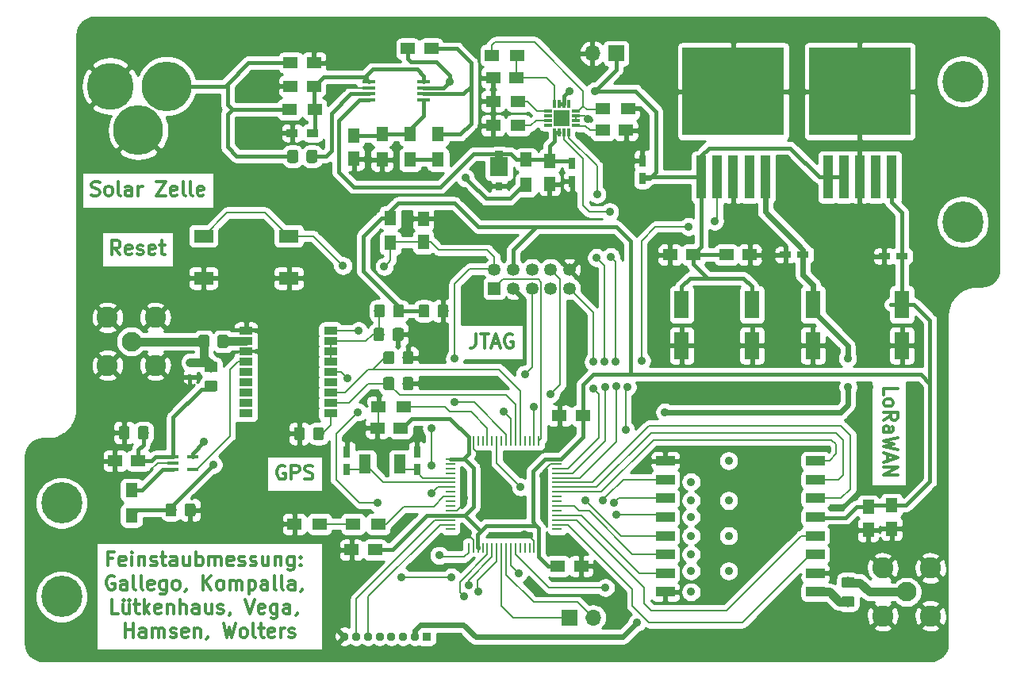
<source format=gbr>
G04 #@! TF.GenerationSoftware,KiCad,Pcbnew,(5.1.4)-1*
G04 #@! TF.CreationDate,2019-12-12T13:05:57+01:00*
G04 #@! TF.ProjectId,Schaltplan_embedded,53636861-6c74-4706-9c61-6e5f656d6265,rev?*
G04 #@! TF.SameCoordinates,Original*
G04 #@! TF.FileFunction,Copper,L1,Top*
G04 #@! TF.FilePolarity,Positive*
%FSLAX46Y46*%
G04 Gerber Fmt 4.6, Leading zero omitted, Abs format (unit mm)*
G04 Created by KiCad (PCBNEW (5.1.4)-1) date 2019-12-12 13:05:57*
%MOMM*%
%LPD*%
G04 APERTURE LIST*
%ADD10C,0.300000*%
%ADD11C,4.400000*%
%ADD12C,0.700000*%
%ADD13R,1.300000X2.000000*%
%ADD14R,1.350000X1.350000*%
%ADD15C,1.350000*%
%ADD16R,0.750000X1.200000*%
%ADD17C,0.100000*%
%ADD18C,1.150000*%
%ADD19R,2.100000X1.400000*%
%ADD20R,1.000000X0.250000*%
%ADD21R,0.250000X1.000000*%
%ADD22R,1.300000X1.500000*%
%ADD23R,1.600000X3.000000*%
%ADD24R,1.500000X1.250000*%
%ADD25R,1.200000X0.750000*%
%ADD26C,5.300000*%
%ADD27C,5.000000*%
%ADD28R,0.950000X0.950000*%
%ADD29C,0.950000*%
%ADD30R,2.000000X1.000000*%
%ADD31R,1.250000X1.500000*%
%ADD32R,1.500000X1.300000*%
%ADD33R,1.200000X0.900000*%
%ADD34C,2.250000*%
%ADD35C,2.100000*%
%ADD36R,1.450000X0.850000*%
%ADD37R,1.168400X0.355600*%
%ADD38R,1.475000X0.450000*%
%ADD39R,10.800000X9.400000*%
%ADD40R,1.100000X4.600000*%
%ADD41R,1.750000X1.750000*%
%ADD42R,0.850000X0.300000*%
%ADD43R,0.300000X0.850000*%
%ADD44R,1.950000X2.000000*%
%ADD45R,0.650000X0.850000*%
%ADD46R,0.950000X0.650000*%
%ADD47O,1.700000X1.700000*%
%ADD48R,1.700000X1.700000*%
%ADD49R,0.420000X0.550000*%
%ADD50C,0.900000*%
%ADD51C,0.200000*%
%ADD52C,0.400000*%
%ADD53C,0.600000*%
%ADD54C,0.900000*%
%ADD55C,0.254000*%
G04 APERTURE END LIST*
D10*
X141500000Y-76928571D02*
X141500000Y-78000000D01*
X141428571Y-78214285D01*
X141285714Y-78357142D01*
X141071428Y-78428571D01*
X140928571Y-78428571D01*
X142000000Y-76928571D02*
X142857142Y-76928571D01*
X142428571Y-78428571D02*
X142428571Y-76928571D01*
X143285714Y-78000000D02*
X144000000Y-78000000D01*
X143142857Y-78428571D02*
X143642857Y-76928571D01*
X144142857Y-78428571D01*
X145428571Y-77000000D02*
X145285714Y-76928571D01*
X145071428Y-76928571D01*
X144857142Y-77000000D01*
X144714285Y-77142857D01*
X144642857Y-77285714D01*
X144571428Y-77571428D01*
X144571428Y-77785714D01*
X144642857Y-78071428D01*
X144714285Y-78214285D01*
X144857142Y-78357142D01*
X145071428Y-78428571D01*
X145214285Y-78428571D01*
X145428571Y-78357142D01*
X145500000Y-78285714D01*
X145500000Y-77785714D01*
X145214285Y-77785714D01*
X103542857Y-68478571D02*
X103042857Y-67764285D01*
X102685714Y-68478571D02*
X102685714Y-66978571D01*
X103257142Y-66978571D01*
X103400000Y-67050000D01*
X103471428Y-67121428D01*
X103542857Y-67264285D01*
X103542857Y-67478571D01*
X103471428Y-67621428D01*
X103400000Y-67692857D01*
X103257142Y-67764285D01*
X102685714Y-67764285D01*
X104757142Y-68407142D02*
X104614285Y-68478571D01*
X104328571Y-68478571D01*
X104185714Y-68407142D01*
X104114285Y-68264285D01*
X104114285Y-67692857D01*
X104185714Y-67550000D01*
X104328571Y-67478571D01*
X104614285Y-67478571D01*
X104757142Y-67550000D01*
X104828571Y-67692857D01*
X104828571Y-67835714D01*
X104114285Y-67978571D01*
X105400000Y-68407142D02*
X105542857Y-68478571D01*
X105828571Y-68478571D01*
X105971428Y-68407142D01*
X106042857Y-68264285D01*
X106042857Y-68192857D01*
X105971428Y-68050000D01*
X105828571Y-67978571D01*
X105614285Y-67978571D01*
X105471428Y-67907142D01*
X105400000Y-67764285D01*
X105400000Y-67692857D01*
X105471428Y-67550000D01*
X105614285Y-67478571D01*
X105828571Y-67478571D01*
X105971428Y-67550000D01*
X107257142Y-68407142D02*
X107114285Y-68478571D01*
X106828571Y-68478571D01*
X106685714Y-68407142D01*
X106614285Y-68264285D01*
X106614285Y-67692857D01*
X106685714Y-67550000D01*
X106828571Y-67478571D01*
X107114285Y-67478571D01*
X107257142Y-67550000D01*
X107328571Y-67692857D01*
X107328571Y-67835714D01*
X106614285Y-67978571D01*
X107757142Y-67478571D02*
X108328571Y-67478571D01*
X107971428Y-66978571D02*
X107971428Y-68264285D01*
X108042857Y-68407142D01*
X108185714Y-68478571D01*
X108328571Y-68478571D01*
X121128571Y-91050000D02*
X120985714Y-90978571D01*
X120771428Y-90978571D01*
X120557142Y-91050000D01*
X120414285Y-91192857D01*
X120342857Y-91335714D01*
X120271428Y-91621428D01*
X120271428Y-91835714D01*
X120342857Y-92121428D01*
X120414285Y-92264285D01*
X120557142Y-92407142D01*
X120771428Y-92478571D01*
X120914285Y-92478571D01*
X121128571Y-92407142D01*
X121200000Y-92335714D01*
X121200000Y-91835714D01*
X120914285Y-91835714D01*
X121842857Y-92478571D02*
X121842857Y-90978571D01*
X122414285Y-90978571D01*
X122557142Y-91050000D01*
X122628571Y-91121428D01*
X122700000Y-91264285D01*
X122700000Y-91478571D01*
X122628571Y-91621428D01*
X122557142Y-91692857D01*
X122414285Y-91764285D01*
X121842857Y-91764285D01*
X123271428Y-92407142D02*
X123485714Y-92478571D01*
X123842857Y-92478571D01*
X123985714Y-92407142D01*
X124057142Y-92335714D01*
X124128571Y-92192857D01*
X124128571Y-92050000D01*
X124057142Y-91907142D01*
X123985714Y-91835714D01*
X123842857Y-91764285D01*
X123557142Y-91692857D01*
X123414285Y-91621428D01*
X123342857Y-91550000D01*
X123271428Y-91407142D01*
X123271428Y-91264285D01*
X123342857Y-91121428D01*
X123414285Y-91050000D01*
X123557142Y-90978571D01*
X123914285Y-90978571D01*
X124128571Y-91050000D01*
X100500000Y-62107142D02*
X100714285Y-62178571D01*
X101071428Y-62178571D01*
X101214285Y-62107142D01*
X101285714Y-62035714D01*
X101357142Y-61892857D01*
X101357142Y-61750000D01*
X101285714Y-61607142D01*
X101214285Y-61535714D01*
X101071428Y-61464285D01*
X100785714Y-61392857D01*
X100642857Y-61321428D01*
X100571428Y-61250000D01*
X100500000Y-61107142D01*
X100500000Y-60964285D01*
X100571428Y-60821428D01*
X100642857Y-60750000D01*
X100785714Y-60678571D01*
X101142857Y-60678571D01*
X101357142Y-60750000D01*
X102214285Y-62178571D02*
X102071428Y-62107142D01*
X102000000Y-62035714D01*
X101928571Y-61892857D01*
X101928571Y-61464285D01*
X102000000Y-61321428D01*
X102071428Y-61250000D01*
X102214285Y-61178571D01*
X102428571Y-61178571D01*
X102571428Y-61250000D01*
X102642857Y-61321428D01*
X102714285Y-61464285D01*
X102714285Y-61892857D01*
X102642857Y-62035714D01*
X102571428Y-62107142D01*
X102428571Y-62178571D01*
X102214285Y-62178571D01*
X103571428Y-62178571D02*
X103428571Y-62107142D01*
X103357142Y-61964285D01*
X103357142Y-60678571D01*
X104785714Y-62178571D02*
X104785714Y-61392857D01*
X104714285Y-61250000D01*
X104571428Y-61178571D01*
X104285714Y-61178571D01*
X104142857Y-61250000D01*
X104785714Y-62107142D02*
X104642857Y-62178571D01*
X104285714Y-62178571D01*
X104142857Y-62107142D01*
X104071428Y-61964285D01*
X104071428Y-61821428D01*
X104142857Y-61678571D01*
X104285714Y-61607142D01*
X104642857Y-61607142D01*
X104785714Y-61535714D01*
X105500000Y-62178571D02*
X105500000Y-61178571D01*
X105500000Y-61464285D02*
X105571428Y-61321428D01*
X105642857Y-61250000D01*
X105785714Y-61178571D01*
X105928571Y-61178571D01*
X107428571Y-60678571D02*
X108428571Y-60678571D01*
X107428571Y-62178571D01*
X108428571Y-62178571D01*
X109571428Y-62107142D02*
X109428571Y-62178571D01*
X109142857Y-62178571D01*
X109000000Y-62107142D01*
X108928571Y-61964285D01*
X108928571Y-61392857D01*
X109000000Y-61250000D01*
X109142857Y-61178571D01*
X109428571Y-61178571D01*
X109571428Y-61250000D01*
X109642857Y-61392857D01*
X109642857Y-61535714D01*
X108928571Y-61678571D01*
X110500000Y-62178571D02*
X110357142Y-62107142D01*
X110285714Y-61964285D01*
X110285714Y-60678571D01*
X111285714Y-62178571D02*
X111142857Y-62107142D01*
X111071428Y-61964285D01*
X111071428Y-60678571D01*
X112428571Y-62107142D02*
X112285714Y-62178571D01*
X112000000Y-62178571D01*
X111857142Y-62107142D01*
X111785714Y-61964285D01*
X111785714Y-61392857D01*
X111857142Y-61250000D01*
X112000000Y-61178571D01*
X112285714Y-61178571D01*
X112428571Y-61250000D01*
X112500000Y-61392857D01*
X112500000Y-61535714D01*
X111785714Y-61678571D01*
X185071428Y-83471428D02*
X185071428Y-82757142D01*
X186571428Y-82757142D01*
X185071428Y-84185714D02*
X185142857Y-84042857D01*
X185214285Y-83971428D01*
X185357142Y-83900000D01*
X185785714Y-83900000D01*
X185928571Y-83971428D01*
X186000000Y-84042857D01*
X186071428Y-84185714D01*
X186071428Y-84400000D01*
X186000000Y-84542857D01*
X185928571Y-84614285D01*
X185785714Y-84685714D01*
X185357142Y-84685714D01*
X185214285Y-84614285D01*
X185142857Y-84542857D01*
X185071428Y-84400000D01*
X185071428Y-84185714D01*
X185071428Y-86185714D02*
X185785714Y-85685714D01*
X185071428Y-85328571D02*
X186571428Y-85328571D01*
X186571428Y-85900000D01*
X186500000Y-86042857D01*
X186428571Y-86114285D01*
X186285714Y-86185714D01*
X186071428Y-86185714D01*
X185928571Y-86114285D01*
X185857142Y-86042857D01*
X185785714Y-85900000D01*
X185785714Y-85328571D01*
X185071428Y-87471428D02*
X185857142Y-87471428D01*
X186000000Y-87400000D01*
X186071428Y-87257142D01*
X186071428Y-86971428D01*
X186000000Y-86828571D01*
X185142857Y-87471428D02*
X185071428Y-87328571D01*
X185071428Y-86971428D01*
X185142857Y-86828571D01*
X185285714Y-86757142D01*
X185428571Y-86757142D01*
X185571428Y-86828571D01*
X185642857Y-86971428D01*
X185642857Y-87328571D01*
X185714285Y-87471428D01*
X186571428Y-88042857D02*
X185071428Y-88400000D01*
X186142857Y-88685714D01*
X185071428Y-88971428D01*
X186571428Y-89328571D01*
X185500000Y-89828571D02*
X185500000Y-90542857D01*
X185071428Y-89685714D02*
X186571428Y-90185714D01*
X185071428Y-90685714D01*
X185071428Y-91185714D02*
X186571428Y-91185714D01*
X185071428Y-92042857D01*
X186571428Y-92042857D01*
X102742857Y-100917857D02*
X102242857Y-100917857D01*
X102242857Y-101703571D02*
X102242857Y-100203571D01*
X102957142Y-100203571D01*
X104100000Y-101632142D02*
X103957142Y-101703571D01*
X103671428Y-101703571D01*
X103528571Y-101632142D01*
X103457142Y-101489285D01*
X103457142Y-100917857D01*
X103528571Y-100775000D01*
X103671428Y-100703571D01*
X103957142Y-100703571D01*
X104100000Y-100775000D01*
X104171428Y-100917857D01*
X104171428Y-101060714D01*
X103457142Y-101203571D01*
X104814285Y-101703571D02*
X104814285Y-100703571D01*
X104814285Y-100203571D02*
X104742857Y-100275000D01*
X104814285Y-100346428D01*
X104885714Y-100275000D01*
X104814285Y-100203571D01*
X104814285Y-100346428D01*
X105528571Y-100703571D02*
X105528571Y-101703571D01*
X105528571Y-100846428D02*
X105600000Y-100775000D01*
X105742857Y-100703571D01*
X105957142Y-100703571D01*
X106100000Y-100775000D01*
X106171428Y-100917857D01*
X106171428Y-101703571D01*
X106814285Y-101632142D02*
X106957142Y-101703571D01*
X107242857Y-101703571D01*
X107385714Y-101632142D01*
X107457142Y-101489285D01*
X107457142Y-101417857D01*
X107385714Y-101275000D01*
X107242857Y-101203571D01*
X107028571Y-101203571D01*
X106885714Y-101132142D01*
X106814285Y-100989285D01*
X106814285Y-100917857D01*
X106885714Y-100775000D01*
X107028571Y-100703571D01*
X107242857Y-100703571D01*
X107385714Y-100775000D01*
X107885714Y-100703571D02*
X108457142Y-100703571D01*
X108100000Y-100203571D02*
X108100000Y-101489285D01*
X108171428Y-101632142D01*
X108314285Y-101703571D01*
X108457142Y-101703571D01*
X109600000Y-101703571D02*
X109600000Y-100917857D01*
X109528571Y-100775000D01*
X109385714Y-100703571D01*
X109100000Y-100703571D01*
X108957142Y-100775000D01*
X109600000Y-101632142D02*
X109457142Y-101703571D01*
X109100000Y-101703571D01*
X108957142Y-101632142D01*
X108885714Y-101489285D01*
X108885714Y-101346428D01*
X108957142Y-101203571D01*
X109100000Y-101132142D01*
X109457142Y-101132142D01*
X109600000Y-101060714D01*
X110957142Y-100703571D02*
X110957142Y-101703571D01*
X110314285Y-100703571D02*
X110314285Y-101489285D01*
X110385714Y-101632142D01*
X110528571Y-101703571D01*
X110742857Y-101703571D01*
X110885714Y-101632142D01*
X110957142Y-101560714D01*
X111671428Y-101703571D02*
X111671428Y-100203571D01*
X111671428Y-100775000D02*
X111814285Y-100703571D01*
X112100000Y-100703571D01*
X112242857Y-100775000D01*
X112314285Y-100846428D01*
X112385714Y-100989285D01*
X112385714Y-101417857D01*
X112314285Y-101560714D01*
X112242857Y-101632142D01*
X112100000Y-101703571D01*
X111814285Y-101703571D01*
X111671428Y-101632142D01*
X113028571Y-101703571D02*
X113028571Y-100703571D01*
X113028571Y-100846428D02*
X113100000Y-100775000D01*
X113242857Y-100703571D01*
X113457142Y-100703571D01*
X113600000Y-100775000D01*
X113671428Y-100917857D01*
X113671428Y-101703571D01*
X113671428Y-100917857D02*
X113742857Y-100775000D01*
X113885714Y-100703571D01*
X114100000Y-100703571D01*
X114242857Y-100775000D01*
X114314285Y-100917857D01*
X114314285Y-101703571D01*
X115600000Y-101632142D02*
X115457142Y-101703571D01*
X115171428Y-101703571D01*
X115028571Y-101632142D01*
X114957142Y-101489285D01*
X114957142Y-100917857D01*
X115028571Y-100775000D01*
X115171428Y-100703571D01*
X115457142Y-100703571D01*
X115600000Y-100775000D01*
X115671428Y-100917857D01*
X115671428Y-101060714D01*
X114957142Y-101203571D01*
X116242857Y-101632142D02*
X116385714Y-101703571D01*
X116671428Y-101703571D01*
X116814285Y-101632142D01*
X116885714Y-101489285D01*
X116885714Y-101417857D01*
X116814285Y-101275000D01*
X116671428Y-101203571D01*
X116457142Y-101203571D01*
X116314285Y-101132142D01*
X116242857Y-100989285D01*
X116242857Y-100917857D01*
X116314285Y-100775000D01*
X116457142Y-100703571D01*
X116671428Y-100703571D01*
X116814285Y-100775000D01*
X117457142Y-101632142D02*
X117600000Y-101703571D01*
X117885714Y-101703571D01*
X118028571Y-101632142D01*
X118100000Y-101489285D01*
X118100000Y-101417857D01*
X118028571Y-101275000D01*
X117885714Y-101203571D01*
X117671428Y-101203571D01*
X117528571Y-101132142D01*
X117457142Y-100989285D01*
X117457142Y-100917857D01*
X117528571Y-100775000D01*
X117671428Y-100703571D01*
X117885714Y-100703571D01*
X118028571Y-100775000D01*
X119385714Y-100703571D02*
X119385714Y-101703571D01*
X118742857Y-100703571D02*
X118742857Y-101489285D01*
X118814285Y-101632142D01*
X118957142Y-101703571D01*
X119171428Y-101703571D01*
X119314285Y-101632142D01*
X119385714Y-101560714D01*
X120100000Y-100703571D02*
X120100000Y-101703571D01*
X120100000Y-100846428D02*
X120171428Y-100775000D01*
X120314285Y-100703571D01*
X120528571Y-100703571D01*
X120671428Y-100775000D01*
X120742857Y-100917857D01*
X120742857Y-101703571D01*
X122100000Y-100703571D02*
X122100000Y-101917857D01*
X122028571Y-102060714D01*
X121957142Y-102132142D01*
X121814285Y-102203571D01*
X121600000Y-102203571D01*
X121457142Y-102132142D01*
X122100000Y-101632142D02*
X121957142Y-101703571D01*
X121671428Y-101703571D01*
X121528571Y-101632142D01*
X121457142Y-101560714D01*
X121385714Y-101417857D01*
X121385714Y-100989285D01*
X121457142Y-100846428D01*
X121528571Y-100775000D01*
X121671428Y-100703571D01*
X121957142Y-100703571D01*
X122100000Y-100775000D01*
X122814285Y-101560714D02*
X122885714Y-101632142D01*
X122814285Y-101703571D01*
X122742857Y-101632142D01*
X122814285Y-101560714D01*
X122814285Y-101703571D01*
X122814285Y-100775000D02*
X122885714Y-100846428D01*
X122814285Y-100917857D01*
X122742857Y-100846428D01*
X122814285Y-100775000D01*
X122814285Y-100917857D01*
X102921428Y-102825000D02*
X102778571Y-102753571D01*
X102564285Y-102753571D01*
X102350000Y-102825000D01*
X102207142Y-102967857D01*
X102135714Y-103110714D01*
X102064285Y-103396428D01*
X102064285Y-103610714D01*
X102135714Y-103896428D01*
X102207142Y-104039285D01*
X102350000Y-104182142D01*
X102564285Y-104253571D01*
X102707142Y-104253571D01*
X102921428Y-104182142D01*
X102992857Y-104110714D01*
X102992857Y-103610714D01*
X102707142Y-103610714D01*
X104278571Y-104253571D02*
X104278571Y-103467857D01*
X104207142Y-103325000D01*
X104064285Y-103253571D01*
X103778571Y-103253571D01*
X103635714Y-103325000D01*
X104278571Y-104182142D02*
X104135714Y-104253571D01*
X103778571Y-104253571D01*
X103635714Y-104182142D01*
X103564285Y-104039285D01*
X103564285Y-103896428D01*
X103635714Y-103753571D01*
X103778571Y-103682142D01*
X104135714Y-103682142D01*
X104278571Y-103610714D01*
X105207142Y-104253571D02*
X105064285Y-104182142D01*
X104992857Y-104039285D01*
X104992857Y-102753571D01*
X105992857Y-104253571D02*
X105850000Y-104182142D01*
X105778571Y-104039285D01*
X105778571Y-102753571D01*
X107135714Y-104182142D02*
X106992857Y-104253571D01*
X106707142Y-104253571D01*
X106564285Y-104182142D01*
X106492857Y-104039285D01*
X106492857Y-103467857D01*
X106564285Y-103325000D01*
X106707142Y-103253571D01*
X106992857Y-103253571D01*
X107135714Y-103325000D01*
X107207142Y-103467857D01*
X107207142Y-103610714D01*
X106492857Y-103753571D01*
X108492857Y-103253571D02*
X108492857Y-104467857D01*
X108421428Y-104610714D01*
X108350000Y-104682142D01*
X108207142Y-104753571D01*
X107992857Y-104753571D01*
X107850000Y-104682142D01*
X108492857Y-104182142D02*
X108350000Y-104253571D01*
X108064285Y-104253571D01*
X107921428Y-104182142D01*
X107850000Y-104110714D01*
X107778571Y-103967857D01*
X107778571Y-103539285D01*
X107850000Y-103396428D01*
X107921428Y-103325000D01*
X108064285Y-103253571D01*
X108350000Y-103253571D01*
X108492857Y-103325000D01*
X109421428Y-104253571D02*
X109278571Y-104182142D01*
X109207142Y-104110714D01*
X109135714Y-103967857D01*
X109135714Y-103539285D01*
X109207142Y-103396428D01*
X109278571Y-103325000D01*
X109421428Y-103253571D01*
X109635714Y-103253571D01*
X109778571Y-103325000D01*
X109850000Y-103396428D01*
X109921428Y-103539285D01*
X109921428Y-103967857D01*
X109850000Y-104110714D01*
X109778571Y-104182142D01*
X109635714Y-104253571D01*
X109421428Y-104253571D01*
X110635714Y-104182142D02*
X110635714Y-104253571D01*
X110564285Y-104396428D01*
X110492857Y-104467857D01*
X112421428Y-104253571D02*
X112421428Y-102753571D01*
X113278571Y-104253571D02*
X112635714Y-103396428D01*
X113278571Y-102753571D02*
X112421428Y-103610714D01*
X114135714Y-104253571D02*
X113992857Y-104182142D01*
X113921428Y-104110714D01*
X113850000Y-103967857D01*
X113850000Y-103539285D01*
X113921428Y-103396428D01*
X113992857Y-103325000D01*
X114135714Y-103253571D01*
X114350000Y-103253571D01*
X114492857Y-103325000D01*
X114564285Y-103396428D01*
X114635714Y-103539285D01*
X114635714Y-103967857D01*
X114564285Y-104110714D01*
X114492857Y-104182142D01*
X114350000Y-104253571D01*
X114135714Y-104253571D01*
X115278571Y-104253571D02*
X115278571Y-103253571D01*
X115278571Y-103396428D02*
X115350000Y-103325000D01*
X115492857Y-103253571D01*
X115707142Y-103253571D01*
X115850000Y-103325000D01*
X115921428Y-103467857D01*
X115921428Y-104253571D01*
X115921428Y-103467857D02*
X115992857Y-103325000D01*
X116135714Y-103253571D01*
X116350000Y-103253571D01*
X116492857Y-103325000D01*
X116564285Y-103467857D01*
X116564285Y-104253571D01*
X117278571Y-103253571D02*
X117278571Y-104753571D01*
X117278571Y-103325000D02*
X117421428Y-103253571D01*
X117707142Y-103253571D01*
X117850000Y-103325000D01*
X117921428Y-103396428D01*
X117992857Y-103539285D01*
X117992857Y-103967857D01*
X117921428Y-104110714D01*
X117850000Y-104182142D01*
X117707142Y-104253571D01*
X117421428Y-104253571D01*
X117278571Y-104182142D01*
X119278571Y-104253571D02*
X119278571Y-103467857D01*
X119207142Y-103325000D01*
X119064285Y-103253571D01*
X118778571Y-103253571D01*
X118635714Y-103325000D01*
X119278571Y-104182142D02*
X119135714Y-104253571D01*
X118778571Y-104253571D01*
X118635714Y-104182142D01*
X118564285Y-104039285D01*
X118564285Y-103896428D01*
X118635714Y-103753571D01*
X118778571Y-103682142D01*
X119135714Y-103682142D01*
X119278571Y-103610714D01*
X120207142Y-104253571D02*
X120064285Y-104182142D01*
X119992857Y-104039285D01*
X119992857Y-102753571D01*
X120992857Y-104253571D02*
X120850000Y-104182142D01*
X120778571Y-104039285D01*
X120778571Y-102753571D01*
X122207142Y-104253571D02*
X122207142Y-103467857D01*
X122135714Y-103325000D01*
X121992857Y-103253571D01*
X121707142Y-103253571D01*
X121564285Y-103325000D01*
X122207142Y-104182142D02*
X122064285Y-104253571D01*
X121707142Y-104253571D01*
X121564285Y-104182142D01*
X121492857Y-104039285D01*
X121492857Y-103896428D01*
X121564285Y-103753571D01*
X121707142Y-103682142D01*
X122064285Y-103682142D01*
X122207142Y-103610714D01*
X122992857Y-104182142D02*
X122992857Y-104253571D01*
X122921428Y-104396428D01*
X122850000Y-104467857D01*
X103385714Y-106803571D02*
X102671428Y-106803571D01*
X102671428Y-105303571D01*
X104528571Y-105803571D02*
X104528571Y-106803571D01*
X103885714Y-105803571D02*
X103885714Y-106589285D01*
X103957142Y-106732142D01*
X104100000Y-106803571D01*
X104314285Y-106803571D01*
X104457142Y-106732142D01*
X104528571Y-106660714D01*
X103957142Y-105303571D02*
X104028571Y-105375000D01*
X103957142Y-105446428D01*
X103885714Y-105375000D01*
X103957142Y-105303571D01*
X103957142Y-105446428D01*
X104528571Y-105303571D02*
X104600000Y-105375000D01*
X104528571Y-105446428D01*
X104457142Y-105375000D01*
X104528571Y-105303571D01*
X104528571Y-105446428D01*
X105028571Y-105803571D02*
X105600000Y-105803571D01*
X105242857Y-105303571D02*
X105242857Y-106589285D01*
X105314285Y-106732142D01*
X105457142Y-106803571D01*
X105600000Y-106803571D01*
X106100000Y-106803571D02*
X106100000Y-105303571D01*
X106242857Y-106232142D02*
X106671428Y-106803571D01*
X106671428Y-105803571D02*
X106100000Y-106375000D01*
X107885714Y-106732142D02*
X107742857Y-106803571D01*
X107457142Y-106803571D01*
X107314285Y-106732142D01*
X107242857Y-106589285D01*
X107242857Y-106017857D01*
X107314285Y-105875000D01*
X107457142Y-105803571D01*
X107742857Y-105803571D01*
X107885714Y-105875000D01*
X107957142Y-106017857D01*
X107957142Y-106160714D01*
X107242857Y-106303571D01*
X108600000Y-105803571D02*
X108600000Y-106803571D01*
X108600000Y-105946428D02*
X108671428Y-105875000D01*
X108814285Y-105803571D01*
X109028571Y-105803571D01*
X109171428Y-105875000D01*
X109242857Y-106017857D01*
X109242857Y-106803571D01*
X109957142Y-106803571D02*
X109957142Y-105303571D01*
X110600000Y-106803571D02*
X110600000Y-106017857D01*
X110528571Y-105875000D01*
X110385714Y-105803571D01*
X110171428Y-105803571D01*
X110028571Y-105875000D01*
X109957142Y-105946428D01*
X111957142Y-106803571D02*
X111957142Y-106017857D01*
X111885714Y-105875000D01*
X111742857Y-105803571D01*
X111457142Y-105803571D01*
X111314285Y-105875000D01*
X111957142Y-106732142D02*
X111814285Y-106803571D01*
X111457142Y-106803571D01*
X111314285Y-106732142D01*
X111242857Y-106589285D01*
X111242857Y-106446428D01*
X111314285Y-106303571D01*
X111457142Y-106232142D01*
X111814285Y-106232142D01*
X111957142Y-106160714D01*
X113314285Y-105803571D02*
X113314285Y-106803571D01*
X112671428Y-105803571D02*
X112671428Y-106589285D01*
X112742857Y-106732142D01*
X112885714Y-106803571D01*
X113100000Y-106803571D01*
X113242857Y-106732142D01*
X113314285Y-106660714D01*
X113957142Y-106732142D02*
X114100000Y-106803571D01*
X114385714Y-106803571D01*
X114528571Y-106732142D01*
X114600000Y-106589285D01*
X114600000Y-106517857D01*
X114528571Y-106375000D01*
X114385714Y-106303571D01*
X114171428Y-106303571D01*
X114028571Y-106232142D01*
X113957142Y-106089285D01*
X113957142Y-106017857D01*
X114028571Y-105875000D01*
X114171428Y-105803571D01*
X114385714Y-105803571D01*
X114528571Y-105875000D01*
X115314285Y-106732142D02*
X115314285Y-106803571D01*
X115242857Y-106946428D01*
X115171428Y-107017857D01*
X116885714Y-105303571D02*
X117385714Y-106803571D01*
X117885714Y-105303571D01*
X118957142Y-106732142D02*
X118814285Y-106803571D01*
X118528571Y-106803571D01*
X118385714Y-106732142D01*
X118314285Y-106589285D01*
X118314285Y-106017857D01*
X118385714Y-105875000D01*
X118528571Y-105803571D01*
X118814285Y-105803571D01*
X118957142Y-105875000D01*
X119028571Y-106017857D01*
X119028571Y-106160714D01*
X118314285Y-106303571D01*
X120314285Y-105803571D02*
X120314285Y-107017857D01*
X120242857Y-107160714D01*
X120171428Y-107232142D01*
X120028571Y-107303571D01*
X119814285Y-107303571D01*
X119671428Y-107232142D01*
X120314285Y-106732142D02*
X120171428Y-106803571D01*
X119885714Y-106803571D01*
X119742857Y-106732142D01*
X119671428Y-106660714D01*
X119600000Y-106517857D01*
X119600000Y-106089285D01*
X119671428Y-105946428D01*
X119742857Y-105875000D01*
X119885714Y-105803571D01*
X120171428Y-105803571D01*
X120314285Y-105875000D01*
X121671428Y-106803571D02*
X121671428Y-106017857D01*
X121600000Y-105875000D01*
X121457142Y-105803571D01*
X121171428Y-105803571D01*
X121028571Y-105875000D01*
X121671428Y-106732142D02*
X121528571Y-106803571D01*
X121171428Y-106803571D01*
X121028571Y-106732142D01*
X120957142Y-106589285D01*
X120957142Y-106446428D01*
X121028571Y-106303571D01*
X121171428Y-106232142D01*
X121528571Y-106232142D01*
X121671428Y-106160714D01*
X122457142Y-106732142D02*
X122457142Y-106803571D01*
X122385714Y-106946428D01*
X122314285Y-107017857D01*
X104064285Y-109353571D02*
X104064285Y-107853571D01*
X104064285Y-108567857D02*
X104921428Y-108567857D01*
X104921428Y-109353571D02*
X104921428Y-107853571D01*
X106278571Y-109353571D02*
X106278571Y-108567857D01*
X106207142Y-108425000D01*
X106064285Y-108353571D01*
X105778571Y-108353571D01*
X105635714Y-108425000D01*
X106278571Y-109282142D02*
X106135714Y-109353571D01*
X105778571Y-109353571D01*
X105635714Y-109282142D01*
X105564285Y-109139285D01*
X105564285Y-108996428D01*
X105635714Y-108853571D01*
X105778571Y-108782142D01*
X106135714Y-108782142D01*
X106278571Y-108710714D01*
X106992857Y-109353571D02*
X106992857Y-108353571D01*
X106992857Y-108496428D02*
X107064285Y-108425000D01*
X107207142Y-108353571D01*
X107421428Y-108353571D01*
X107564285Y-108425000D01*
X107635714Y-108567857D01*
X107635714Y-109353571D01*
X107635714Y-108567857D02*
X107707142Y-108425000D01*
X107850000Y-108353571D01*
X108064285Y-108353571D01*
X108207142Y-108425000D01*
X108278571Y-108567857D01*
X108278571Y-109353571D01*
X108921428Y-109282142D02*
X109064285Y-109353571D01*
X109350000Y-109353571D01*
X109492857Y-109282142D01*
X109564285Y-109139285D01*
X109564285Y-109067857D01*
X109492857Y-108925000D01*
X109350000Y-108853571D01*
X109135714Y-108853571D01*
X108992857Y-108782142D01*
X108921428Y-108639285D01*
X108921428Y-108567857D01*
X108992857Y-108425000D01*
X109135714Y-108353571D01*
X109350000Y-108353571D01*
X109492857Y-108425000D01*
X110778571Y-109282142D02*
X110635714Y-109353571D01*
X110350000Y-109353571D01*
X110207142Y-109282142D01*
X110135714Y-109139285D01*
X110135714Y-108567857D01*
X110207142Y-108425000D01*
X110350000Y-108353571D01*
X110635714Y-108353571D01*
X110778571Y-108425000D01*
X110850000Y-108567857D01*
X110850000Y-108710714D01*
X110135714Y-108853571D01*
X111492857Y-108353571D02*
X111492857Y-109353571D01*
X111492857Y-108496428D02*
X111564285Y-108425000D01*
X111707142Y-108353571D01*
X111921428Y-108353571D01*
X112064285Y-108425000D01*
X112135714Y-108567857D01*
X112135714Y-109353571D01*
X112921428Y-109282142D02*
X112921428Y-109353571D01*
X112850000Y-109496428D01*
X112778571Y-109567857D01*
X114564285Y-107853571D02*
X114921428Y-109353571D01*
X115207142Y-108282142D01*
X115492857Y-109353571D01*
X115850000Y-107853571D01*
X116635714Y-109353571D02*
X116492857Y-109282142D01*
X116421428Y-109210714D01*
X116350000Y-109067857D01*
X116350000Y-108639285D01*
X116421428Y-108496428D01*
X116492857Y-108425000D01*
X116635714Y-108353571D01*
X116850000Y-108353571D01*
X116992857Y-108425000D01*
X117064285Y-108496428D01*
X117135714Y-108639285D01*
X117135714Y-109067857D01*
X117064285Y-109210714D01*
X116992857Y-109282142D01*
X116850000Y-109353571D01*
X116635714Y-109353571D01*
X117992857Y-109353571D02*
X117850000Y-109282142D01*
X117778571Y-109139285D01*
X117778571Y-107853571D01*
X118350000Y-108353571D02*
X118921428Y-108353571D01*
X118564285Y-107853571D02*
X118564285Y-109139285D01*
X118635714Y-109282142D01*
X118778571Y-109353571D01*
X118921428Y-109353571D01*
X119992857Y-109282142D02*
X119849999Y-109353571D01*
X119564285Y-109353571D01*
X119421428Y-109282142D01*
X119349999Y-109139285D01*
X119349999Y-108567857D01*
X119421428Y-108425000D01*
X119564285Y-108353571D01*
X119849999Y-108353571D01*
X119992857Y-108425000D01*
X120064285Y-108567857D01*
X120064285Y-108710714D01*
X119349999Y-108853571D01*
X120707142Y-109353571D02*
X120707142Y-108353571D01*
X120707142Y-108639285D02*
X120778571Y-108496428D01*
X120850000Y-108425000D01*
X120992857Y-108353571D01*
X121135714Y-108353571D01*
X121564285Y-109282142D02*
X121707142Y-109353571D01*
X121992857Y-109353571D01*
X122135714Y-109282142D01*
X122207142Y-109139285D01*
X122207142Y-109067857D01*
X122135714Y-108925000D01*
X121992857Y-108853571D01*
X121778571Y-108853571D01*
X121635714Y-108782142D01*
X121564285Y-108639285D01*
X121564285Y-108567857D01*
X121635714Y-108425000D01*
X121778571Y-108353571D01*
X121992857Y-108353571D01*
X122135714Y-108425000D01*
D11*
X97300000Y-105000000D03*
D12*
X98950000Y-105000000D03*
X98466726Y-106166726D03*
X97300000Y-106650000D03*
X96133274Y-106166726D03*
X95650000Y-105000000D03*
X96133274Y-103833274D03*
X97300000Y-103350000D03*
X98466726Y-103833274D03*
X98466726Y-93833274D03*
X97300000Y-93350000D03*
X96133274Y-93833274D03*
X95650000Y-95000000D03*
X96133274Y-96166726D03*
X97300000Y-96650000D03*
X98466726Y-96166726D03*
X98950000Y-95000000D03*
D11*
X97300000Y-95000000D03*
X193500000Y-65000000D03*
D12*
X195150000Y-65000000D03*
X194666726Y-66166726D03*
X193500000Y-66650000D03*
X192333274Y-66166726D03*
X191850000Y-65000000D03*
X192333274Y-63833274D03*
X193500000Y-63350000D03*
X194666726Y-63833274D03*
X192333274Y-48833274D03*
X191850000Y-50000000D03*
X192333274Y-51166726D03*
X193500000Y-51650000D03*
X194666726Y-51166726D03*
X195150000Y-50000000D03*
X194666726Y-48833274D03*
X193500000Y-48350000D03*
D11*
X193500000Y-50000000D03*
D13*
X133400000Y-90850000D03*
X129700000Y-90850000D03*
D14*
X143500000Y-72100000D03*
D15*
X145500000Y-72100000D03*
X147500000Y-72100000D03*
X149500000Y-72100000D03*
X151500000Y-72100000D03*
X143500000Y-70100000D03*
X145500000Y-70100000D03*
X147500000Y-70100000D03*
X149500000Y-70100000D03*
X151500000Y-70100000D03*
D16*
X127750000Y-89550000D03*
X127750000Y-91450000D03*
D17*
G36*
X111374505Y-95051204D02*
G01*
X111398773Y-95054804D01*
X111422572Y-95060765D01*
X111445671Y-95069030D01*
X111467850Y-95079520D01*
X111488893Y-95092132D01*
X111508599Y-95106747D01*
X111526777Y-95123223D01*
X111543253Y-95141401D01*
X111557868Y-95161107D01*
X111570480Y-95182150D01*
X111580970Y-95204329D01*
X111589235Y-95227428D01*
X111595196Y-95251227D01*
X111598796Y-95275495D01*
X111600000Y-95299999D01*
X111600000Y-96200001D01*
X111598796Y-96224505D01*
X111595196Y-96248773D01*
X111589235Y-96272572D01*
X111580970Y-96295671D01*
X111570480Y-96317850D01*
X111557868Y-96338893D01*
X111543253Y-96358599D01*
X111526777Y-96376777D01*
X111508599Y-96393253D01*
X111488893Y-96407868D01*
X111467850Y-96420480D01*
X111445671Y-96430970D01*
X111422572Y-96439235D01*
X111398773Y-96445196D01*
X111374505Y-96448796D01*
X111350001Y-96450000D01*
X110699999Y-96450000D01*
X110675495Y-96448796D01*
X110651227Y-96445196D01*
X110627428Y-96439235D01*
X110604329Y-96430970D01*
X110582150Y-96420480D01*
X110561107Y-96407868D01*
X110541401Y-96393253D01*
X110523223Y-96376777D01*
X110506747Y-96358599D01*
X110492132Y-96338893D01*
X110479520Y-96317850D01*
X110469030Y-96295671D01*
X110460765Y-96272572D01*
X110454804Y-96248773D01*
X110451204Y-96224505D01*
X110450000Y-96200001D01*
X110450000Y-95299999D01*
X110451204Y-95275495D01*
X110454804Y-95251227D01*
X110460765Y-95227428D01*
X110469030Y-95204329D01*
X110479520Y-95182150D01*
X110492132Y-95161107D01*
X110506747Y-95141401D01*
X110523223Y-95123223D01*
X110541401Y-95106747D01*
X110561107Y-95092132D01*
X110582150Y-95079520D01*
X110604329Y-95069030D01*
X110627428Y-95060765D01*
X110651227Y-95054804D01*
X110675495Y-95051204D01*
X110699999Y-95050000D01*
X111350001Y-95050000D01*
X111374505Y-95051204D01*
X111374505Y-95051204D01*
G37*
D18*
X111025000Y-95750000D03*
D17*
G36*
X109324505Y-95051204D02*
G01*
X109348773Y-95054804D01*
X109372572Y-95060765D01*
X109395671Y-95069030D01*
X109417850Y-95079520D01*
X109438893Y-95092132D01*
X109458599Y-95106747D01*
X109476777Y-95123223D01*
X109493253Y-95141401D01*
X109507868Y-95161107D01*
X109520480Y-95182150D01*
X109530970Y-95204329D01*
X109539235Y-95227428D01*
X109545196Y-95251227D01*
X109548796Y-95275495D01*
X109550000Y-95299999D01*
X109550000Y-96200001D01*
X109548796Y-96224505D01*
X109545196Y-96248773D01*
X109539235Y-96272572D01*
X109530970Y-96295671D01*
X109520480Y-96317850D01*
X109507868Y-96338893D01*
X109493253Y-96358599D01*
X109476777Y-96376777D01*
X109458599Y-96393253D01*
X109438893Y-96407868D01*
X109417850Y-96420480D01*
X109395671Y-96430970D01*
X109372572Y-96439235D01*
X109348773Y-96445196D01*
X109324505Y-96448796D01*
X109300001Y-96450000D01*
X108649999Y-96450000D01*
X108625495Y-96448796D01*
X108601227Y-96445196D01*
X108577428Y-96439235D01*
X108554329Y-96430970D01*
X108532150Y-96420480D01*
X108511107Y-96407868D01*
X108491401Y-96393253D01*
X108473223Y-96376777D01*
X108456747Y-96358599D01*
X108442132Y-96338893D01*
X108429520Y-96317850D01*
X108419030Y-96295671D01*
X108410765Y-96272572D01*
X108404804Y-96248773D01*
X108401204Y-96224505D01*
X108400000Y-96200001D01*
X108400000Y-95299999D01*
X108401204Y-95275495D01*
X108404804Y-95251227D01*
X108410765Y-95227428D01*
X108419030Y-95204329D01*
X108429520Y-95182150D01*
X108442132Y-95161107D01*
X108456747Y-95141401D01*
X108473223Y-95123223D01*
X108491401Y-95106747D01*
X108511107Y-95092132D01*
X108532150Y-95079520D01*
X108554329Y-95069030D01*
X108577428Y-95060765D01*
X108601227Y-95054804D01*
X108625495Y-95051204D01*
X108649999Y-95050000D01*
X109300001Y-95050000D01*
X109324505Y-95051204D01*
X109324505Y-95051204D01*
G37*
D18*
X108975000Y-95750000D03*
D19*
X112450000Y-66500000D03*
X121550000Y-66500000D03*
X112450000Y-71000000D03*
X121550000Y-71000000D03*
D20*
X138800000Y-90313442D03*
X138800000Y-90813442D03*
X138800000Y-91313442D03*
X138800000Y-91813442D03*
X138800000Y-92313442D03*
X138800000Y-92813442D03*
X138800000Y-93313442D03*
X138800000Y-93813442D03*
X138800000Y-94313442D03*
X138800000Y-94813442D03*
X138800000Y-95313442D03*
X138800000Y-95813442D03*
X138800000Y-96313442D03*
X138800000Y-96813442D03*
X138800000Y-97313442D03*
X138800000Y-97813442D03*
D21*
X140750000Y-99763442D03*
X141250000Y-99763442D03*
X141750000Y-99763442D03*
X142250000Y-99763442D03*
X142750000Y-99763442D03*
X143250000Y-99763442D03*
X143750000Y-99763442D03*
X144250000Y-99763442D03*
X144750000Y-99763442D03*
X145250000Y-99763442D03*
X145750000Y-99763442D03*
X146250000Y-99763442D03*
X146750000Y-99763442D03*
X147250000Y-99763442D03*
X147750000Y-99763442D03*
X148250000Y-99763442D03*
D20*
X150200000Y-97813442D03*
X150200000Y-97313442D03*
X150200000Y-96813442D03*
X150200000Y-96313442D03*
X150200000Y-95813442D03*
X150200000Y-95313442D03*
X150200000Y-94813442D03*
X150200000Y-94313442D03*
X150200000Y-93813442D03*
X150200000Y-93313442D03*
X150200000Y-92813442D03*
X150200000Y-92313442D03*
X150200000Y-91813442D03*
X150200000Y-91313442D03*
X150200000Y-90813442D03*
X150200000Y-90313442D03*
D21*
X148250000Y-88363442D03*
X147750000Y-88363442D03*
X147250000Y-88363442D03*
X146750000Y-88363442D03*
X146250000Y-88363442D03*
X145750000Y-88363442D03*
X145250000Y-88363442D03*
X144750000Y-88363442D03*
X144250000Y-88363442D03*
X143750000Y-88363442D03*
X143250000Y-88363442D03*
X142750000Y-88363442D03*
X142250000Y-88363442D03*
X141750000Y-88363442D03*
X141250000Y-88363442D03*
X140750000Y-88363442D03*
D22*
X137500000Y-55650000D03*
X137500000Y-58350000D03*
D23*
X177500000Y-78200000D03*
X177500000Y-73800000D03*
D24*
X168250000Y-68500000D03*
X170750000Y-68500000D03*
D23*
X163500000Y-73800000D03*
X163500000Y-78200000D03*
D25*
X176450000Y-68500000D03*
X174550000Y-68500000D03*
D23*
X171000000Y-73800000D03*
X171000000Y-78200000D03*
D24*
X164750000Y-68500000D03*
X162250000Y-68500000D03*
D26*
X108500000Y-50500000D03*
D27*
X102500000Y-50500000D03*
D26*
X105500000Y-55200000D03*
D28*
X136250000Y-109250000D03*
D29*
X135000000Y-109250000D03*
X133750000Y-109250000D03*
X132500000Y-109250000D03*
X131250000Y-109250000D03*
X130000000Y-109250000D03*
X128750000Y-109250000D03*
X127500000Y-109250000D03*
D30*
X161750000Y-90500000D03*
X161750000Y-92500000D03*
X161750000Y-94500000D03*
X161750000Y-96500000D03*
X161750000Y-98500000D03*
X161750000Y-100500000D03*
X161750000Y-102500000D03*
X161750000Y-104500000D03*
X177750000Y-104500000D03*
X177750000Y-102500000D03*
X177750000Y-100500000D03*
X177750000Y-98500000D03*
X177750000Y-96500000D03*
X177750000Y-94500000D03*
X177750000Y-92500000D03*
X177750000Y-90500000D03*
D31*
X185900000Y-97750000D03*
X185900000Y-95250000D03*
D22*
X104750000Y-96350000D03*
X104750000Y-93650000D03*
X131500000Y-58350000D03*
X131500000Y-55650000D03*
X134500000Y-55650000D03*
X134500000Y-58350000D03*
X146900000Y-61050000D03*
X146900000Y-58350000D03*
D32*
X157750000Y-52900000D03*
X155050000Y-52900000D03*
X143250000Y-47200000D03*
X145950000Y-47200000D03*
X143350000Y-52100000D03*
X146050000Y-52100000D03*
X143350000Y-54700000D03*
X146050000Y-54700000D03*
D33*
X121900000Y-55500000D03*
X124100000Y-55500000D03*
D32*
X124350000Y-53000000D03*
X121650000Y-53000000D03*
X128400000Y-97250000D03*
X131100000Y-97250000D03*
D22*
X132400000Y-64550000D03*
X132400000Y-67250000D03*
D32*
X133850000Y-84750000D03*
X131150000Y-84750000D03*
D34*
X102200000Y-80300000D03*
X102200000Y-75200000D03*
X107300000Y-75200000D03*
X107300000Y-80300000D03*
D35*
X104750000Y-77750000D03*
D34*
X190050000Y-101950000D03*
X190050000Y-107050000D03*
X184950000Y-107050000D03*
X184950000Y-101950000D03*
D35*
X187500000Y-104500000D03*
D36*
X117000000Y-85400000D03*
X117000000Y-84300000D03*
X117000000Y-83200000D03*
X117000000Y-82100000D03*
X117000000Y-81000000D03*
X117000000Y-79900000D03*
X117000000Y-78800000D03*
X117000000Y-77700000D03*
X117000000Y-76600000D03*
X126000000Y-76600000D03*
X126000000Y-77700000D03*
X126000000Y-78800000D03*
X126000000Y-79900000D03*
X126000000Y-81000000D03*
X126000000Y-82100000D03*
X126000000Y-83200000D03*
X126000000Y-84300000D03*
X126000000Y-85400000D03*
D37*
X111291400Y-90089600D03*
X111291400Y-91410400D03*
X109208600Y-91410400D03*
X109208600Y-90750000D03*
X109208600Y-90089600D03*
D38*
X135938000Y-50025000D03*
X135938000Y-50675000D03*
X135938000Y-51325000D03*
X135938000Y-51975000D03*
X130062000Y-51975000D03*
X130062000Y-51325000D03*
X130062000Y-50675000D03*
X130062000Y-50025000D03*
D39*
X169000000Y-51050000D03*
D40*
X172400000Y-60200000D03*
X170700000Y-60200000D03*
X169000000Y-60200000D03*
X167300000Y-60200000D03*
X165600000Y-60200000D03*
D41*
X150700000Y-53900000D03*
D42*
X149200000Y-54650000D03*
X149200000Y-54150000D03*
X149200000Y-53650000D03*
X149200000Y-53150000D03*
D43*
X149950000Y-52400000D03*
X150450000Y-52400000D03*
X150950000Y-52400000D03*
X151450000Y-52400000D03*
D42*
X152200000Y-53150000D03*
X152200000Y-53650000D03*
X152200000Y-54150000D03*
X152200000Y-54650000D03*
D43*
X151450000Y-55400000D03*
X150950000Y-55400000D03*
X150450000Y-55400000D03*
X149950000Y-55400000D03*
D39*
X182500000Y-51050000D03*
D40*
X185900000Y-60200000D03*
X184200000Y-60200000D03*
X182500000Y-60200000D03*
X180800000Y-60200000D03*
X179100000Y-60200000D03*
D44*
X144000000Y-59085000D03*
D45*
X144000000Y-61165000D03*
D46*
X144000000Y-57760000D03*
D32*
X122150000Y-97250000D03*
X124850000Y-97250000D03*
D24*
X105500000Y-90500000D03*
X103000000Y-90500000D03*
D31*
X183400000Y-97900000D03*
X183400000Y-95400000D03*
X128500000Y-55750000D03*
X128500000Y-58250000D03*
D24*
X136750000Y-46500000D03*
X134250000Y-46500000D03*
X145850000Y-49600000D03*
X143350000Y-49600000D03*
D16*
X159300000Y-60350000D03*
X159300000Y-58450000D03*
X151800000Y-58750000D03*
X151800000Y-60650000D03*
D24*
X124250000Y-50500000D03*
X121750000Y-50500000D03*
X155050000Y-55200000D03*
X157550000Y-55200000D03*
X121750000Y-48000000D03*
X124250000Y-48000000D03*
D31*
X149400000Y-58450000D03*
X149400000Y-60950000D03*
D23*
X187000000Y-73800000D03*
X187000000Y-78200000D03*
D25*
X187000000Y-68650000D03*
X185100000Y-68650000D03*
D31*
X135900000Y-67150000D03*
X135900000Y-64650000D03*
D24*
X130750000Y-100000000D03*
X128250000Y-100000000D03*
X133500000Y-87000000D03*
X131000000Y-87000000D03*
X152950000Y-85700000D03*
X150450000Y-85700000D03*
X150250000Y-101750000D03*
X152750000Y-101750000D03*
D16*
X135250000Y-89550000D03*
X135250000Y-91450000D03*
D47*
X154040000Y-107250000D03*
D48*
X151500000Y-107250000D03*
D49*
X111000000Y-79975000D03*
X111000000Y-81525000D03*
D47*
X153960000Y-47000000D03*
D48*
X156500000Y-47000000D03*
D17*
G36*
X106374505Y-86801204D02*
G01*
X106398773Y-86804804D01*
X106422572Y-86810765D01*
X106445671Y-86819030D01*
X106467850Y-86829520D01*
X106488893Y-86842132D01*
X106508599Y-86856747D01*
X106526777Y-86873223D01*
X106543253Y-86891401D01*
X106557868Y-86911107D01*
X106570480Y-86932150D01*
X106580970Y-86954329D01*
X106589235Y-86977428D01*
X106595196Y-87001227D01*
X106598796Y-87025495D01*
X106600000Y-87049999D01*
X106600000Y-87950001D01*
X106598796Y-87974505D01*
X106595196Y-87998773D01*
X106589235Y-88022572D01*
X106580970Y-88045671D01*
X106570480Y-88067850D01*
X106557868Y-88088893D01*
X106543253Y-88108599D01*
X106526777Y-88126777D01*
X106508599Y-88143253D01*
X106488893Y-88157868D01*
X106467850Y-88170480D01*
X106445671Y-88180970D01*
X106422572Y-88189235D01*
X106398773Y-88195196D01*
X106374505Y-88198796D01*
X106350001Y-88200000D01*
X105699999Y-88200000D01*
X105675495Y-88198796D01*
X105651227Y-88195196D01*
X105627428Y-88189235D01*
X105604329Y-88180970D01*
X105582150Y-88170480D01*
X105561107Y-88157868D01*
X105541401Y-88143253D01*
X105523223Y-88126777D01*
X105506747Y-88108599D01*
X105492132Y-88088893D01*
X105479520Y-88067850D01*
X105469030Y-88045671D01*
X105460765Y-88022572D01*
X105454804Y-87998773D01*
X105451204Y-87974505D01*
X105450000Y-87950001D01*
X105450000Y-87049999D01*
X105451204Y-87025495D01*
X105454804Y-87001227D01*
X105460765Y-86977428D01*
X105469030Y-86954329D01*
X105479520Y-86932150D01*
X105492132Y-86911107D01*
X105506747Y-86891401D01*
X105523223Y-86873223D01*
X105541401Y-86856747D01*
X105561107Y-86842132D01*
X105582150Y-86829520D01*
X105604329Y-86819030D01*
X105627428Y-86810765D01*
X105651227Y-86804804D01*
X105675495Y-86801204D01*
X105699999Y-86800000D01*
X106350001Y-86800000D01*
X106374505Y-86801204D01*
X106374505Y-86801204D01*
G37*
D18*
X106025000Y-87500000D03*
D17*
G36*
X104324505Y-86801204D02*
G01*
X104348773Y-86804804D01*
X104372572Y-86810765D01*
X104395671Y-86819030D01*
X104417850Y-86829520D01*
X104438893Y-86842132D01*
X104458599Y-86856747D01*
X104476777Y-86873223D01*
X104493253Y-86891401D01*
X104507868Y-86911107D01*
X104520480Y-86932150D01*
X104530970Y-86954329D01*
X104539235Y-86977428D01*
X104545196Y-87001227D01*
X104548796Y-87025495D01*
X104550000Y-87049999D01*
X104550000Y-87950001D01*
X104548796Y-87974505D01*
X104545196Y-87998773D01*
X104539235Y-88022572D01*
X104530970Y-88045671D01*
X104520480Y-88067850D01*
X104507868Y-88088893D01*
X104493253Y-88108599D01*
X104476777Y-88126777D01*
X104458599Y-88143253D01*
X104438893Y-88157868D01*
X104417850Y-88170480D01*
X104395671Y-88180970D01*
X104372572Y-88189235D01*
X104348773Y-88195196D01*
X104324505Y-88198796D01*
X104300001Y-88200000D01*
X103649999Y-88200000D01*
X103625495Y-88198796D01*
X103601227Y-88195196D01*
X103577428Y-88189235D01*
X103554329Y-88180970D01*
X103532150Y-88170480D01*
X103511107Y-88157868D01*
X103491401Y-88143253D01*
X103473223Y-88126777D01*
X103456747Y-88108599D01*
X103442132Y-88088893D01*
X103429520Y-88067850D01*
X103419030Y-88045671D01*
X103410765Y-88022572D01*
X103404804Y-87998773D01*
X103401204Y-87974505D01*
X103400000Y-87950001D01*
X103400000Y-87049999D01*
X103401204Y-87025495D01*
X103404804Y-87001227D01*
X103410765Y-86977428D01*
X103419030Y-86954329D01*
X103429520Y-86932150D01*
X103442132Y-86911107D01*
X103456747Y-86891401D01*
X103473223Y-86873223D01*
X103491401Y-86856747D01*
X103511107Y-86842132D01*
X103532150Y-86829520D01*
X103554329Y-86819030D01*
X103577428Y-86810765D01*
X103601227Y-86804804D01*
X103625495Y-86801204D01*
X103649999Y-86800000D01*
X104300001Y-86800000D01*
X104324505Y-86801204D01*
X104324505Y-86801204D01*
G37*
D18*
X103975000Y-87500000D03*
D17*
G36*
X134624505Y-78801204D02*
G01*
X134648773Y-78804804D01*
X134672572Y-78810765D01*
X134695671Y-78819030D01*
X134717850Y-78829520D01*
X134738893Y-78842132D01*
X134758599Y-78856747D01*
X134776777Y-78873223D01*
X134793253Y-78891401D01*
X134807868Y-78911107D01*
X134820480Y-78932150D01*
X134830970Y-78954329D01*
X134839235Y-78977428D01*
X134845196Y-79001227D01*
X134848796Y-79025495D01*
X134850000Y-79049999D01*
X134850000Y-79950001D01*
X134848796Y-79974505D01*
X134845196Y-79998773D01*
X134839235Y-80022572D01*
X134830970Y-80045671D01*
X134820480Y-80067850D01*
X134807868Y-80088893D01*
X134793253Y-80108599D01*
X134776777Y-80126777D01*
X134758599Y-80143253D01*
X134738893Y-80157868D01*
X134717850Y-80170480D01*
X134695671Y-80180970D01*
X134672572Y-80189235D01*
X134648773Y-80195196D01*
X134624505Y-80198796D01*
X134600001Y-80200000D01*
X133949999Y-80200000D01*
X133925495Y-80198796D01*
X133901227Y-80195196D01*
X133877428Y-80189235D01*
X133854329Y-80180970D01*
X133832150Y-80170480D01*
X133811107Y-80157868D01*
X133791401Y-80143253D01*
X133773223Y-80126777D01*
X133756747Y-80108599D01*
X133742132Y-80088893D01*
X133729520Y-80067850D01*
X133719030Y-80045671D01*
X133710765Y-80022572D01*
X133704804Y-79998773D01*
X133701204Y-79974505D01*
X133700000Y-79950001D01*
X133700000Y-79049999D01*
X133701204Y-79025495D01*
X133704804Y-79001227D01*
X133710765Y-78977428D01*
X133719030Y-78954329D01*
X133729520Y-78932150D01*
X133742132Y-78911107D01*
X133756747Y-78891401D01*
X133773223Y-78873223D01*
X133791401Y-78856747D01*
X133811107Y-78842132D01*
X133832150Y-78829520D01*
X133854329Y-78819030D01*
X133877428Y-78810765D01*
X133901227Y-78804804D01*
X133925495Y-78801204D01*
X133949999Y-78800000D01*
X134600001Y-78800000D01*
X134624505Y-78801204D01*
X134624505Y-78801204D01*
G37*
D18*
X134275000Y-79500000D03*
D17*
G36*
X132574505Y-78801204D02*
G01*
X132598773Y-78804804D01*
X132622572Y-78810765D01*
X132645671Y-78819030D01*
X132667850Y-78829520D01*
X132688893Y-78842132D01*
X132708599Y-78856747D01*
X132726777Y-78873223D01*
X132743253Y-78891401D01*
X132757868Y-78911107D01*
X132770480Y-78932150D01*
X132780970Y-78954329D01*
X132789235Y-78977428D01*
X132795196Y-79001227D01*
X132798796Y-79025495D01*
X132800000Y-79049999D01*
X132800000Y-79950001D01*
X132798796Y-79974505D01*
X132795196Y-79998773D01*
X132789235Y-80022572D01*
X132780970Y-80045671D01*
X132770480Y-80067850D01*
X132757868Y-80088893D01*
X132743253Y-80108599D01*
X132726777Y-80126777D01*
X132708599Y-80143253D01*
X132688893Y-80157868D01*
X132667850Y-80170480D01*
X132645671Y-80180970D01*
X132622572Y-80189235D01*
X132598773Y-80195196D01*
X132574505Y-80198796D01*
X132550001Y-80200000D01*
X131899999Y-80200000D01*
X131875495Y-80198796D01*
X131851227Y-80195196D01*
X131827428Y-80189235D01*
X131804329Y-80180970D01*
X131782150Y-80170480D01*
X131761107Y-80157868D01*
X131741401Y-80143253D01*
X131723223Y-80126777D01*
X131706747Y-80108599D01*
X131692132Y-80088893D01*
X131679520Y-80067850D01*
X131669030Y-80045671D01*
X131660765Y-80022572D01*
X131654804Y-79998773D01*
X131651204Y-79974505D01*
X131650000Y-79950001D01*
X131650000Y-79049999D01*
X131651204Y-79025495D01*
X131654804Y-79001227D01*
X131660765Y-78977428D01*
X131669030Y-78954329D01*
X131679520Y-78932150D01*
X131692132Y-78911107D01*
X131706747Y-78891401D01*
X131723223Y-78873223D01*
X131741401Y-78856747D01*
X131761107Y-78842132D01*
X131782150Y-78829520D01*
X131804329Y-78819030D01*
X131827428Y-78810765D01*
X131851227Y-78804804D01*
X131875495Y-78801204D01*
X131899999Y-78800000D01*
X132550001Y-78800000D01*
X132574505Y-78801204D01*
X132574505Y-78801204D01*
G37*
D18*
X132225000Y-79500000D03*
D17*
G36*
X132574505Y-81551204D02*
G01*
X132598773Y-81554804D01*
X132622572Y-81560765D01*
X132645671Y-81569030D01*
X132667850Y-81579520D01*
X132688893Y-81592132D01*
X132708599Y-81606747D01*
X132726777Y-81623223D01*
X132743253Y-81641401D01*
X132757868Y-81661107D01*
X132770480Y-81682150D01*
X132780970Y-81704329D01*
X132789235Y-81727428D01*
X132795196Y-81751227D01*
X132798796Y-81775495D01*
X132800000Y-81799999D01*
X132800000Y-82700001D01*
X132798796Y-82724505D01*
X132795196Y-82748773D01*
X132789235Y-82772572D01*
X132780970Y-82795671D01*
X132770480Y-82817850D01*
X132757868Y-82838893D01*
X132743253Y-82858599D01*
X132726777Y-82876777D01*
X132708599Y-82893253D01*
X132688893Y-82907868D01*
X132667850Y-82920480D01*
X132645671Y-82930970D01*
X132622572Y-82939235D01*
X132598773Y-82945196D01*
X132574505Y-82948796D01*
X132550001Y-82950000D01*
X131899999Y-82950000D01*
X131875495Y-82948796D01*
X131851227Y-82945196D01*
X131827428Y-82939235D01*
X131804329Y-82930970D01*
X131782150Y-82920480D01*
X131761107Y-82907868D01*
X131741401Y-82893253D01*
X131723223Y-82876777D01*
X131706747Y-82858599D01*
X131692132Y-82838893D01*
X131679520Y-82817850D01*
X131669030Y-82795671D01*
X131660765Y-82772572D01*
X131654804Y-82748773D01*
X131651204Y-82724505D01*
X131650000Y-82700001D01*
X131650000Y-81799999D01*
X131651204Y-81775495D01*
X131654804Y-81751227D01*
X131660765Y-81727428D01*
X131669030Y-81704329D01*
X131679520Y-81682150D01*
X131692132Y-81661107D01*
X131706747Y-81641401D01*
X131723223Y-81623223D01*
X131741401Y-81606747D01*
X131761107Y-81592132D01*
X131782150Y-81579520D01*
X131804329Y-81569030D01*
X131827428Y-81560765D01*
X131851227Y-81554804D01*
X131875495Y-81551204D01*
X131899999Y-81550000D01*
X132550001Y-81550000D01*
X132574505Y-81551204D01*
X132574505Y-81551204D01*
G37*
D18*
X132225000Y-82250000D03*
D17*
G36*
X134624505Y-81551204D02*
G01*
X134648773Y-81554804D01*
X134672572Y-81560765D01*
X134695671Y-81569030D01*
X134717850Y-81579520D01*
X134738893Y-81592132D01*
X134758599Y-81606747D01*
X134776777Y-81623223D01*
X134793253Y-81641401D01*
X134807868Y-81661107D01*
X134820480Y-81682150D01*
X134830970Y-81704329D01*
X134839235Y-81727428D01*
X134845196Y-81751227D01*
X134848796Y-81775495D01*
X134850000Y-81799999D01*
X134850000Y-82700001D01*
X134848796Y-82724505D01*
X134845196Y-82748773D01*
X134839235Y-82772572D01*
X134830970Y-82795671D01*
X134820480Y-82817850D01*
X134807868Y-82838893D01*
X134793253Y-82858599D01*
X134776777Y-82876777D01*
X134758599Y-82893253D01*
X134738893Y-82907868D01*
X134717850Y-82920480D01*
X134695671Y-82930970D01*
X134672572Y-82939235D01*
X134648773Y-82945196D01*
X134624505Y-82948796D01*
X134600001Y-82950000D01*
X133949999Y-82950000D01*
X133925495Y-82948796D01*
X133901227Y-82945196D01*
X133877428Y-82939235D01*
X133854329Y-82930970D01*
X133832150Y-82920480D01*
X133811107Y-82907868D01*
X133791401Y-82893253D01*
X133773223Y-82876777D01*
X133756747Y-82858599D01*
X133742132Y-82838893D01*
X133729520Y-82817850D01*
X133719030Y-82795671D01*
X133710765Y-82772572D01*
X133704804Y-82748773D01*
X133701204Y-82724505D01*
X133700000Y-82700001D01*
X133700000Y-81799999D01*
X133701204Y-81775495D01*
X133704804Y-81751227D01*
X133710765Y-81727428D01*
X133719030Y-81704329D01*
X133729520Y-81682150D01*
X133742132Y-81661107D01*
X133756747Y-81641401D01*
X133773223Y-81623223D01*
X133791401Y-81606747D01*
X133811107Y-81592132D01*
X133832150Y-81579520D01*
X133854329Y-81569030D01*
X133877428Y-81560765D01*
X133901227Y-81554804D01*
X133925495Y-81551204D01*
X133949999Y-81550000D01*
X134600001Y-81550000D01*
X134624505Y-81551204D01*
X134624505Y-81551204D01*
G37*
D18*
X134275000Y-82250000D03*
D17*
G36*
X133574505Y-76301204D02*
G01*
X133598773Y-76304804D01*
X133622572Y-76310765D01*
X133645671Y-76319030D01*
X133667850Y-76329520D01*
X133688893Y-76342132D01*
X133708599Y-76356747D01*
X133726777Y-76373223D01*
X133743253Y-76391401D01*
X133757868Y-76411107D01*
X133770480Y-76432150D01*
X133780970Y-76454329D01*
X133789235Y-76477428D01*
X133795196Y-76501227D01*
X133798796Y-76525495D01*
X133800000Y-76549999D01*
X133800000Y-77450001D01*
X133798796Y-77474505D01*
X133795196Y-77498773D01*
X133789235Y-77522572D01*
X133780970Y-77545671D01*
X133770480Y-77567850D01*
X133757868Y-77588893D01*
X133743253Y-77608599D01*
X133726777Y-77626777D01*
X133708599Y-77643253D01*
X133688893Y-77657868D01*
X133667850Y-77670480D01*
X133645671Y-77680970D01*
X133622572Y-77689235D01*
X133598773Y-77695196D01*
X133574505Y-77698796D01*
X133550001Y-77700000D01*
X132899999Y-77700000D01*
X132875495Y-77698796D01*
X132851227Y-77695196D01*
X132827428Y-77689235D01*
X132804329Y-77680970D01*
X132782150Y-77670480D01*
X132761107Y-77657868D01*
X132741401Y-77643253D01*
X132723223Y-77626777D01*
X132706747Y-77608599D01*
X132692132Y-77588893D01*
X132679520Y-77567850D01*
X132669030Y-77545671D01*
X132660765Y-77522572D01*
X132654804Y-77498773D01*
X132651204Y-77474505D01*
X132650000Y-77450001D01*
X132650000Y-76549999D01*
X132651204Y-76525495D01*
X132654804Y-76501227D01*
X132660765Y-76477428D01*
X132669030Y-76454329D01*
X132679520Y-76432150D01*
X132692132Y-76411107D01*
X132706747Y-76391401D01*
X132723223Y-76373223D01*
X132741401Y-76356747D01*
X132761107Y-76342132D01*
X132782150Y-76329520D01*
X132804329Y-76319030D01*
X132827428Y-76310765D01*
X132851227Y-76304804D01*
X132875495Y-76301204D01*
X132899999Y-76300000D01*
X133550001Y-76300000D01*
X133574505Y-76301204D01*
X133574505Y-76301204D01*
G37*
D18*
X133225000Y-77000000D03*
D17*
G36*
X131524505Y-76301204D02*
G01*
X131548773Y-76304804D01*
X131572572Y-76310765D01*
X131595671Y-76319030D01*
X131617850Y-76329520D01*
X131638893Y-76342132D01*
X131658599Y-76356747D01*
X131676777Y-76373223D01*
X131693253Y-76391401D01*
X131707868Y-76411107D01*
X131720480Y-76432150D01*
X131730970Y-76454329D01*
X131739235Y-76477428D01*
X131745196Y-76501227D01*
X131748796Y-76525495D01*
X131750000Y-76549999D01*
X131750000Y-77450001D01*
X131748796Y-77474505D01*
X131745196Y-77498773D01*
X131739235Y-77522572D01*
X131730970Y-77545671D01*
X131720480Y-77567850D01*
X131707868Y-77588893D01*
X131693253Y-77608599D01*
X131676777Y-77626777D01*
X131658599Y-77643253D01*
X131638893Y-77657868D01*
X131617850Y-77670480D01*
X131595671Y-77680970D01*
X131572572Y-77689235D01*
X131548773Y-77695196D01*
X131524505Y-77698796D01*
X131500001Y-77700000D01*
X130849999Y-77700000D01*
X130825495Y-77698796D01*
X130801227Y-77695196D01*
X130777428Y-77689235D01*
X130754329Y-77680970D01*
X130732150Y-77670480D01*
X130711107Y-77657868D01*
X130691401Y-77643253D01*
X130673223Y-77626777D01*
X130656747Y-77608599D01*
X130642132Y-77588893D01*
X130629520Y-77567850D01*
X130619030Y-77545671D01*
X130610765Y-77522572D01*
X130604804Y-77498773D01*
X130601204Y-77474505D01*
X130600000Y-77450001D01*
X130600000Y-76549999D01*
X130601204Y-76525495D01*
X130604804Y-76501227D01*
X130610765Y-76477428D01*
X130619030Y-76454329D01*
X130629520Y-76432150D01*
X130642132Y-76411107D01*
X130656747Y-76391401D01*
X130673223Y-76373223D01*
X130691401Y-76356747D01*
X130711107Y-76342132D01*
X130732150Y-76329520D01*
X130754329Y-76319030D01*
X130777428Y-76310765D01*
X130801227Y-76304804D01*
X130825495Y-76301204D01*
X130849999Y-76300000D01*
X131500001Y-76300000D01*
X131524505Y-76301204D01*
X131524505Y-76301204D01*
G37*
D18*
X131175000Y-77000000D03*
D17*
G36*
X136324505Y-73801204D02*
G01*
X136348773Y-73804804D01*
X136372572Y-73810765D01*
X136395671Y-73819030D01*
X136417850Y-73829520D01*
X136438893Y-73842132D01*
X136458599Y-73856747D01*
X136476777Y-73873223D01*
X136493253Y-73891401D01*
X136507868Y-73911107D01*
X136520480Y-73932150D01*
X136530970Y-73954329D01*
X136539235Y-73977428D01*
X136545196Y-74001227D01*
X136548796Y-74025495D01*
X136550000Y-74049999D01*
X136550000Y-74950001D01*
X136548796Y-74974505D01*
X136545196Y-74998773D01*
X136539235Y-75022572D01*
X136530970Y-75045671D01*
X136520480Y-75067850D01*
X136507868Y-75088893D01*
X136493253Y-75108599D01*
X136476777Y-75126777D01*
X136458599Y-75143253D01*
X136438893Y-75157868D01*
X136417850Y-75170480D01*
X136395671Y-75180970D01*
X136372572Y-75189235D01*
X136348773Y-75195196D01*
X136324505Y-75198796D01*
X136300001Y-75200000D01*
X135649999Y-75200000D01*
X135625495Y-75198796D01*
X135601227Y-75195196D01*
X135577428Y-75189235D01*
X135554329Y-75180970D01*
X135532150Y-75170480D01*
X135511107Y-75157868D01*
X135491401Y-75143253D01*
X135473223Y-75126777D01*
X135456747Y-75108599D01*
X135442132Y-75088893D01*
X135429520Y-75067850D01*
X135419030Y-75045671D01*
X135410765Y-75022572D01*
X135404804Y-74998773D01*
X135401204Y-74974505D01*
X135400000Y-74950001D01*
X135400000Y-74049999D01*
X135401204Y-74025495D01*
X135404804Y-74001227D01*
X135410765Y-73977428D01*
X135419030Y-73954329D01*
X135429520Y-73932150D01*
X135442132Y-73911107D01*
X135456747Y-73891401D01*
X135473223Y-73873223D01*
X135491401Y-73856747D01*
X135511107Y-73842132D01*
X135532150Y-73829520D01*
X135554329Y-73819030D01*
X135577428Y-73810765D01*
X135601227Y-73804804D01*
X135625495Y-73801204D01*
X135649999Y-73800000D01*
X136300001Y-73800000D01*
X136324505Y-73801204D01*
X136324505Y-73801204D01*
G37*
D18*
X135975000Y-74500000D03*
D17*
G36*
X138374505Y-73801204D02*
G01*
X138398773Y-73804804D01*
X138422572Y-73810765D01*
X138445671Y-73819030D01*
X138467850Y-73829520D01*
X138488893Y-73842132D01*
X138508599Y-73856747D01*
X138526777Y-73873223D01*
X138543253Y-73891401D01*
X138557868Y-73911107D01*
X138570480Y-73932150D01*
X138580970Y-73954329D01*
X138589235Y-73977428D01*
X138595196Y-74001227D01*
X138598796Y-74025495D01*
X138600000Y-74049999D01*
X138600000Y-74950001D01*
X138598796Y-74974505D01*
X138595196Y-74998773D01*
X138589235Y-75022572D01*
X138580970Y-75045671D01*
X138570480Y-75067850D01*
X138557868Y-75088893D01*
X138543253Y-75108599D01*
X138526777Y-75126777D01*
X138508599Y-75143253D01*
X138488893Y-75157868D01*
X138467850Y-75170480D01*
X138445671Y-75180970D01*
X138422572Y-75189235D01*
X138398773Y-75195196D01*
X138374505Y-75198796D01*
X138350001Y-75200000D01*
X137699999Y-75200000D01*
X137675495Y-75198796D01*
X137651227Y-75195196D01*
X137627428Y-75189235D01*
X137604329Y-75180970D01*
X137582150Y-75170480D01*
X137561107Y-75157868D01*
X137541401Y-75143253D01*
X137523223Y-75126777D01*
X137506747Y-75108599D01*
X137492132Y-75088893D01*
X137479520Y-75067850D01*
X137469030Y-75045671D01*
X137460765Y-75022572D01*
X137454804Y-74998773D01*
X137451204Y-74974505D01*
X137450000Y-74950001D01*
X137450000Y-74049999D01*
X137451204Y-74025495D01*
X137454804Y-74001227D01*
X137460765Y-73977428D01*
X137469030Y-73954329D01*
X137479520Y-73932150D01*
X137492132Y-73911107D01*
X137506747Y-73891401D01*
X137523223Y-73873223D01*
X137541401Y-73856747D01*
X137561107Y-73842132D01*
X137582150Y-73829520D01*
X137604329Y-73819030D01*
X137627428Y-73810765D01*
X137651227Y-73804804D01*
X137675495Y-73801204D01*
X137699999Y-73800000D01*
X138350001Y-73800000D01*
X138374505Y-73801204D01*
X138374505Y-73801204D01*
G37*
D18*
X138025000Y-74500000D03*
D17*
G36*
X114874505Y-77051204D02*
G01*
X114898773Y-77054804D01*
X114922572Y-77060765D01*
X114945671Y-77069030D01*
X114967850Y-77079520D01*
X114988893Y-77092132D01*
X115008599Y-77106747D01*
X115026777Y-77123223D01*
X115043253Y-77141401D01*
X115057868Y-77161107D01*
X115070480Y-77182150D01*
X115080970Y-77204329D01*
X115089235Y-77227428D01*
X115095196Y-77251227D01*
X115098796Y-77275495D01*
X115100000Y-77299999D01*
X115100000Y-78200001D01*
X115098796Y-78224505D01*
X115095196Y-78248773D01*
X115089235Y-78272572D01*
X115080970Y-78295671D01*
X115070480Y-78317850D01*
X115057868Y-78338893D01*
X115043253Y-78358599D01*
X115026777Y-78376777D01*
X115008599Y-78393253D01*
X114988893Y-78407868D01*
X114967850Y-78420480D01*
X114945671Y-78430970D01*
X114922572Y-78439235D01*
X114898773Y-78445196D01*
X114874505Y-78448796D01*
X114850001Y-78450000D01*
X114199999Y-78450000D01*
X114175495Y-78448796D01*
X114151227Y-78445196D01*
X114127428Y-78439235D01*
X114104329Y-78430970D01*
X114082150Y-78420480D01*
X114061107Y-78407868D01*
X114041401Y-78393253D01*
X114023223Y-78376777D01*
X114006747Y-78358599D01*
X113992132Y-78338893D01*
X113979520Y-78317850D01*
X113969030Y-78295671D01*
X113960765Y-78272572D01*
X113954804Y-78248773D01*
X113951204Y-78224505D01*
X113950000Y-78200001D01*
X113950000Y-77299999D01*
X113951204Y-77275495D01*
X113954804Y-77251227D01*
X113960765Y-77227428D01*
X113969030Y-77204329D01*
X113979520Y-77182150D01*
X113992132Y-77161107D01*
X114006747Y-77141401D01*
X114023223Y-77123223D01*
X114041401Y-77106747D01*
X114061107Y-77092132D01*
X114082150Y-77079520D01*
X114104329Y-77069030D01*
X114127428Y-77060765D01*
X114151227Y-77054804D01*
X114175495Y-77051204D01*
X114199999Y-77050000D01*
X114850001Y-77050000D01*
X114874505Y-77051204D01*
X114874505Y-77051204D01*
G37*
D18*
X114525000Y-77750000D03*
D17*
G36*
X112824505Y-77051204D02*
G01*
X112848773Y-77054804D01*
X112872572Y-77060765D01*
X112895671Y-77069030D01*
X112917850Y-77079520D01*
X112938893Y-77092132D01*
X112958599Y-77106747D01*
X112976777Y-77123223D01*
X112993253Y-77141401D01*
X113007868Y-77161107D01*
X113020480Y-77182150D01*
X113030970Y-77204329D01*
X113039235Y-77227428D01*
X113045196Y-77251227D01*
X113048796Y-77275495D01*
X113050000Y-77299999D01*
X113050000Y-78200001D01*
X113048796Y-78224505D01*
X113045196Y-78248773D01*
X113039235Y-78272572D01*
X113030970Y-78295671D01*
X113020480Y-78317850D01*
X113007868Y-78338893D01*
X112993253Y-78358599D01*
X112976777Y-78376777D01*
X112958599Y-78393253D01*
X112938893Y-78407868D01*
X112917850Y-78420480D01*
X112895671Y-78430970D01*
X112872572Y-78439235D01*
X112848773Y-78445196D01*
X112824505Y-78448796D01*
X112800001Y-78450000D01*
X112149999Y-78450000D01*
X112125495Y-78448796D01*
X112101227Y-78445196D01*
X112077428Y-78439235D01*
X112054329Y-78430970D01*
X112032150Y-78420480D01*
X112011107Y-78407868D01*
X111991401Y-78393253D01*
X111973223Y-78376777D01*
X111956747Y-78358599D01*
X111942132Y-78338893D01*
X111929520Y-78317850D01*
X111919030Y-78295671D01*
X111910765Y-78272572D01*
X111904804Y-78248773D01*
X111901204Y-78224505D01*
X111900000Y-78200001D01*
X111900000Y-77299999D01*
X111901204Y-77275495D01*
X111904804Y-77251227D01*
X111910765Y-77227428D01*
X111919030Y-77204329D01*
X111929520Y-77182150D01*
X111942132Y-77161107D01*
X111956747Y-77141401D01*
X111973223Y-77123223D01*
X111991401Y-77106747D01*
X112011107Y-77092132D01*
X112032150Y-77079520D01*
X112054329Y-77069030D01*
X112077428Y-77060765D01*
X112101227Y-77054804D01*
X112125495Y-77051204D01*
X112149999Y-77050000D01*
X112800001Y-77050000D01*
X112824505Y-77051204D01*
X112824505Y-77051204D01*
G37*
D18*
X112475000Y-77750000D03*
D17*
G36*
X181724505Y-104951204D02*
G01*
X181748773Y-104954804D01*
X181772572Y-104960765D01*
X181795671Y-104969030D01*
X181817850Y-104979520D01*
X181838893Y-104992132D01*
X181858599Y-105006747D01*
X181876777Y-105023223D01*
X181893253Y-105041401D01*
X181907868Y-105061107D01*
X181920480Y-105082150D01*
X181930970Y-105104329D01*
X181939235Y-105127428D01*
X181945196Y-105151227D01*
X181948796Y-105175495D01*
X181950000Y-105199999D01*
X181950000Y-105850001D01*
X181948796Y-105874505D01*
X181945196Y-105898773D01*
X181939235Y-105922572D01*
X181930970Y-105945671D01*
X181920480Y-105967850D01*
X181907868Y-105988893D01*
X181893253Y-106008599D01*
X181876777Y-106026777D01*
X181858599Y-106043253D01*
X181838893Y-106057868D01*
X181817850Y-106070480D01*
X181795671Y-106080970D01*
X181772572Y-106089235D01*
X181748773Y-106095196D01*
X181724505Y-106098796D01*
X181700001Y-106100000D01*
X180799999Y-106100000D01*
X180775495Y-106098796D01*
X180751227Y-106095196D01*
X180727428Y-106089235D01*
X180704329Y-106080970D01*
X180682150Y-106070480D01*
X180661107Y-106057868D01*
X180641401Y-106043253D01*
X180623223Y-106026777D01*
X180606747Y-106008599D01*
X180592132Y-105988893D01*
X180579520Y-105967850D01*
X180569030Y-105945671D01*
X180560765Y-105922572D01*
X180554804Y-105898773D01*
X180551204Y-105874505D01*
X180550000Y-105850001D01*
X180550000Y-105199999D01*
X180551204Y-105175495D01*
X180554804Y-105151227D01*
X180560765Y-105127428D01*
X180569030Y-105104329D01*
X180579520Y-105082150D01*
X180592132Y-105061107D01*
X180606747Y-105041401D01*
X180623223Y-105023223D01*
X180641401Y-105006747D01*
X180661107Y-104992132D01*
X180682150Y-104979520D01*
X180704329Y-104969030D01*
X180727428Y-104960765D01*
X180751227Y-104954804D01*
X180775495Y-104951204D01*
X180799999Y-104950000D01*
X181700001Y-104950000D01*
X181724505Y-104951204D01*
X181724505Y-104951204D01*
G37*
D18*
X181250000Y-105525000D03*
D17*
G36*
X181724505Y-102901204D02*
G01*
X181748773Y-102904804D01*
X181772572Y-102910765D01*
X181795671Y-102919030D01*
X181817850Y-102929520D01*
X181838893Y-102942132D01*
X181858599Y-102956747D01*
X181876777Y-102973223D01*
X181893253Y-102991401D01*
X181907868Y-103011107D01*
X181920480Y-103032150D01*
X181930970Y-103054329D01*
X181939235Y-103077428D01*
X181945196Y-103101227D01*
X181948796Y-103125495D01*
X181950000Y-103149999D01*
X181950000Y-103800001D01*
X181948796Y-103824505D01*
X181945196Y-103848773D01*
X181939235Y-103872572D01*
X181930970Y-103895671D01*
X181920480Y-103917850D01*
X181907868Y-103938893D01*
X181893253Y-103958599D01*
X181876777Y-103976777D01*
X181858599Y-103993253D01*
X181838893Y-104007868D01*
X181817850Y-104020480D01*
X181795671Y-104030970D01*
X181772572Y-104039235D01*
X181748773Y-104045196D01*
X181724505Y-104048796D01*
X181700001Y-104050000D01*
X180799999Y-104050000D01*
X180775495Y-104048796D01*
X180751227Y-104045196D01*
X180727428Y-104039235D01*
X180704329Y-104030970D01*
X180682150Y-104020480D01*
X180661107Y-104007868D01*
X180641401Y-103993253D01*
X180623223Y-103976777D01*
X180606747Y-103958599D01*
X180592132Y-103938893D01*
X180579520Y-103917850D01*
X180569030Y-103895671D01*
X180560765Y-103872572D01*
X180554804Y-103848773D01*
X180551204Y-103824505D01*
X180550000Y-103800001D01*
X180550000Y-103149999D01*
X180551204Y-103125495D01*
X180554804Y-103101227D01*
X180560765Y-103077428D01*
X180569030Y-103054329D01*
X180579520Y-103032150D01*
X180592132Y-103011107D01*
X180606747Y-102991401D01*
X180623223Y-102973223D01*
X180641401Y-102956747D01*
X180661107Y-102942132D01*
X180682150Y-102929520D01*
X180704329Y-102919030D01*
X180727428Y-102910765D01*
X180751227Y-102904804D01*
X180775495Y-102901204D01*
X180799999Y-102900000D01*
X181700001Y-102900000D01*
X181724505Y-102901204D01*
X181724505Y-102901204D01*
G37*
D18*
X181250000Y-103475000D03*
D17*
G36*
X113724505Y-79901204D02*
G01*
X113748773Y-79904804D01*
X113772572Y-79910765D01*
X113795671Y-79919030D01*
X113817850Y-79929520D01*
X113838893Y-79942132D01*
X113858599Y-79956747D01*
X113876777Y-79973223D01*
X113893253Y-79991401D01*
X113907868Y-80011107D01*
X113920480Y-80032150D01*
X113930970Y-80054329D01*
X113939235Y-80077428D01*
X113945196Y-80101227D01*
X113948796Y-80125495D01*
X113950000Y-80149999D01*
X113950000Y-80800001D01*
X113948796Y-80824505D01*
X113945196Y-80848773D01*
X113939235Y-80872572D01*
X113930970Y-80895671D01*
X113920480Y-80917850D01*
X113907868Y-80938893D01*
X113893253Y-80958599D01*
X113876777Y-80976777D01*
X113858599Y-80993253D01*
X113838893Y-81007868D01*
X113817850Y-81020480D01*
X113795671Y-81030970D01*
X113772572Y-81039235D01*
X113748773Y-81045196D01*
X113724505Y-81048796D01*
X113700001Y-81050000D01*
X112799999Y-81050000D01*
X112775495Y-81048796D01*
X112751227Y-81045196D01*
X112727428Y-81039235D01*
X112704329Y-81030970D01*
X112682150Y-81020480D01*
X112661107Y-81007868D01*
X112641401Y-80993253D01*
X112623223Y-80976777D01*
X112606747Y-80958599D01*
X112592132Y-80938893D01*
X112579520Y-80917850D01*
X112569030Y-80895671D01*
X112560765Y-80872572D01*
X112554804Y-80848773D01*
X112551204Y-80824505D01*
X112550000Y-80800001D01*
X112550000Y-80149999D01*
X112551204Y-80125495D01*
X112554804Y-80101227D01*
X112560765Y-80077428D01*
X112569030Y-80054329D01*
X112579520Y-80032150D01*
X112592132Y-80011107D01*
X112606747Y-79991401D01*
X112623223Y-79973223D01*
X112641401Y-79956747D01*
X112661107Y-79942132D01*
X112682150Y-79929520D01*
X112704329Y-79919030D01*
X112727428Y-79910765D01*
X112751227Y-79904804D01*
X112775495Y-79901204D01*
X112799999Y-79900000D01*
X113700001Y-79900000D01*
X113724505Y-79901204D01*
X113724505Y-79901204D01*
G37*
D18*
X113250000Y-80475000D03*
D17*
G36*
X113724505Y-81951204D02*
G01*
X113748773Y-81954804D01*
X113772572Y-81960765D01*
X113795671Y-81969030D01*
X113817850Y-81979520D01*
X113838893Y-81992132D01*
X113858599Y-82006747D01*
X113876777Y-82023223D01*
X113893253Y-82041401D01*
X113907868Y-82061107D01*
X113920480Y-82082150D01*
X113930970Y-82104329D01*
X113939235Y-82127428D01*
X113945196Y-82151227D01*
X113948796Y-82175495D01*
X113950000Y-82199999D01*
X113950000Y-82850001D01*
X113948796Y-82874505D01*
X113945196Y-82898773D01*
X113939235Y-82922572D01*
X113930970Y-82945671D01*
X113920480Y-82967850D01*
X113907868Y-82988893D01*
X113893253Y-83008599D01*
X113876777Y-83026777D01*
X113858599Y-83043253D01*
X113838893Y-83057868D01*
X113817850Y-83070480D01*
X113795671Y-83080970D01*
X113772572Y-83089235D01*
X113748773Y-83095196D01*
X113724505Y-83098796D01*
X113700001Y-83100000D01*
X112799999Y-83100000D01*
X112775495Y-83098796D01*
X112751227Y-83095196D01*
X112727428Y-83089235D01*
X112704329Y-83080970D01*
X112682150Y-83070480D01*
X112661107Y-83057868D01*
X112641401Y-83043253D01*
X112623223Y-83026777D01*
X112606747Y-83008599D01*
X112592132Y-82988893D01*
X112579520Y-82967850D01*
X112569030Y-82945671D01*
X112560765Y-82922572D01*
X112554804Y-82898773D01*
X112551204Y-82874505D01*
X112550000Y-82850001D01*
X112550000Y-82199999D01*
X112551204Y-82175495D01*
X112554804Y-82151227D01*
X112560765Y-82127428D01*
X112569030Y-82104329D01*
X112579520Y-82082150D01*
X112592132Y-82061107D01*
X112606747Y-82041401D01*
X112623223Y-82023223D01*
X112641401Y-82006747D01*
X112661107Y-81992132D01*
X112682150Y-81979520D01*
X112704329Y-81969030D01*
X112727428Y-81960765D01*
X112751227Y-81954804D01*
X112775495Y-81951204D01*
X112799999Y-81950000D01*
X113700001Y-81950000D01*
X113724505Y-81951204D01*
X113724505Y-81951204D01*
G37*
D18*
X113250000Y-82525000D03*
D17*
G36*
X125074505Y-86901204D02*
G01*
X125098773Y-86904804D01*
X125122572Y-86910765D01*
X125145671Y-86919030D01*
X125167850Y-86929520D01*
X125188893Y-86942132D01*
X125208599Y-86956747D01*
X125226777Y-86973223D01*
X125243253Y-86991401D01*
X125257868Y-87011107D01*
X125270480Y-87032150D01*
X125280970Y-87054329D01*
X125289235Y-87077428D01*
X125295196Y-87101227D01*
X125298796Y-87125495D01*
X125300000Y-87149999D01*
X125300000Y-88050001D01*
X125298796Y-88074505D01*
X125295196Y-88098773D01*
X125289235Y-88122572D01*
X125280970Y-88145671D01*
X125270480Y-88167850D01*
X125257868Y-88188893D01*
X125243253Y-88208599D01*
X125226777Y-88226777D01*
X125208599Y-88243253D01*
X125188893Y-88257868D01*
X125167850Y-88270480D01*
X125145671Y-88280970D01*
X125122572Y-88289235D01*
X125098773Y-88295196D01*
X125074505Y-88298796D01*
X125050001Y-88300000D01*
X124399999Y-88300000D01*
X124375495Y-88298796D01*
X124351227Y-88295196D01*
X124327428Y-88289235D01*
X124304329Y-88280970D01*
X124282150Y-88270480D01*
X124261107Y-88257868D01*
X124241401Y-88243253D01*
X124223223Y-88226777D01*
X124206747Y-88208599D01*
X124192132Y-88188893D01*
X124179520Y-88167850D01*
X124169030Y-88145671D01*
X124160765Y-88122572D01*
X124154804Y-88098773D01*
X124151204Y-88074505D01*
X124150000Y-88050001D01*
X124150000Y-87149999D01*
X124151204Y-87125495D01*
X124154804Y-87101227D01*
X124160765Y-87077428D01*
X124169030Y-87054329D01*
X124179520Y-87032150D01*
X124192132Y-87011107D01*
X124206747Y-86991401D01*
X124223223Y-86973223D01*
X124241401Y-86956747D01*
X124261107Y-86942132D01*
X124282150Y-86929520D01*
X124304329Y-86919030D01*
X124327428Y-86910765D01*
X124351227Y-86904804D01*
X124375495Y-86901204D01*
X124399999Y-86900000D01*
X125050001Y-86900000D01*
X125074505Y-86901204D01*
X125074505Y-86901204D01*
G37*
D18*
X124725000Y-87600000D03*
D17*
G36*
X123024505Y-86901204D02*
G01*
X123048773Y-86904804D01*
X123072572Y-86910765D01*
X123095671Y-86919030D01*
X123117850Y-86929520D01*
X123138893Y-86942132D01*
X123158599Y-86956747D01*
X123176777Y-86973223D01*
X123193253Y-86991401D01*
X123207868Y-87011107D01*
X123220480Y-87032150D01*
X123230970Y-87054329D01*
X123239235Y-87077428D01*
X123245196Y-87101227D01*
X123248796Y-87125495D01*
X123250000Y-87149999D01*
X123250000Y-88050001D01*
X123248796Y-88074505D01*
X123245196Y-88098773D01*
X123239235Y-88122572D01*
X123230970Y-88145671D01*
X123220480Y-88167850D01*
X123207868Y-88188893D01*
X123193253Y-88208599D01*
X123176777Y-88226777D01*
X123158599Y-88243253D01*
X123138893Y-88257868D01*
X123117850Y-88270480D01*
X123095671Y-88280970D01*
X123072572Y-88289235D01*
X123048773Y-88295196D01*
X123024505Y-88298796D01*
X123000001Y-88300000D01*
X122349999Y-88300000D01*
X122325495Y-88298796D01*
X122301227Y-88295196D01*
X122277428Y-88289235D01*
X122254329Y-88280970D01*
X122232150Y-88270480D01*
X122211107Y-88257868D01*
X122191401Y-88243253D01*
X122173223Y-88226777D01*
X122156747Y-88208599D01*
X122142132Y-88188893D01*
X122129520Y-88167850D01*
X122119030Y-88145671D01*
X122110765Y-88122572D01*
X122104804Y-88098773D01*
X122101204Y-88074505D01*
X122100000Y-88050001D01*
X122100000Y-87149999D01*
X122101204Y-87125495D01*
X122104804Y-87101227D01*
X122110765Y-87077428D01*
X122119030Y-87054329D01*
X122129520Y-87032150D01*
X122142132Y-87011107D01*
X122156747Y-86991401D01*
X122173223Y-86973223D01*
X122191401Y-86956747D01*
X122211107Y-86942132D01*
X122232150Y-86929520D01*
X122254329Y-86919030D01*
X122277428Y-86910765D01*
X122301227Y-86904804D01*
X122325495Y-86901204D01*
X122349999Y-86900000D01*
X123000001Y-86900000D01*
X123024505Y-86901204D01*
X123024505Y-86901204D01*
G37*
D18*
X122675000Y-87600000D03*
D17*
G36*
X131574505Y-73801204D02*
G01*
X131598773Y-73804804D01*
X131622572Y-73810765D01*
X131645671Y-73819030D01*
X131667850Y-73829520D01*
X131688893Y-73842132D01*
X131708599Y-73856747D01*
X131726777Y-73873223D01*
X131743253Y-73891401D01*
X131757868Y-73911107D01*
X131770480Y-73932150D01*
X131780970Y-73954329D01*
X131789235Y-73977428D01*
X131795196Y-74001227D01*
X131798796Y-74025495D01*
X131800000Y-74049999D01*
X131800000Y-74950001D01*
X131798796Y-74974505D01*
X131795196Y-74998773D01*
X131789235Y-75022572D01*
X131780970Y-75045671D01*
X131770480Y-75067850D01*
X131757868Y-75088893D01*
X131743253Y-75108599D01*
X131726777Y-75126777D01*
X131708599Y-75143253D01*
X131688893Y-75157868D01*
X131667850Y-75170480D01*
X131645671Y-75180970D01*
X131622572Y-75189235D01*
X131598773Y-75195196D01*
X131574505Y-75198796D01*
X131550001Y-75200000D01*
X130899999Y-75200000D01*
X130875495Y-75198796D01*
X130851227Y-75195196D01*
X130827428Y-75189235D01*
X130804329Y-75180970D01*
X130782150Y-75170480D01*
X130761107Y-75157868D01*
X130741401Y-75143253D01*
X130723223Y-75126777D01*
X130706747Y-75108599D01*
X130692132Y-75088893D01*
X130679520Y-75067850D01*
X130669030Y-75045671D01*
X130660765Y-75022572D01*
X130654804Y-74998773D01*
X130651204Y-74974505D01*
X130650000Y-74950001D01*
X130650000Y-74049999D01*
X130651204Y-74025495D01*
X130654804Y-74001227D01*
X130660765Y-73977428D01*
X130669030Y-73954329D01*
X130679520Y-73932150D01*
X130692132Y-73911107D01*
X130706747Y-73891401D01*
X130723223Y-73873223D01*
X130741401Y-73856747D01*
X130761107Y-73842132D01*
X130782150Y-73829520D01*
X130804329Y-73819030D01*
X130827428Y-73810765D01*
X130851227Y-73804804D01*
X130875495Y-73801204D01*
X130899999Y-73800000D01*
X131550001Y-73800000D01*
X131574505Y-73801204D01*
X131574505Y-73801204D01*
G37*
D18*
X131225000Y-74500000D03*
D17*
G36*
X133624505Y-73801204D02*
G01*
X133648773Y-73804804D01*
X133672572Y-73810765D01*
X133695671Y-73819030D01*
X133717850Y-73829520D01*
X133738893Y-73842132D01*
X133758599Y-73856747D01*
X133776777Y-73873223D01*
X133793253Y-73891401D01*
X133807868Y-73911107D01*
X133820480Y-73932150D01*
X133830970Y-73954329D01*
X133839235Y-73977428D01*
X133845196Y-74001227D01*
X133848796Y-74025495D01*
X133850000Y-74049999D01*
X133850000Y-74950001D01*
X133848796Y-74974505D01*
X133845196Y-74998773D01*
X133839235Y-75022572D01*
X133830970Y-75045671D01*
X133820480Y-75067850D01*
X133807868Y-75088893D01*
X133793253Y-75108599D01*
X133776777Y-75126777D01*
X133758599Y-75143253D01*
X133738893Y-75157868D01*
X133717850Y-75170480D01*
X133695671Y-75180970D01*
X133672572Y-75189235D01*
X133648773Y-75195196D01*
X133624505Y-75198796D01*
X133600001Y-75200000D01*
X132949999Y-75200000D01*
X132925495Y-75198796D01*
X132901227Y-75195196D01*
X132877428Y-75189235D01*
X132854329Y-75180970D01*
X132832150Y-75170480D01*
X132811107Y-75157868D01*
X132791401Y-75143253D01*
X132773223Y-75126777D01*
X132756747Y-75108599D01*
X132742132Y-75088893D01*
X132729520Y-75067850D01*
X132719030Y-75045671D01*
X132710765Y-75022572D01*
X132704804Y-74998773D01*
X132701204Y-74974505D01*
X132700000Y-74950001D01*
X132700000Y-74049999D01*
X132701204Y-74025495D01*
X132704804Y-74001227D01*
X132710765Y-73977428D01*
X132719030Y-73954329D01*
X132729520Y-73932150D01*
X132742132Y-73911107D01*
X132756747Y-73891401D01*
X132773223Y-73873223D01*
X132791401Y-73856747D01*
X132811107Y-73842132D01*
X132832150Y-73829520D01*
X132854329Y-73819030D01*
X132877428Y-73810765D01*
X132901227Y-73804804D01*
X132925495Y-73801204D01*
X132949999Y-73800000D01*
X133600001Y-73800000D01*
X133624505Y-73801204D01*
X133624505Y-73801204D01*
G37*
D18*
X133275000Y-74500000D03*
D17*
G36*
X124374505Y-57301204D02*
G01*
X124398773Y-57304804D01*
X124422572Y-57310765D01*
X124445671Y-57319030D01*
X124467850Y-57329520D01*
X124488893Y-57342132D01*
X124508599Y-57356747D01*
X124526777Y-57373223D01*
X124543253Y-57391401D01*
X124557868Y-57411107D01*
X124570480Y-57432150D01*
X124580970Y-57454329D01*
X124589235Y-57477428D01*
X124595196Y-57501227D01*
X124598796Y-57525495D01*
X124600000Y-57549999D01*
X124600000Y-58450001D01*
X124598796Y-58474505D01*
X124595196Y-58498773D01*
X124589235Y-58522572D01*
X124580970Y-58545671D01*
X124570480Y-58567850D01*
X124557868Y-58588893D01*
X124543253Y-58608599D01*
X124526777Y-58626777D01*
X124508599Y-58643253D01*
X124488893Y-58657868D01*
X124467850Y-58670480D01*
X124445671Y-58680970D01*
X124422572Y-58689235D01*
X124398773Y-58695196D01*
X124374505Y-58698796D01*
X124350001Y-58700000D01*
X123699999Y-58700000D01*
X123675495Y-58698796D01*
X123651227Y-58695196D01*
X123627428Y-58689235D01*
X123604329Y-58680970D01*
X123582150Y-58670480D01*
X123561107Y-58657868D01*
X123541401Y-58643253D01*
X123523223Y-58626777D01*
X123506747Y-58608599D01*
X123492132Y-58588893D01*
X123479520Y-58567850D01*
X123469030Y-58545671D01*
X123460765Y-58522572D01*
X123454804Y-58498773D01*
X123451204Y-58474505D01*
X123450000Y-58450001D01*
X123450000Y-57549999D01*
X123451204Y-57525495D01*
X123454804Y-57501227D01*
X123460765Y-57477428D01*
X123469030Y-57454329D01*
X123479520Y-57432150D01*
X123492132Y-57411107D01*
X123506747Y-57391401D01*
X123523223Y-57373223D01*
X123541401Y-57356747D01*
X123561107Y-57342132D01*
X123582150Y-57329520D01*
X123604329Y-57319030D01*
X123627428Y-57310765D01*
X123651227Y-57304804D01*
X123675495Y-57301204D01*
X123699999Y-57300000D01*
X124350001Y-57300000D01*
X124374505Y-57301204D01*
X124374505Y-57301204D01*
G37*
D18*
X124025000Y-58000000D03*
D17*
G36*
X122324505Y-57301204D02*
G01*
X122348773Y-57304804D01*
X122372572Y-57310765D01*
X122395671Y-57319030D01*
X122417850Y-57329520D01*
X122438893Y-57342132D01*
X122458599Y-57356747D01*
X122476777Y-57373223D01*
X122493253Y-57391401D01*
X122507868Y-57411107D01*
X122520480Y-57432150D01*
X122530970Y-57454329D01*
X122539235Y-57477428D01*
X122545196Y-57501227D01*
X122548796Y-57525495D01*
X122550000Y-57549999D01*
X122550000Y-58450001D01*
X122548796Y-58474505D01*
X122545196Y-58498773D01*
X122539235Y-58522572D01*
X122530970Y-58545671D01*
X122520480Y-58567850D01*
X122507868Y-58588893D01*
X122493253Y-58608599D01*
X122476777Y-58626777D01*
X122458599Y-58643253D01*
X122438893Y-58657868D01*
X122417850Y-58670480D01*
X122395671Y-58680970D01*
X122372572Y-58689235D01*
X122348773Y-58695196D01*
X122324505Y-58698796D01*
X122300001Y-58700000D01*
X121649999Y-58700000D01*
X121625495Y-58698796D01*
X121601227Y-58695196D01*
X121577428Y-58689235D01*
X121554329Y-58680970D01*
X121532150Y-58670480D01*
X121511107Y-58657868D01*
X121491401Y-58643253D01*
X121473223Y-58626777D01*
X121456747Y-58608599D01*
X121442132Y-58588893D01*
X121429520Y-58567850D01*
X121419030Y-58545671D01*
X121410765Y-58522572D01*
X121404804Y-58498773D01*
X121401204Y-58474505D01*
X121400000Y-58450001D01*
X121400000Y-57549999D01*
X121401204Y-57525495D01*
X121404804Y-57501227D01*
X121410765Y-57477428D01*
X121419030Y-57454329D01*
X121429520Y-57432150D01*
X121442132Y-57411107D01*
X121456747Y-57391401D01*
X121473223Y-57373223D01*
X121491401Y-57356747D01*
X121511107Y-57342132D01*
X121532150Y-57329520D01*
X121554329Y-57319030D01*
X121577428Y-57310765D01*
X121601227Y-57304804D01*
X121625495Y-57301204D01*
X121649999Y-57300000D01*
X122300001Y-57300000D01*
X122324505Y-57301204D01*
X122324505Y-57301204D01*
G37*
D18*
X121975000Y-58000000D03*
D50*
X164500000Y-104500000D03*
X164500000Y-102250000D03*
X164500000Y-100500000D03*
X164500000Y-98500000D03*
X164500000Y-96500000D03*
X164500000Y-94750000D03*
X164500000Y-92750000D03*
X168500000Y-102250000D03*
X168500000Y-98500000D03*
X168500000Y-94750000D03*
X168500000Y-90500000D03*
X136750000Y-77000000D03*
X136750000Y-79000000D03*
X160750000Y-63000000D03*
X153500000Y-54000000D03*
X118250000Y-50500000D03*
X126499984Y-51000000D03*
X118250000Y-55500000D03*
X139750000Y-65750000D03*
X137250000Y-82250000D03*
X125000000Y-94750000D03*
X115000000Y-95700000D03*
X183550000Y-82650000D03*
X119250000Y-78750000D03*
X119250000Y-77500000D03*
X119250000Y-76250000D03*
X120750000Y-76250000D03*
X120750000Y-77500000D03*
X120750000Y-78750000D03*
X119250000Y-80000000D03*
X120750000Y-80000000D03*
X119250000Y-81500000D03*
X119250000Y-75000000D03*
X120750000Y-75000000D03*
X117750000Y-75000000D03*
X116500000Y-75000000D03*
X117750000Y-73750000D03*
X119250000Y-73750000D03*
X120750000Y-73750000D03*
X183500000Y-79750000D03*
X164500000Y-90500000D03*
X173150000Y-82600000D03*
X164100000Y-82700000D03*
X126000000Y-61500000D03*
X122500000Y-61500000D03*
X118000000Y-61500000D03*
X125000000Y-89500000D03*
X118750000Y-89500000D03*
X118750000Y-94750000D03*
X146700000Y-98400000D03*
X142000000Y-90000000D03*
X140250000Y-94500000D03*
X148700000Y-92100006D03*
X152200000Y-76000000D03*
X152200000Y-78400000D03*
X141800000Y-74500000D03*
X144100000Y-74500000D03*
X140450000Y-98150000D03*
X129050000Y-87250000D03*
X167200000Y-80050000D03*
X181650000Y-70625000D03*
X173200000Y-70700000D03*
X178100000Y-65400000D03*
X181175000Y-65375000D03*
X183975000Y-65350000D03*
X130000000Y-60000000D03*
X156750000Y-58000000D03*
X156750000Y-61250000D03*
X156500000Y-106100000D03*
X164100000Y-109800000D03*
X170100000Y-109800000D03*
X176800000Y-109800000D03*
X127400000Y-102700000D03*
X104700000Y-84300000D03*
X102900000Y-64700000D03*
X106900000Y-64700000D03*
X115000000Y-98500000D03*
X131750002Y-69750000D03*
X127334627Y-69665373D03*
X139250000Y-79600000D03*
X139249996Y-84250000D03*
X136750024Y-91000000D03*
X136800018Y-94000000D03*
X136799994Y-87000000D03*
X151500000Y-50999978D03*
X154250000Y-51000000D03*
X161700000Y-85300000D03*
X181200000Y-79550000D03*
X181250000Y-82600000D03*
X158750000Y-107750000D03*
X154400000Y-68800000D03*
X154450000Y-62050000D03*
X155250000Y-79950002D03*
X155300000Y-82650004D03*
X155900000Y-68700000D03*
X155800000Y-63899999D03*
X156450000Y-79950002D03*
X156500000Y-82550000D03*
X155350000Y-104050000D03*
X157500000Y-87200000D03*
X157700000Y-82600000D03*
X159200000Y-79799994D03*
X164199996Y-65500000D03*
X167000000Y-64899994D03*
X137600000Y-100600000D03*
X131000000Y-95000000D03*
X129000000Y-76600000D03*
X128950000Y-85300008D03*
X146100000Y-102500000D03*
X138900000Y-102900000D03*
X133599988Y-102900012D03*
X127800000Y-81700000D03*
X144524996Y-85275004D03*
X146750000Y-81250000D03*
X154049999Y-82800000D03*
X154050000Y-79950000D03*
X147700000Y-84700000D03*
X149500000Y-83400000D03*
X140250000Y-105000000D03*
X156500018Y-96250020D03*
X140750090Y-103750000D03*
X155051304Y-94683768D03*
X141750008Y-104500014D03*
X156250018Y-95000000D03*
X153250000Y-94750000D03*
X146299988Y-93299988D03*
X112500000Y-88500000D03*
X113500000Y-90900000D03*
X138750000Y-50000000D03*
X140400000Y-60300000D03*
D51*
X152200000Y-54150000D02*
X152200000Y-53650000D01*
X152200000Y-53650000D02*
X153150000Y-53650000D01*
X153150000Y-53650000D02*
X153500000Y-54000000D01*
X121750000Y-50500000D02*
X118250000Y-50500000D01*
X126824984Y-50675000D02*
X126499984Y-51000000D01*
X130062000Y-50675000D02*
X126824984Y-50675000D01*
X121900000Y-55500000D02*
X118250000Y-55500000D01*
X135900000Y-64650000D02*
X138650000Y-64650000D01*
X138650000Y-64650000D02*
X139750000Y-65750000D01*
X134250000Y-82250000D02*
X137250000Y-82250000D01*
X187000000Y-78200000D02*
X185050000Y-78200000D01*
X183949999Y-79300001D02*
X183500000Y-79750000D01*
X185050000Y-78200000D02*
X183949999Y-79300001D01*
X147086558Y-98400000D02*
X146700000Y-98400000D01*
X147750000Y-99763442D02*
X147750000Y-99063442D01*
X147750000Y-99063442D02*
X147086558Y-98400000D01*
X141250000Y-88363442D02*
X141250000Y-89250000D01*
X141250000Y-89250000D02*
X142000000Y-90000000D01*
X140250000Y-95063442D02*
X140250000Y-94500000D01*
X138800000Y-95813442D02*
X139500000Y-95813442D01*
X139500000Y-95813442D02*
X140250000Y-95063442D01*
X150200000Y-90813442D02*
X149500000Y-90813442D01*
X148700000Y-91613442D02*
X148700000Y-92100006D01*
X149500000Y-90813442D02*
X148700000Y-91613442D01*
X141250000Y-99763442D02*
X141250000Y-98950000D01*
X141250000Y-98950000D02*
X140450000Y-98150000D01*
X109208600Y-90750000D02*
X107550000Y-90750000D01*
X107550000Y-90750000D02*
X106750000Y-91550000D01*
X131150000Y-86850000D02*
X131000000Y-87000000D01*
X131150000Y-84750000D02*
X131150000Y-86850000D01*
X135250000Y-91675000D02*
X135250000Y-91450000D01*
X135888442Y-92313442D02*
X135250000Y-91675000D01*
X138800000Y-92313442D02*
X135888442Y-92313442D01*
X134000000Y-91450000D02*
X133400000Y-90850000D01*
X135250000Y-91450000D02*
X134000000Y-91450000D01*
X131663442Y-92813442D02*
X129700000Y-90850000D01*
X138800000Y-92813442D02*
X131663442Y-92813442D01*
X129100000Y-91450000D02*
X129700000Y-90850000D01*
X127750000Y-91450000D02*
X129100000Y-91450000D01*
D52*
X185900000Y-62900000D02*
X185900000Y-60200000D01*
X138800000Y-90313442D02*
X139686558Y-90313442D01*
X141750000Y-99750000D02*
X141750000Y-99763442D01*
X141774999Y-99725001D02*
X141750000Y-99750000D01*
X140376886Y-96313442D02*
X138800000Y-96313442D01*
X142063444Y-98000000D02*
X140376886Y-96313442D01*
X141725001Y-99738443D02*
X141750000Y-99763442D01*
X142063444Y-98000000D02*
X141725001Y-98338443D01*
X141725001Y-98338443D02*
X141725001Y-99738443D01*
X189000000Y-81250000D02*
X190000000Y-82250000D01*
X158125000Y-81250000D02*
X189000000Y-81250000D01*
X188300000Y-73800000D02*
X187000000Y-73800000D01*
X190000000Y-82250000D02*
X190000000Y-75500000D01*
X190000000Y-75500000D02*
X188300000Y-73800000D01*
X185800000Y-73800000D02*
X187000000Y-73800000D01*
X131450000Y-64550000D02*
X132400000Y-64550000D01*
X129500000Y-66500000D02*
X131450000Y-64550000D01*
X129500000Y-70250000D02*
X129500000Y-66500000D01*
X133600000Y-74500000D02*
X133600000Y-74350000D01*
X133600000Y-74350000D02*
X129500000Y-70250000D01*
X132400000Y-63850000D02*
X132400000Y-64550000D01*
X133250000Y-63000000D02*
X132400000Y-63850000D01*
X141750000Y-65500000D02*
X139250000Y-63000000D01*
X139250000Y-63000000D02*
X133250000Y-63000000D01*
X148000000Y-65500000D02*
X141750000Y-65500000D01*
X148250000Y-100750000D02*
X148250000Y-99763442D01*
X150250000Y-101750000D02*
X149250000Y-101750000D01*
X149250000Y-101750000D02*
X148250000Y-100750000D01*
X131900000Y-100000000D02*
X130750000Y-100000000D01*
X132600000Y-100000000D02*
X131900000Y-100000000D01*
X138800000Y-96313442D02*
X136286558Y-96313442D01*
X136286558Y-96313442D02*
X132600000Y-100000000D01*
X148250000Y-97700000D02*
X147968279Y-97418279D01*
X148250000Y-99763442D02*
X148250000Y-97700000D01*
X156500000Y-65500000D02*
X148000000Y-65500000D01*
X158000000Y-67000000D02*
X156500000Y-65500000D01*
X158125000Y-81250000D02*
X158000000Y-81125000D01*
X158000000Y-81125000D02*
X158000000Y-67000000D01*
X145500000Y-68000000D02*
X148000000Y-65500000D01*
X145500000Y-70100000D02*
X145500000Y-68000000D01*
X140313442Y-90313442D02*
X139686558Y-90313442D01*
X141250000Y-91250000D02*
X140313442Y-90313442D01*
X140376886Y-96313442D02*
X141250000Y-95440328D01*
X141250000Y-95440328D02*
X141250000Y-91250000D01*
X140750000Y-89750000D02*
X140750000Y-88363442D01*
X139686558Y-90313442D02*
X140186558Y-90313442D01*
X140186558Y-90313442D02*
X140750000Y-89750000D01*
X133275000Y-74500000D02*
X135975000Y-74500000D01*
X138736558Y-85975000D02*
X134650000Y-85975000D01*
X133625000Y-87000000D02*
X133500000Y-87000000D01*
X140750000Y-88363442D02*
X140750000Y-87988442D01*
X140750000Y-87988442D02*
X138736558Y-85975000D01*
X134650000Y-85975000D02*
X133625000Y-87000000D01*
X142663444Y-97400000D02*
X142063444Y-98000000D01*
X147986558Y-97400000D02*
X142663444Y-97400000D01*
X147600000Y-97013442D02*
X147986558Y-97400000D01*
X147600000Y-91600000D02*
X147600000Y-97013442D01*
X150200000Y-90313442D02*
X148886558Y-90313442D01*
X148886558Y-90313442D02*
X147600000Y-91600000D01*
X152950000Y-87938442D02*
X152950000Y-85700000D01*
X150200000Y-90313442D02*
X150575000Y-90313442D01*
X150575000Y-90313442D02*
X152950000Y-87938442D01*
X154050000Y-81250000D02*
X158125000Y-81250000D01*
X152950000Y-85700000D02*
X152950000Y-82350000D01*
X152950000Y-82350000D02*
X154050000Y-81250000D01*
X190000000Y-92700000D02*
X190000000Y-82250000D01*
X185900000Y-95250000D02*
X187450000Y-95250000D01*
X187450000Y-95250000D02*
X190000000Y-92700000D01*
X183550000Y-95250000D02*
X183400000Y-95400000D01*
X185900000Y-95250000D02*
X183550000Y-95250000D01*
X177800000Y-96550000D02*
X177750000Y-96500000D01*
X181000000Y-96550000D02*
X177800000Y-96550000D01*
X183400000Y-95400000D02*
X182150000Y-95400000D01*
X182150000Y-95400000D02*
X181000000Y-96550000D01*
X187000000Y-73800000D02*
X187000000Y-68650000D01*
X187000000Y-64000000D02*
X187000000Y-68650000D01*
X185900000Y-62900000D02*
X187000000Y-64000000D01*
D51*
X132400000Y-67250000D02*
X132400000Y-69100002D01*
X132400000Y-69100002D02*
X132200001Y-69300001D01*
X132200001Y-69300001D02*
X131750002Y-69750000D01*
X119050000Y-64000000D02*
X121550000Y-66500000D01*
X112450000Y-66500000D02*
X114950000Y-64000000D01*
X114950000Y-64000000D02*
X119050000Y-64000000D01*
X124169254Y-66500000D02*
X126884628Y-69215374D01*
X126884628Y-69215374D02*
X127334627Y-69665373D01*
X121550000Y-66500000D02*
X124169254Y-66500000D01*
X127250000Y-69750000D02*
X127334627Y-69665373D01*
X126950000Y-69750000D02*
X127250000Y-69750000D01*
X135950000Y-67200000D02*
X135900000Y-67150000D01*
X132500000Y-67150000D02*
X132400000Y-67250000D01*
X135900000Y-67150000D02*
X132500000Y-67150000D01*
X143500000Y-68750000D02*
X143500000Y-70100000D01*
X142750000Y-68000000D02*
X143500000Y-68750000D01*
X137575000Y-68000000D02*
X142750000Y-68000000D01*
X135900000Y-67150000D02*
X136725000Y-67150000D01*
X136725000Y-67150000D02*
X137575000Y-68000000D01*
X139250000Y-71600000D02*
X139250000Y-79600000D01*
X140850000Y-70000000D02*
X139250000Y-71600000D01*
X143500000Y-70100000D02*
X143400000Y-70000000D01*
X143400000Y-70000000D02*
X140850000Y-70000000D01*
X144750000Y-87663442D02*
X141336558Y-84250000D01*
X144750000Y-88363442D02*
X144750000Y-87663442D01*
X139886392Y-84250000D02*
X139249996Y-84250000D01*
X141336558Y-84250000D02*
X139886392Y-84250000D01*
X137486576Y-93313442D02*
X136800018Y-94000000D01*
X138800000Y-93313442D02*
X137486576Y-93313442D01*
X136750024Y-91000000D02*
X136750024Y-87049970D01*
X136750024Y-87049970D02*
X136799994Y-87000000D01*
D52*
X165600000Y-67650000D02*
X164750000Y-68500000D01*
X165600000Y-60200000D02*
X165600000Y-67650000D01*
X164750000Y-68500000D02*
X168250000Y-68500000D01*
X171000000Y-71900000D02*
X170100000Y-71000000D01*
X171000000Y-73800000D02*
X171000000Y-71900000D01*
X169725000Y-71000000D02*
X170100000Y-71000000D01*
X163500000Y-71900000D02*
X163500000Y-73800000D01*
X165600000Y-71000000D02*
X164400000Y-71000000D01*
X164400000Y-71000000D02*
X163500000Y-71900000D01*
X166225000Y-71000000D02*
X166900000Y-71000000D01*
X164750000Y-69525000D02*
X166225000Y-71000000D01*
X164750000Y-68500000D02*
X164750000Y-69525000D01*
X170100000Y-71000000D02*
X166900000Y-71000000D01*
X166900000Y-71000000D02*
X165600000Y-71000000D01*
X180800000Y-60200000D02*
X179100000Y-60200000D01*
X150450000Y-52400000D02*
X150950000Y-52400000D01*
X151050001Y-51449977D02*
X151500000Y-50999978D01*
X150950000Y-51549978D02*
X151050001Y-51449977D01*
X150950000Y-52400000D02*
X150950000Y-51549978D01*
X165350000Y-60450000D02*
X165600000Y-60200000D01*
X159450000Y-60200000D02*
X159300000Y-60350000D01*
X165600000Y-60200000D02*
X159450000Y-60200000D01*
X158550000Y-51000000D02*
X154250000Y-51000000D01*
X160750000Y-53200000D02*
X158550000Y-51000000D01*
X160750000Y-59675000D02*
X160750000Y-53200000D01*
X159300000Y-60350000D02*
X160075000Y-60350000D01*
X160075000Y-60350000D02*
X160750000Y-59675000D01*
X156500000Y-48750000D02*
X154250000Y-51000000D01*
X156500000Y-47000000D02*
X156500000Y-48750000D01*
X165600000Y-57900000D02*
X165600000Y-60200000D01*
X166400000Y-57100000D02*
X165600000Y-57900000D01*
X175050000Y-57100000D02*
X166400000Y-57100000D01*
X179100000Y-60200000D02*
X178150000Y-60200000D01*
X178150000Y-60200000D02*
X175050000Y-57100000D01*
D53*
X176675000Y-68500000D02*
X176450000Y-68500000D01*
X177500000Y-73800000D02*
X177500000Y-74500000D01*
X177500000Y-74500000D02*
X181200000Y-78200000D01*
X181200000Y-78913604D02*
X181200000Y-79550000D01*
X181200000Y-78200000D02*
X181200000Y-78913604D01*
X181250000Y-84500000D02*
X181250000Y-82600000D01*
X161700000Y-85300000D02*
X180450000Y-85300000D01*
X180450000Y-85300000D02*
X181250000Y-84500000D01*
X157200000Y-109300000D02*
X158750000Y-107750000D01*
X141500000Y-109300000D02*
X157200000Y-109300000D01*
X140200000Y-108000000D02*
X141500000Y-109300000D01*
X135578249Y-108000000D02*
X140200000Y-108000000D01*
X135000000Y-109250000D02*
X135000000Y-108578249D01*
X135000000Y-108578249D02*
X135578249Y-108000000D01*
X172400000Y-63900000D02*
X172400000Y-60200000D01*
X176450000Y-68500000D02*
X176450000Y-67950000D01*
X176450000Y-67950000D02*
X172400000Y-63900000D01*
X176450000Y-70650000D02*
X176450000Y-68500000D01*
X177500000Y-73800000D02*
X177500000Y-71700000D01*
X177500000Y-71700000D02*
X176450000Y-70650000D01*
D52*
X149300000Y-58350000D02*
X149400000Y-58450000D01*
X146900000Y-58350000D02*
X149300000Y-58350000D01*
X151500000Y-58450000D02*
X151800000Y-58750000D01*
X149400000Y-58450000D02*
X151500000Y-58450000D01*
X149400000Y-58450000D02*
X149400000Y-56900000D01*
X149950000Y-56350000D02*
X149950000Y-55400000D01*
X149400000Y-56900000D02*
X149950000Y-56350000D01*
X149950000Y-55400000D02*
X150450000Y-55400000D01*
X141265001Y-57734999D02*
X145234999Y-57734999D01*
X145234999Y-57734999D02*
X145850000Y-58350000D01*
X129125000Y-51975000D02*
X126900000Y-54200000D01*
X145850000Y-58350000D02*
X146900000Y-58350000D01*
X130062000Y-51975000D02*
X129125000Y-51975000D01*
X126900000Y-59700000D02*
X128450000Y-61250000D01*
X128450000Y-61250000D02*
X137750000Y-61250000D01*
X126900000Y-54200000D02*
X126900000Y-59700000D01*
X137750000Y-61250000D02*
X141265001Y-57734999D01*
D51*
X146800000Y-49600000D02*
X145850000Y-49600000D01*
X149100000Y-49600000D02*
X146800000Y-49600000D01*
X149950000Y-52400000D02*
X149950000Y-50450000D01*
X149950000Y-50450000D02*
X149100000Y-49600000D01*
X145850000Y-47300000D02*
X145950000Y-47200000D01*
X145850000Y-49600000D02*
X145850000Y-47300000D01*
X130050000Y-82250000D02*
X128000000Y-84300000D01*
X126925000Y-84300000D02*
X126000000Y-84300000D01*
X145750000Y-84500000D02*
X144750000Y-83500000D01*
X144750000Y-83500000D02*
X133375000Y-83500000D01*
X133375000Y-83500000D02*
X132225000Y-82350000D01*
X132225000Y-82350000D02*
X132225000Y-82250000D01*
X128000000Y-84300000D02*
X126925000Y-84300000D01*
X145750000Y-88363442D02*
X145750000Y-84500000D01*
X132225000Y-82250000D02*
X130050000Y-82250000D01*
X127600000Y-83200000D02*
X126000000Y-83200000D01*
X130050000Y-80750000D02*
X127600000Y-83200000D01*
X144000000Y-80750000D02*
X130050000Y-80750000D01*
X146250000Y-88363442D02*
X146250000Y-83000000D01*
X146250000Y-83000000D02*
X144000000Y-80750000D01*
X130550000Y-80750000D02*
X130050000Y-80750000D01*
X132225000Y-79500000D02*
X131800000Y-79500000D01*
X131800000Y-79500000D02*
X130550000Y-80750000D01*
X127450000Y-97250000D02*
X124850000Y-97250000D01*
X128400000Y-97250000D02*
X127450000Y-97250000D01*
X154450000Y-59025000D02*
X154450000Y-61413604D01*
X154450000Y-61413604D02*
X154450000Y-62050000D01*
X151450000Y-56025000D02*
X154450000Y-59025000D01*
X151450000Y-55400000D02*
X151450000Y-56025000D01*
X154400000Y-68800000D02*
X155250000Y-69650000D01*
X155250000Y-69650000D02*
X155250000Y-79313606D01*
X155250000Y-79313606D02*
X155250000Y-79950002D01*
X150200000Y-91813442D02*
X151848560Y-91813442D01*
X155300000Y-83286400D02*
X155300000Y-82650004D01*
X151848560Y-91813442D02*
X155300000Y-88362002D01*
X155300000Y-88362002D02*
X155300000Y-83286400D01*
X153599999Y-63899999D02*
X155800000Y-63899999D01*
X152950000Y-63250000D02*
X153599999Y-63899999D01*
X152950000Y-58200000D02*
X152950000Y-63250000D01*
X150950000Y-55400000D02*
X150950000Y-56200000D01*
X150950000Y-56200000D02*
X152950000Y-58200000D01*
X156450000Y-79313606D02*
X156450000Y-79950002D01*
X155900000Y-68700000D02*
X156450000Y-69250000D01*
X156450000Y-69250000D02*
X156450000Y-79313606D01*
X150200000Y-92313442D02*
X152622954Y-92313442D01*
X152622954Y-92313442D02*
X156500000Y-88436396D01*
X156500000Y-83186396D02*
X156500000Y-82550000D01*
X156500000Y-88436396D02*
X156500000Y-83186396D01*
X145750000Y-99763442D02*
X145750000Y-100463442D01*
X154713604Y-104050000D02*
X155350000Y-104050000D01*
X149336558Y-104050000D02*
X154713604Y-104050000D01*
X145750000Y-100463442D02*
X149336558Y-104050000D01*
X157500000Y-87200000D02*
X157500000Y-82800000D01*
X157500000Y-82800000D02*
X157700000Y-82600000D01*
X167300000Y-60200000D02*
X167300000Y-64599994D01*
X167300000Y-64599994D02*
X167000000Y-64899994D01*
X160700000Y-65500000D02*
X164199996Y-65500000D01*
X159200000Y-79799994D02*
X159200000Y-67000000D01*
X159200000Y-67000000D02*
X160700000Y-65500000D01*
X137750000Y-100750000D02*
X137600000Y-100600000D01*
X140750000Y-100300000D02*
X140300000Y-100750000D01*
X140750000Y-99763442D02*
X140750000Y-100300000D01*
X140300000Y-100750000D02*
X137750000Y-100750000D01*
X126000000Y-76600000D02*
X129000000Y-76600000D01*
X126600000Y-87650008D02*
X128500001Y-85750007D01*
X128500001Y-85750007D02*
X128950000Y-85300008D01*
X126600000Y-92500000D02*
X126600000Y-87650008D01*
X129100000Y-95000000D02*
X126600000Y-92500000D01*
X131000000Y-95000000D02*
X129100000Y-95000000D01*
X145650001Y-102050001D02*
X146100000Y-102500000D01*
X145250000Y-101650000D02*
X145650001Y-102050001D01*
X145250000Y-99763442D02*
X145250000Y-101650000D01*
X133600000Y-102900000D02*
X133599988Y-102900012D01*
X138900000Y-102900000D02*
X133600000Y-102900000D01*
X127350001Y-81250001D02*
X127800000Y-81700000D01*
X127100000Y-81000000D02*
X127350001Y-81250001D01*
X126000000Y-81000000D02*
X127100000Y-81000000D01*
X148500000Y-88113442D02*
X148250000Y-88363442D01*
X148500000Y-71400000D02*
X148500000Y-88113442D01*
X148200000Y-71100000D02*
X148500000Y-71400000D01*
X144400000Y-71100000D02*
X148200000Y-71100000D01*
X143500000Y-72100000D02*
X143500000Y-72000000D01*
X143500000Y-72000000D02*
X144400000Y-71100000D01*
X144974995Y-85725003D02*
X144524996Y-85275004D01*
X145250000Y-86000008D02*
X144974995Y-85725003D01*
X145250000Y-88363442D02*
X145250000Y-86000008D01*
X147199999Y-80800001D02*
X146750000Y-81250000D01*
X147500000Y-80500000D02*
X147199999Y-80800001D01*
X147500000Y-72100000D02*
X147500000Y-80500000D01*
X154650000Y-83400001D02*
X154049999Y-82800000D01*
X154650000Y-88000000D02*
X154650000Y-83400001D01*
X150200000Y-91313442D02*
X151336558Y-91313442D01*
X151336558Y-91313442D02*
X154650000Y-88000000D01*
X154050000Y-79350000D02*
X154050000Y-79950000D01*
X151500000Y-72100000D02*
X154050000Y-74650000D01*
X154050000Y-74650000D02*
X154050000Y-79350000D01*
X147750000Y-84750000D02*
X147700000Y-84700000D01*
X147750000Y-88363442D02*
X147750000Y-84750000D01*
X150500000Y-71100000D02*
X149500000Y-70100000D01*
X149500000Y-83400000D02*
X150500000Y-82400000D01*
X150500000Y-82400000D02*
X150500000Y-71100000D01*
X130000000Y-105000000D02*
X130000000Y-109250000D01*
X138800000Y-97313442D02*
X137686558Y-97313442D01*
X137686558Y-97313442D02*
X130000000Y-105000000D01*
X128750000Y-105250000D02*
X128750000Y-109250000D01*
X137149989Y-96850011D02*
X128750000Y-105250000D01*
X138063431Y-96850011D02*
X137149989Y-96850011D01*
X138800000Y-96813442D02*
X138100000Y-96813442D01*
X138100000Y-96813442D02*
X138063431Y-96850011D01*
X145500000Y-107250000D02*
X151500000Y-107250000D01*
X144250000Y-106000000D02*
X145500000Y-107250000D01*
X144250000Y-99763442D02*
X144250000Y-106000000D01*
X152390000Y-105600000D02*
X154040000Y-107250000D01*
X147700000Y-105600000D02*
X152390000Y-105600000D01*
X144750000Y-99763442D02*
X144750000Y-102650000D01*
X144750000Y-102650000D02*
X147700000Y-105600000D01*
X134800000Y-84750000D02*
X133850000Y-84750000D01*
X138250000Y-84750000D02*
X134800000Y-84750000D01*
X138750000Y-85250000D02*
X138250000Y-84750000D01*
X141000000Y-85250000D02*
X138750000Y-85250000D01*
X142750000Y-88363442D02*
X142750000Y-87000000D01*
X142750000Y-87000000D02*
X141000000Y-85250000D01*
X138086558Y-94313442D02*
X138800000Y-94313442D01*
X137000000Y-95400000D02*
X138086558Y-94313442D01*
X133800000Y-95400000D02*
X137000000Y-95400000D01*
X131100000Y-97250000D02*
X131950000Y-97250000D01*
X131950000Y-97250000D02*
X133800000Y-95400000D01*
X139800001Y-103449999D02*
X139800001Y-104550001D01*
X139800001Y-104550001D02*
X140250000Y-105000000D01*
X142750000Y-100500000D02*
X139800001Y-103449999D01*
X142750000Y-99763442D02*
X142750000Y-100500000D01*
X156500038Y-96250000D02*
X156500018Y-96250020D01*
X161750000Y-96500000D02*
X161500000Y-96250000D01*
X161500000Y-96250000D02*
X156500038Y-96250000D01*
X140750090Y-103249910D02*
X140750090Y-103750000D01*
X143250000Y-99763442D02*
X143250000Y-100750000D01*
X143250000Y-100750000D02*
X140750090Y-103249910D01*
X157235072Y-92500000D02*
X155501303Y-94233769D01*
X161750000Y-92500000D02*
X157235072Y-92500000D01*
X155501303Y-94233769D02*
X155051304Y-94683768D01*
X141700000Y-104450006D02*
X141750008Y-104500014D01*
X141700000Y-103300000D02*
X141700000Y-104450006D01*
X143750000Y-99763442D02*
X143750000Y-101250000D01*
X143750000Y-101250000D02*
X141700000Y-103300000D01*
X156750018Y-94500000D02*
X156700017Y-94550001D01*
X161750000Y-94500000D02*
X156750018Y-94500000D01*
X156700017Y-94550001D02*
X156250018Y-95000000D01*
X151313442Y-97313442D02*
X150200000Y-97313442D01*
X177250000Y-100500000D02*
X170000000Y-107750000D01*
X170000000Y-107750000D02*
X160000000Y-107750000D01*
X160000000Y-107750000D02*
X158250000Y-106000000D01*
X177750000Y-100500000D02*
X177250000Y-100500000D01*
X158250000Y-106000000D02*
X158250000Y-104250000D01*
X158250000Y-104250000D02*
X151313442Y-97313442D01*
X152313442Y-96813442D02*
X150200000Y-96813442D01*
X176250000Y-98500000D02*
X168250000Y-106500000D01*
X177750000Y-98500000D02*
X176250000Y-98500000D01*
X168250000Y-106500000D02*
X160250000Y-106500000D01*
X160250000Y-106500000D02*
X159500000Y-105750000D01*
X159500000Y-105750000D02*
X159500000Y-104000000D01*
X159500000Y-104000000D02*
X152313442Y-96813442D01*
X152813442Y-96313442D02*
X150200000Y-96313442D01*
X161750000Y-102500000D02*
X159000000Y-102500000D01*
X159000000Y-102500000D02*
X152813442Y-96313442D01*
X158250000Y-100500000D02*
X153603083Y-95853083D01*
X153603083Y-95853083D02*
X152547546Y-95853083D01*
X152007905Y-95313442D02*
X150900000Y-95313442D01*
X161750000Y-100500000D02*
X158250000Y-100500000D01*
X150900000Y-95313442D02*
X150200000Y-95313442D01*
X152547546Y-95853083D02*
X152007905Y-95313442D01*
X154936558Y-93813442D02*
X150200000Y-93813442D01*
X177750000Y-90500000D02*
X179250000Y-90500000D01*
X180000000Y-88750000D02*
X179500000Y-88250000D01*
X179250000Y-90500000D02*
X180000000Y-89750000D01*
X179500000Y-88250000D02*
X160500000Y-88250000D01*
X180000000Y-89750000D02*
X180000000Y-88750000D01*
X160500000Y-88250000D02*
X154936558Y-93813442D01*
X154436558Y-93313442D02*
X150200000Y-93313442D01*
X180250000Y-92500000D02*
X180750000Y-92000000D01*
X177750000Y-92500000D02*
X180250000Y-92500000D01*
X180750000Y-92000000D02*
X180750000Y-88250000D01*
X180750000Y-88250000D02*
X180000000Y-87500000D01*
X180000000Y-87500000D02*
X160250000Y-87500000D01*
X160250000Y-87500000D02*
X154436558Y-93313442D01*
X153936558Y-92813442D02*
X150200000Y-92813442D01*
X180500000Y-94500000D02*
X181500000Y-93500000D01*
X177750000Y-94500000D02*
X180500000Y-94500000D01*
X181500000Y-93500000D02*
X181500000Y-87750000D01*
X181500000Y-87750000D02*
X180500000Y-86750000D01*
X180500000Y-86750000D02*
X160000000Y-86750000D01*
X160000000Y-86750000D02*
X153936558Y-92813442D01*
X153699999Y-95199999D02*
X153250000Y-94750000D01*
X157000000Y-98500000D02*
X153699999Y-95199999D01*
X161750000Y-98500000D02*
X157000000Y-98500000D01*
X143750000Y-90750000D02*
X145849989Y-92849989D01*
X143750000Y-88363442D02*
X143750000Y-90750000D01*
X145849989Y-92849989D02*
X146299988Y-93299988D01*
D52*
X108089600Y-91410400D02*
X109208600Y-91410400D01*
X104750000Y-93650000D02*
X105850000Y-93650000D01*
X105850000Y-93650000D02*
X108089600Y-91410400D01*
D51*
X117000000Y-79900000D02*
X116100000Y-79900000D01*
X116100000Y-79900000D02*
X115250000Y-80750000D01*
X111697800Y-91410400D02*
X111291400Y-91410400D01*
X115250000Y-87858200D02*
X111697800Y-91410400D01*
X115250000Y-86000000D02*
X115250000Y-87858200D01*
X115250000Y-86000000D02*
X115250000Y-86108200D01*
X115250000Y-80750000D02*
X115250000Y-86000000D01*
X148575000Y-54150000D02*
X149200000Y-54150000D01*
X147950000Y-54150000D02*
X148575000Y-54150000D01*
X146050000Y-54700000D02*
X147400000Y-54700000D01*
X147400000Y-54700000D02*
X147950000Y-54150000D01*
D52*
X112200000Y-82850000D02*
X113250000Y-82850000D01*
X109208600Y-85841400D02*
X112200000Y-82850000D01*
X109208600Y-90089600D02*
X109208600Y-85841400D01*
X106025000Y-88775000D02*
X106025000Y-87500000D01*
X109208600Y-90089600D02*
X107339600Y-90089600D01*
X106929200Y-90500000D02*
X105500000Y-90500000D01*
X107339600Y-90089600D02*
X106929200Y-90500000D01*
X105500000Y-89300000D02*
X105500000Y-90500000D01*
X106025000Y-88775000D02*
X105500000Y-89300000D01*
X121750000Y-48000000D02*
X117250000Y-48000000D01*
X117250000Y-48000000D02*
X115000000Y-50250000D01*
X115000000Y-52500000D02*
X115500000Y-53000000D01*
X115000000Y-50250000D02*
X115000000Y-52500000D01*
X121650000Y-53000000D02*
X115500000Y-53000000D01*
X116000000Y-58000000D02*
X121650000Y-58000000D01*
X115000000Y-57000000D02*
X116000000Y-58000000D01*
X115500000Y-53000000D02*
X115000000Y-53500000D01*
X115000000Y-53500000D02*
X115000000Y-57000000D01*
X114750000Y-50500000D02*
X108500000Y-50500000D01*
X115000000Y-50250000D02*
X114750000Y-50500000D01*
D51*
X152300000Y-54750000D02*
X152200000Y-54650000D01*
X153250000Y-54750000D02*
X152300000Y-54750000D01*
X155050000Y-55200000D02*
X153700000Y-55200000D01*
X153700000Y-55200000D02*
X153250000Y-54750000D01*
D52*
X139500000Y-46500000D02*
X136750000Y-46500000D01*
X141000000Y-48000000D02*
X139500000Y-46500000D01*
X137500000Y-55650000D02*
X139850000Y-55650000D01*
X139850000Y-55650000D02*
X141000000Y-54500000D01*
X140175000Y-51325000D02*
X141000000Y-50500000D01*
X135938000Y-51325000D02*
X140175000Y-51325000D01*
X141000000Y-54500000D02*
X141000000Y-50500000D01*
X141000000Y-50500000D02*
X141000000Y-48000000D01*
D51*
X147000000Y-52100000D02*
X146050000Y-52100000D01*
X149200000Y-53150000D02*
X148050000Y-53150000D01*
X148050000Y-53150000D02*
X147000000Y-52100000D01*
X152475000Y-53150000D02*
X152200000Y-53150000D01*
X143250000Y-47200000D02*
X143250000Y-46150000D01*
X143250000Y-46150000D02*
X143600000Y-45800000D01*
X143600000Y-45800000D02*
X147800000Y-45800000D01*
X147800000Y-45800000D02*
X153000000Y-51000000D01*
X153000000Y-51000000D02*
X153000000Y-52625000D01*
X153000000Y-52625000D02*
X152475000Y-53150000D01*
X154950000Y-52900000D02*
X154850000Y-53000000D01*
X155050000Y-52900000D02*
X154950000Y-52900000D01*
X153375000Y-53000000D02*
X153000000Y-52625000D01*
X154850000Y-53000000D02*
X153375000Y-53000000D01*
D52*
X128175000Y-51325000D02*
X130062000Y-51325000D01*
X126100000Y-53400000D02*
X128175000Y-51325000D01*
X126100000Y-57400000D02*
X126100000Y-53400000D01*
X124350000Y-58000000D02*
X125500000Y-58000000D01*
X125500000Y-58000000D02*
X126100000Y-57400000D01*
X137500000Y-58350000D02*
X134500000Y-58350000D01*
D54*
X179250000Y-104500000D02*
X177750000Y-104500000D01*
X181250000Y-105525000D02*
X180275000Y-105525000D01*
X180275000Y-105525000D02*
X179250000Y-104500000D01*
X181275000Y-103500000D02*
X181250000Y-103475000D01*
X182500000Y-103500000D02*
X181275000Y-103500000D01*
X187500000Y-104500000D02*
X183500000Y-104500000D01*
X183500000Y-104500000D02*
X182500000Y-103500000D01*
X114575000Y-77700000D02*
X114525000Y-77750000D01*
X117000000Y-77700000D02*
X114575000Y-77700000D01*
X104750000Y-77750000D02*
X112475000Y-77750000D01*
X112500000Y-77775000D02*
X112475000Y-77750000D01*
X112500000Y-79500000D02*
X112500000Y-77775000D01*
X113250000Y-80150000D02*
X113150000Y-80150000D01*
X113150000Y-80150000D02*
X112500000Y-79500000D01*
X113075000Y-79975000D02*
X113250000Y-80150000D01*
X111000000Y-79975000D02*
X113075000Y-79975000D01*
D52*
X105350000Y-95750000D02*
X104750000Y-96350000D01*
X108975000Y-95750000D02*
X105350000Y-95750000D01*
X111291400Y-90089600D02*
X111291400Y-89708600D01*
X111291400Y-89708600D02*
X112500000Y-88500000D01*
X108975000Y-95425000D02*
X113500000Y-90900000D01*
X108975000Y-95750000D02*
X108975000Y-95425000D01*
D51*
X126000000Y-79900000D02*
X126000000Y-78800000D01*
X126000000Y-78800000D02*
X126000000Y-77700000D01*
X126925000Y-77700000D02*
X126000000Y-77700000D01*
X129800000Y-77700000D02*
X126925000Y-77700000D01*
X130500000Y-77000000D02*
X129800000Y-77700000D01*
X131200000Y-77000000D02*
X130500000Y-77000000D01*
X131200000Y-74800000D02*
X130900000Y-74500000D01*
X131200000Y-77000000D02*
X131200000Y-74800000D01*
D52*
X124250000Y-52900000D02*
X124350000Y-53000000D01*
X124250000Y-50500000D02*
X124250000Y-52900000D01*
X124350000Y-55250000D02*
X124100000Y-55500000D01*
X124350000Y-53000000D02*
X124350000Y-55250000D01*
X130062000Y-50025000D02*
X129868500Y-49831500D01*
X129868500Y-49331500D02*
X129868500Y-49831500D01*
X130500000Y-48700000D02*
X129868500Y-49331500D01*
X135238000Y-48700000D02*
X130500000Y-48700000D01*
X135938000Y-50025000D02*
X135938000Y-49400000D01*
X135938000Y-49400000D02*
X135238000Y-48700000D01*
X125250000Y-49500000D02*
X124250000Y-50500000D01*
X129868500Y-49831500D02*
X129537000Y-49500000D01*
X129537000Y-49500000D02*
X125250000Y-49500000D01*
X134300000Y-46500000D02*
X134250000Y-46500000D01*
X135938000Y-50675000D02*
X137525000Y-50675000D01*
X137525000Y-50675000D02*
X138075000Y-50675000D01*
X138075000Y-50675000D02*
X138750000Y-50000000D01*
X134250000Y-47550000D02*
X134250000Y-46500000D01*
X134600000Y-47900000D02*
X134250000Y-47550000D01*
X137286396Y-47900000D02*
X134600000Y-47900000D01*
X138750000Y-49363604D02*
X137286396Y-47900000D01*
X138750000Y-50000000D02*
X138750000Y-49363604D01*
X140849999Y-60749999D02*
X140400000Y-60300000D01*
X142600000Y-62500000D02*
X140849999Y-60749999D01*
X145150000Y-62500000D02*
X142600000Y-62500000D01*
X146900000Y-61050000D02*
X146600000Y-61050000D01*
X146600000Y-61050000D02*
X145150000Y-62500000D01*
X131400000Y-55750000D02*
X131500000Y-55650000D01*
X128500000Y-55750000D02*
X131400000Y-55750000D01*
X131500000Y-55650000D02*
X134500000Y-55650000D01*
X135938000Y-53662000D02*
X135938000Y-51975000D01*
X134500000Y-55650000D02*
X134500000Y-55100000D01*
X134500000Y-55100000D02*
X135938000Y-53662000D01*
D51*
X125100000Y-87600000D02*
X124725000Y-87600000D01*
X126000000Y-85400000D02*
X126000000Y-86700000D01*
X126000000Y-86700000D02*
X125100000Y-87600000D01*
D55*
G36*
X195856775Y-43198147D02*
G01*
X196199967Y-43301763D01*
X196516489Y-43470062D01*
X196794299Y-43696637D01*
X197022806Y-43972856D01*
X197193310Y-44288197D01*
X197299319Y-44630656D01*
X197340000Y-45017712D01*
X197340001Y-69967711D01*
X197301853Y-70356776D01*
X197198238Y-70699964D01*
X197029939Y-71016489D01*
X196803365Y-71294296D01*
X196527146Y-71522805D01*
X196211803Y-71693310D01*
X195869344Y-71799319D01*
X195482288Y-71840000D01*
X194967581Y-71840000D01*
X194938282Y-71842886D01*
X194922730Y-71842777D01*
X194913558Y-71843677D01*
X194428316Y-71894678D01*
X194369760Y-71906698D01*
X194310959Y-71917914D01*
X194302138Y-71920578D01*
X193836044Y-72064858D01*
X193780881Y-72088046D01*
X193725435Y-72110448D01*
X193717299Y-72114774D01*
X193288106Y-72346838D01*
X193238539Y-72380271D01*
X193188460Y-72413042D01*
X193181319Y-72418866D01*
X192805374Y-72729875D01*
X192763252Y-72772292D01*
X192720483Y-72814174D01*
X192714610Y-72821275D01*
X192406233Y-73199382D01*
X192373141Y-73249191D01*
X192339334Y-73298563D01*
X192334952Y-73306669D01*
X192105890Y-73737473D01*
X192083099Y-73792767D01*
X192059529Y-73847760D01*
X192056804Y-73856563D01*
X191915781Y-74323653D01*
X191904159Y-74382347D01*
X191891725Y-74440844D01*
X191890762Y-74450009D01*
X191843150Y-74935595D01*
X191843150Y-74935608D01*
X191840001Y-74967581D01*
X191840000Y-109967721D01*
X191801853Y-110356776D01*
X191698238Y-110699964D01*
X191529939Y-111016489D01*
X191303365Y-111294296D01*
X191027146Y-111522805D01*
X190711803Y-111693310D01*
X190369344Y-111799319D01*
X189982288Y-111840000D01*
X95332279Y-111840000D01*
X94943224Y-111801853D01*
X94600036Y-111698238D01*
X94283511Y-111529939D01*
X94005704Y-111303365D01*
X93777195Y-111027146D01*
X93606690Y-110711803D01*
X93500681Y-110369344D01*
X93460000Y-109982288D01*
X93460000Y-104720777D01*
X94465000Y-104720777D01*
X94465000Y-105279223D01*
X94573948Y-105826939D01*
X94787656Y-106342876D01*
X95097912Y-106807207D01*
X95492793Y-107202088D01*
X95957124Y-107512344D01*
X96473061Y-107726052D01*
X97020777Y-107835000D01*
X97579223Y-107835000D01*
X98126939Y-107726052D01*
X98642876Y-107512344D01*
X99107207Y-107202088D01*
X99502088Y-106807207D01*
X99812344Y-106342876D01*
X100026052Y-105826939D01*
X100135000Y-105279223D01*
X100135000Y-104720777D01*
X100026052Y-104173061D01*
X99812344Y-103657124D01*
X99502088Y-103192793D01*
X99107207Y-102797912D01*
X98642876Y-102487656D01*
X98126939Y-102273948D01*
X97579223Y-102165000D01*
X97020777Y-102165000D01*
X96473061Y-102273948D01*
X95957124Y-102487656D01*
X95492793Y-102797912D01*
X95097912Y-103192793D01*
X94787656Y-103657124D01*
X94573948Y-104173061D01*
X94465000Y-104720777D01*
X93460000Y-104720777D01*
X93460000Y-99235000D01*
X100993572Y-99235000D01*
X100993572Y-110705000D01*
X125206429Y-110705000D01*
X125206429Y-109333397D01*
X126387751Y-109333397D01*
X126425393Y-109548784D01*
X126504331Y-109752689D01*
X126528866Y-109798590D01*
X126739752Y-109830643D01*
X127320395Y-109250000D01*
X126739752Y-108669357D01*
X126528866Y-108701410D01*
X126440502Y-108901410D01*
X126392853Y-109114805D01*
X126387751Y-109333397D01*
X125206429Y-109333397D01*
X125206429Y-100625000D01*
X126861928Y-100625000D01*
X126874188Y-100749482D01*
X126910498Y-100869180D01*
X126969463Y-100979494D01*
X127048815Y-101076185D01*
X127145506Y-101155537D01*
X127255820Y-101214502D01*
X127375518Y-101250812D01*
X127500000Y-101263072D01*
X127964250Y-101260000D01*
X128123000Y-101101250D01*
X128123000Y-100127000D01*
X127023750Y-100127000D01*
X126865000Y-100285750D01*
X126861928Y-100625000D01*
X125206429Y-100625000D01*
X125206429Y-99375000D01*
X126861928Y-99375000D01*
X126865000Y-99714250D01*
X127023750Y-99873000D01*
X128123000Y-99873000D01*
X128123000Y-98898750D01*
X127964250Y-98740000D01*
X127500000Y-98736928D01*
X127375518Y-98749188D01*
X127255820Y-98785498D01*
X127145506Y-98844463D01*
X127048815Y-98923815D01*
X126969463Y-99020506D01*
X126910498Y-99130820D01*
X126874188Y-99250518D01*
X126861928Y-99375000D01*
X125206429Y-99375000D01*
X125206429Y-99235000D01*
X100993572Y-99235000D01*
X93460000Y-99235000D01*
X93460000Y-97900000D01*
X120761928Y-97900000D01*
X120774188Y-98024482D01*
X120810498Y-98144180D01*
X120869463Y-98254494D01*
X120948815Y-98351185D01*
X121045506Y-98430537D01*
X121155820Y-98489502D01*
X121275518Y-98525812D01*
X121400000Y-98538072D01*
X121864250Y-98535000D01*
X122023000Y-98376250D01*
X122023000Y-97377000D01*
X120923750Y-97377000D01*
X120765000Y-97535750D01*
X120761928Y-97900000D01*
X93460000Y-97900000D01*
X93460000Y-94720777D01*
X94465000Y-94720777D01*
X94465000Y-95279223D01*
X94573948Y-95826939D01*
X94787656Y-96342876D01*
X95097912Y-96807207D01*
X95492793Y-97202088D01*
X95957124Y-97512344D01*
X96473061Y-97726052D01*
X97020777Y-97835000D01*
X97579223Y-97835000D01*
X98126939Y-97726052D01*
X98642876Y-97512344D01*
X99107207Y-97202088D01*
X99502088Y-96807207D01*
X99812344Y-96342876D01*
X100026052Y-95826939D01*
X100135000Y-95279223D01*
X100135000Y-94720777D01*
X100026052Y-94173061D01*
X99812344Y-93657124D01*
X99502088Y-93192793D01*
X99107207Y-92797912D01*
X98642876Y-92487656D01*
X98126939Y-92273948D01*
X97579223Y-92165000D01*
X97020777Y-92165000D01*
X96473061Y-92273948D01*
X95957124Y-92487656D01*
X95492793Y-92797912D01*
X95097912Y-93192793D01*
X94787656Y-93657124D01*
X94573948Y-94173061D01*
X94465000Y-94720777D01*
X93460000Y-94720777D01*
X93460000Y-91125000D01*
X101611928Y-91125000D01*
X101624188Y-91249482D01*
X101660498Y-91369180D01*
X101719463Y-91479494D01*
X101798815Y-91576185D01*
X101895506Y-91655537D01*
X102005820Y-91714502D01*
X102125518Y-91750812D01*
X102250000Y-91763072D01*
X102714250Y-91760000D01*
X102873000Y-91601250D01*
X102873000Y-90627000D01*
X101773750Y-90627000D01*
X101615000Y-90785750D01*
X101611928Y-91125000D01*
X93460000Y-91125000D01*
X93460000Y-90032279D01*
X93475421Y-89875000D01*
X101611928Y-89875000D01*
X101615000Y-90214250D01*
X101773750Y-90373000D01*
X102873000Y-90373000D01*
X102873000Y-89398750D01*
X102714250Y-89240000D01*
X102250000Y-89236928D01*
X102125518Y-89249188D01*
X102005820Y-89285498D01*
X101895506Y-89344463D01*
X101798815Y-89423815D01*
X101719463Y-89520506D01*
X101660498Y-89630820D01*
X101624188Y-89750518D01*
X101611928Y-89875000D01*
X93475421Y-89875000D01*
X93498147Y-89643225D01*
X93601763Y-89300033D01*
X93770062Y-88983511D01*
X93996637Y-88705701D01*
X94272856Y-88477194D01*
X94588197Y-88306690D01*
X94930656Y-88200681D01*
X94937135Y-88200000D01*
X102761928Y-88200000D01*
X102774188Y-88324482D01*
X102810498Y-88444180D01*
X102869463Y-88554494D01*
X102948815Y-88651185D01*
X103045506Y-88730537D01*
X103155820Y-88789502D01*
X103275518Y-88825812D01*
X103400000Y-88838072D01*
X103689250Y-88835000D01*
X103848000Y-88676250D01*
X103848000Y-87627000D01*
X102923750Y-87627000D01*
X102765000Y-87785750D01*
X102761928Y-88200000D01*
X94937135Y-88200000D01*
X95317712Y-88160000D01*
X95832419Y-88160000D01*
X95861718Y-88157114D01*
X95877271Y-88157223D01*
X95886442Y-88156323D01*
X96371684Y-88105322D01*
X96430247Y-88093301D01*
X96489040Y-88082086D01*
X96497862Y-88079422D01*
X96963956Y-87935142D01*
X97019086Y-87911967D01*
X97074565Y-87889553D01*
X97082701Y-87885226D01*
X97511894Y-87653162D01*
X97561461Y-87619729D01*
X97611540Y-87586958D01*
X97618681Y-87581133D01*
X97994627Y-87270125D01*
X98036767Y-87227689D01*
X98079517Y-87185826D01*
X98085391Y-87178725D01*
X98393767Y-86800618D01*
X98394177Y-86800000D01*
X102761928Y-86800000D01*
X102765000Y-87214250D01*
X102923750Y-87373000D01*
X103848000Y-87373000D01*
X103848000Y-86323750D01*
X103689250Y-86165000D01*
X103400000Y-86161928D01*
X103275518Y-86174188D01*
X103155820Y-86210498D01*
X103045506Y-86269463D01*
X102948815Y-86348815D01*
X102869463Y-86445506D01*
X102810498Y-86555820D01*
X102774188Y-86675518D01*
X102761928Y-86800000D01*
X98394177Y-86800000D01*
X98426859Y-86750809D01*
X98460666Y-86701437D01*
X98465047Y-86693333D01*
X98465051Y-86693325D01*
X98694111Y-86262527D01*
X98716910Y-86207212D01*
X98740471Y-86152240D01*
X98743196Y-86143437D01*
X98884219Y-85676348D01*
X98895845Y-85617631D01*
X98908275Y-85559155D01*
X98909238Y-85549991D01*
X98956850Y-85064404D01*
X98956850Y-85064402D01*
X98960000Y-85032419D01*
X98960000Y-81524531D01*
X101155074Y-81524531D01*
X101265921Y-81801714D01*
X101576840Y-81955089D01*
X101911705Y-82044860D01*
X102257650Y-82067576D01*
X102601380Y-82022366D01*
X102929685Y-81910966D01*
X103134079Y-81801714D01*
X103244926Y-81524531D01*
X106255074Y-81524531D01*
X106365921Y-81801714D01*
X106676840Y-81955089D01*
X107011705Y-82044860D01*
X107357650Y-82067576D01*
X107701380Y-82022366D01*
X108029685Y-81910966D01*
X108217174Y-81810750D01*
X110155000Y-81810750D01*
X110161079Y-81907676D01*
X110194170Y-82028303D01*
X110250158Y-82140157D01*
X110326892Y-82238939D01*
X110421424Y-82320853D01*
X110530119Y-82382750D01*
X110648801Y-82422253D01*
X110758250Y-82435000D01*
X110917000Y-82276250D01*
X110917000Y-81652000D01*
X110313750Y-81652000D01*
X110155000Y-81810750D01*
X108217174Y-81810750D01*
X108234079Y-81801714D01*
X108344926Y-81524531D01*
X107300000Y-80479605D01*
X106255074Y-81524531D01*
X103244926Y-81524531D01*
X102200000Y-80479605D01*
X101155074Y-81524531D01*
X98960000Y-81524531D01*
X98960000Y-80357650D01*
X100432424Y-80357650D01*
X100477634Y-80701380D01*
X100589034Y-81029685D01*
X100698286Y-81234079D01*
X100975469Y-81344926D01*
X102020395Y-80300000D01*
X102379605Y-80300000D01*
X103424531Y-81344926D01*
X103701714Y-81234079D01*
X103855089Y-80923160D01*
X103944860Y-80588295D01*
X103960004Y-80357650D01*
X105532424Y-80357650D01*
X105577634Y-80701380D01*
X105689034Y-81029685D01*
X105798286Y-81234079D01*
X106075469Y-81344926D01*
X107120395Y-80300000D01*
X107479605Y-80300000D01*
X108524531Y-81344926D01*
X108801714Y-81234079D01*
X108955089Y-80923160D01*
X109044860Y-80588295D01*
X109067576Y-80242350D01*
X109022366Y-79898620D01*
X108910966Y-79570315D01*
X108801714Y-79365921D01*
X108524531Y-79255074D01*
X107479605Y-80300000D01*
X107120395Y-80300000D01*
X106075469Y-79255074D01*
X105798286Y-79365921D01*
X105644911Y-79676840D01*
X105555140Y-80011705D01*
X105532424Y-80357650D01*
X103960004Y-80357650D01*
X103967576Y-80242350D01*
X103922366Y-79898620D01*
X103810966Y-79570315D01*
X103701714Y-79365921D01*
X103424531Y-79255074D01*
X102379605Y-80300000D01*
X102020395Y-80300000D01*
X100975469Y-79255074D01*
X100698286Y-79365921D01*
X100544911Y-79676840D01*
X100455140Y-80011705D01*
X100432424Y-80357650D01*
X98960000Y-80357650D01*
X98960000Y-79075469D01*
X101155074Y-79075469D01*
X102200000Y-80120395D01*
X103244926Y-79075469D01*
X103134079Y-78798286D01*
X102823160Y-78644911D01*
X102488295Y-78555140D01*
X102142350Y-78532424D01*
X101798620Y-78577634D01*
X101470315Y-78689034D01*
X101265921Y-78798286D01*
X101155074Y-79075469D01*
X98960000Y-79075469D01*
X98960000Y-77584042D01*
X103065000Y-77584042D01*
X103065000Y-77915958D01*
X103129754Y-78241496D01*
X103256772Y-78548147D01*
X103441175Y-78824125D01*
X103675875Y-79058825D01*
X103951853Y-79243228D01*
X104258504Y-79370246D01*
X104584042Y-79435000D01*
X104915958Y-79435000D01*
X105241496Y-79370246D01*
X105548147Y-79243228D01*
X105824125Y-79058825D01*
X106047950Y-78835000D01*
X106351239Y-78835000D01*
X106255074Y-79075469D01*
X107300000Y-80120395D01*
X108344926Y-79075469D01*
X108248761Y-78835000D01*
X111415000Y-78835000D01*
X111415000Y-78890000D01*
X110946706Y-78890000D01*
X110787303Y-78905700D01*
X110582780Y-78967741D01*
X110394290Y-79068491D01*
X110229078Y-79204078D01*
X110093491Y-79369290D01*
X109992741Y-79557780D01*
X109930700Y-79762303D01*
X109909751Y-79975000D01*
X109930700Y-80187697D01*
X109992741Y-80392220D01*
X110093491Y-80580710D01*
X110229078Y-80745922D01*
X110319712Y-80820304D01*
X110250158Y-80909843D01*
X110194170Y-81021697D01*
X110161079Y-81142324D01*
X110155000Y-81239250D01*
X110313750Y-81398000D01*
X110917000Y-81398000D01*
X110917000Y-81378000D01*
X111083000Y-81378000D01*
X111083000Y-81398000D01*
X111686250Y-81398000D01*
X111845000Y-81239250D01*
X111838921Y-81142324D01*
X111816337Y-81060000D01*
X111955306Y-81060000D01*
X111979528Y-81139851D01*
X112061595Y-81293387D01*
X112172038Y-81427962D01*
X112259816Y-81500000D01*
X112172038Y-81572038D01*
X112061595Y-81706613D01*
X111979528Y-81860149D01*
X111928992Y-82026745D01*
X111925653Y-82060650D01*
X111878913Y-82074828D01*
X111744979Y-82146418D01*
X111749842Y-82140157D01*
X111805830Y-82028303D01*
X111838921Y-81907676D01*
X111845000Y-81810750D01*
X111686250Y-81652000D01*
X111083000Y-81652000D01*
X111083000Y-82276250D01*
X111241750Y-82435000D01*
X111351199Y-82422253D01*
X111469881Y-82382750D01*
X111508207Y-82360925D01*
X108647174Y-85221959D01*
X108615310Y-85248109D01*
X108558229Y-85317663D01*
X108510964Y-85375255D01*
X108433428Y-85520314D01*
X108385682Y-85677712D01*
X108369560Y-85841400D01*
X108373601Y-85882428D01*
X108373600Y-89254600D01*
X107380615Y-89254600D01*
X107339599Y-89250560D01*
X107298583Y-89254600D01*
X107298581Y-89254600D01*
X107175911Y-89266682D01*
X107018513Y-89314428D01*
X106873454Y-89391964D01*
X106754896Y-89489262D01*
X106701185Y-89423815D01*
X106624423Y-89360819D01*
X106722636Y-89241146D01*
X106800172Y-89096087D01*
X106847918Y-88938689D01*
X106858871Y-88827482D01*
X106864040Y-88775001D01*
X106860000Y-88733982D01*
X106860000Y-88674771D01*
X106977962Y-88577962D01*
X107088405Y-88443387D01*
X107170472Y-88289851D01*
X107221008Y-88123255D01*
X107238072Y-87950001D01*
X107238072Y-87049999D01*
X107221008Y-86876745D01*
X107170472Y-86710149D01*
X107088405Y-86556613D01*
X106977962Y-86422038D01*
X106843387Y-86311595D01*
X106689851Y-86229528D01*
X106523255Y-86178992D01*
X106350001Y-86161928D01*
X105699999Y-86161928D01*
X105526745Y-86178992D01*
X105360149Y-86229528D01*
X105206613Y-86311595D01*
X105072038Y-86422038D01*
X105066658Y-86428594D01*
X105001185Y-86348815D01*
X104904494Y-86269463D01*
X104794180Y-86210498D01*
X104674482Y-86174188D01*
X104550000Y-86161928D01*
X104260750Y-86165000D01*
X104102000Y-86323750D01*
X104102000Y-87373000D01*
X104122000Y-87373000D01*
X104122000Y-87627000D01*
X104102000Y-87627000D01*
X104102000Y-88676250D01*
X104260750Y-88835000D01*
X104550000Y-88838072D01*
X104674482Y-88825812D01*
X104794180Y-88789502D01*
X104873603Y-88747049D01*
X104816621Y-88816483D01*
X104802364Y-88833855D01*
X104724828Y-88978914D01*
X104677082Y-89136312D01*
X104666361Y-89245165D01*
X104625518Y-89249188D01*
X104505820Y-89285498D01*
X104395506Y-89344463D01*
X104298815Y-89423815D01*
X104250000Y-89483296D01*
X104201185Y-89423815D01*
X104104494Y-89344463D01*
X103994180Y-89285498D01*
X103874482Y-89249188D01*
X103750000Y-89236928D01*
X103285750Y-89240000D01*
X103127000Y-89398750D01*
X103127000Y-90373000D01*
X103147000Y-90373000D01*
X103147000Y-90627000D01*
X103127000Y-90627000D01*
X103127000Y-91601250D01*
X103285750Y-91760000D01*
X103750000Y-91763072D01*
X103874482Y-91750812D01*
X103994180Y-91714502D01*
X104104494Y-91655537D01*
X104201185Y-91576185D01*
X104250000Y-91516704D01*
X104298815Y-91576185D01*
X104395506Y-91655537D01*
X104505820Y-91714502D01*
X104625518Y-91750812D01*
X104750000Y-91763072D01*
X106250000Y-91763072D01*
X106374482Y-91750812D01*
X106494180Y-91714502D01*
X106604494Y-91655537D01*
X106701185Y-91576185D01*
X106780537Y-91479494D01*
X106839502Y-91369180D01*
X106849870Y-91335000D01*
X106888182Y-91335000D01*
X106929200Y-91339040D01*
X106970218Y-91335000D01*
X106970219Y-91335000D01*
X106985651Y-91333480D01*
X105859809Y-92459323D01*
X105851185Y-92448815D01*
X105754494Y-92369463D01*
X105644180Y-92310498D01*
X105524482Y-92274188D01*
X105400000Y-92261928D01*
X104100000Y-92261928D01*
X103975518Y-92274188D01*
X103855820Y-92310498D01*
X103745506Y-92369463D01*
X103648815Y-92448815D01*
X103569463Y-92545506D01*
X103510498Y-92655820D01*
X103474188Y-92775518D01*
X103461928Y-92900000D01*
X103461928Y-94400000D01*
X103474188Y-94524482D01*
X103510498Y-94644180D01*
X103569463Y-94754494D01*
X103648815Y-94851185D01*
X103745506Y-94930537D01*
X103855820Y-94989502D01*
X103890427Y-95000000D01*
X103855820Y-95010498D01*
X103745506Y-95069463D01*
X103648815Y-95148815D01*
X103569463Y-95245506D01*
X103510498Y-95355820D01*
X103474188Y-95475518D01*
X103461928Y-95600000D01*
X103461928Y-97100000D01*
X103474188Y-97224482D01*
X103510498Y-97344180D01*
X103569463Y-97454494D01*
X103648815Y-97551185D01*
X103745506Y-97630537D01*
X103855820Y-97689502D01*
X103975518Y-97725812D01*
X104100000Y-97738072D01*
X105400000Y-97738072D01*
X105524482Y-97725812D01*
X105644180Y-97689502D01*
X105754494Y-97630537D01*
X105851185Y-97551185D01*
X105930537Y-97454494D01*
X105989502Y-97344180D01*
X106025812Y-97224482D01*
X106038072Y-97100000D01*
X106038072Y-96585000D01*
X107853661Y-96585000D01*
X107911595Y-96693387D01*
X108022038Y-96827962D01*
X108156613Y-96938405D01*
X108310149Y-97020472D01*
X108476745Y-97071008D01*
X108649999Y-97088072D01*
X109300001Y-97088072D01*
X109473255Y-97071008D01*
X109639851Y-97020472D01*
X109793387Y-96938405D01*
X109927962Y-96827962D01*
X109933342Y-96821406D01*
X109998815Y-96901185D01*
X110095506Y-96980537D01*
X110205820Y-97039502D01*
X110325518Y-97075812D01*
X110450000Y-97088072D01*
X110739250Y-97085000D01*
X110898000Y-96926250D01*
X110898000Y-95877000D01*
X111152000Y-95877000D01*
X111152000Y-96926250D01*
X111310750Y-97085000D01*
X111600000Y-97088072D01*
X111724482Y-97075812D01*
X111844180Y-97039502D01*
X111954494Y-96980537D01*
X112051185Y-96901185D01*
X112130537Y-96804494D01*
X112189502Y-96694180D01*
X112218071Y-96600000D01*
X120761928Y-96600000D01*
X120765000Y-96964250D01*
X120923750Y-97123000D01*
X122023000Y-97123000D01*
X122023000Y-96123750D01*
X121864250Y-95965000D01*
X121400000Y-95961928D01*
X121275518Y-95974188D01*
X121155820Y-96010498D01*
X121045506Y-96069463D01*
X120948815Y-96148815D01*
X120869463Y-96245506D01*
X120810498Y-96355820D01*
X120774188Y-96475518D01*
X120761928Y-96600000D01*
X112218071Y-96600000D01*
X112225812Y-96574482D01*
X112238072Y-96450000D01*
X112235000Y-96035750D01*
X112076250Y-95877000D01*
X111152000Y-95877000D01*
X110898000Y-95877000D01*
X110878000Y-95877000D01*
X110878000Y-95623000D01*
X110898000Y-95623000D01*
X110898000Y-95603000D01*
X111152000Y-95603000D01*
X111152000Y-95623000D01*
X112076250Y-95623000D01*
X112235000Y-95464250D01*
X112238072Y-95050000D01*
X112225812Y-94925518D01*
X112189502Y-94805820D01*
X112130537Y-94695506D01*
X112051185Y-94598815D01*
X111954494Y-94519463D01*
X111844180Y-94460498D01*
X111724482Y-94424188D01*
X111600000Y-94411928D01*
X111310750Y-94415000D01*
X111152002Y-94573748D01*
X111152002Y-94428865D01*
X113595868Y-91985000D01*
X113606863Y-91985000D01*
X113816483Y-91943304D01*
X114013940Y-91861515D01*
X114191647Y-91742775D01*
X114342775Y-91591647D01*
X114461515Y-91413940D01*
X114543304Y-91216483D01*
X114585000Y-91006863D01*
X114585000Y-90793137D01*
X114543304Y-90583517D01*
X114461515Y-90386060D01*
X114342775Y-90208353D01*
X114191647Y-90057225D01*
X114130967Y-90016680D01*
X114137647Y-90010000D01*
X119200715Y-90010000D01*
X119200715Y-93830000D01*
X125199286Y-93830000D01*
X125199286Y-90010000D01*
X119200715Y-90010000D01*
X114137647Y-90010000D01*
X115744193Y-88403454D01*
X115772238Y-88380438D01*
X115838251Y-88300000D01*
X121461928Y-88300000D01*
X121474188Y-88424482D01*
X121510498Y-88544180D01*
X121569463Y-88654494D01*
X121648815Y-88751185D01*
X121745506Y-88830537D01*
X121855820Y-88889502D01*
X121975518Y-88925812D01*
X122100000Y-88938072D01*
X122389250Y-88935000D01*
X122548000Y-88776250D01*
X122548000Y-87727000D01*
X121623750Y-87727000D01*
X121465000Y-87885750D01*
X121461928Y-88300000D01*
X115838251Y-88300000D01*
X115864087Y-88268520D01*
X115932337Y-88140833D01*
X115974365Y-88002285D01*
X115985000Y-87894305D01*
X115985000Y-87894296D01*
X115988555Y-87858201D01*
X115985000Y-87822106D01*
X115985000Y-86900000D01*
X121461928Y-86900000D01*
X121465000Y-87314250D01*
X121623750Y-87473000D01*
X122548000Y-87473000D01*
X122548000Y-86423750D01*
X122389250Y-86265000D01*
X122100000Y-86261928D01*
X121975518Y-86274188D01*
X121855820Y-86310498D01*
X121745506Y-86369463D01*
X121648815Y-86448815D01*
X121569463Y-86545506D01*
X121510498Y-86655820D01*
X121474188Y-86775518D01*
X121461928Y-86900000D01*
X115985000Y-86900000D01*
X115985000Y-86390010D01*
X116030820Y-86414502D01*
X116150518Y-86450812D01*
X116275000Y-86463072D01*
X117725000Y-86463072D01*
X117849482Y-86450812D01*
X117969180Y-86414502D01*
X118079494Y-86355537D01*
X118176185Y-86276185D01*
X118255537Y-86179494D01*
X118314502Y-86069180D01*
X118350812Y-85949482D01*
X118363072Y-85825000D01*
X118363072Y-84975000D01*
X118350812Y-84850518D01*
X118350655Y-84850000D01*
X118350812Y-84849482D01*
X118363072Y-84725000D01*
X118363072Y-83875000D01*
X118350812Y-83750518D01*
X118350655Y-83750000D01*
X118350812Y-83749482D01*
X118363072Y-83625000D01*
X118363072Y-82775000D01*
X118350812Y-82650518D01*
X118350655Y-82650000D01*
X118350812Y-82649482D01*
X118363072Y-82525000D01*
X118363072Y-81675000D01*
X118350812Y-81550518D01*
X118350655Y-81550000D01*
X118350812Y-81549482D01*
X118363072Y-81425000D01*
X118363072Y-80575000D01*
X118350812Y-80450518D01*
X118350655Y-80450000D01*
X118350812Y-80449482D01*
X118363072Y-80325000D01*
X118363072Y-79475000D01*
X118350812Y-79350518D01*
X118350655Y-79350000D01*
X118350812Y-79349482D01*
X118363072Y-79225000D01*
X118360000Y-79085750D01*
X118201250Y-78927000D01*
X118046824Y-78927000D01*
X117969180Y-78885498D01*
X117849482Y-78849188D01*
X117725000Y-78836928D01*
X116275000Y-78836928D01*
X116150518Y-78849188D01*
X116030820Y-78885498D01*
X115953176Y-78927000D01*
X115798750Y-78927000D01*
X115640000Y-79085750D01*
X115636928Y-79225000D01*
X115646424Y-79321413D01*
X115577762Y-79377762D01*
X115554746Y-79405807D01*
X114755808Y-80204746D01*
X114727762Y-80227763D01*
X114635913Y-80339681D01*
X114588072Y-80429185D01*
X114588072Y-80149999D01*
X114571008Y-79976745D01*
X114520472Y-79810149D01*
X114438405Y-79656613D01*
X114327962Y-79522038D01*
X114193387Y-79411595D01*
X114039851Y-79329528D01*
X113930899Y-79296478D01*
X113879895Y-79245474D01*
X113845922Y-79204078D01*
X113680710Y-79068491D01*
X113585000Y-79017333D01*
X113585000Y-78838600D01*
X113706613Y-78938405D01*
X113860149Y-79020472D01*
X114026745Y-79071008D01*
X114199999Y-79088072D01*
X114850001Y-79088072D01*
X115023255Y-79071008D01*
X115189851Y-79020472D01*
X115343387Y-78938405D01*
X115477962Y-78827962D01*
X115513220Y-78785000D01*
X117053294Y-78785000D01*
X117212697Y-78769300D01*
X117233228Y-78763072D01*
X117725000Y-78763072D01*
X117849482Y-78750812D01*
X117969180Y-78714502D01*
X118046824Y-78673000D01*
X118201250Y-78673000D01*
X118360000Y-78514250D01*
X118363072Y-78375000D01*
X118350812Y-78250518D01*
X118350655Y-78250000D01*
X118350812Y-78249482D01*
X118363072Y-78125000D01*
X118363072Y-77275000D01*
X118350812Y-77150518D01*
X118350655Y-77150000D01*
X118350812Y-77149482D01*
X118363072Y-77025000D01*
X118360000Y-76885750D01*
X118201250Y-76727000D01*
X118046824Y-76727000D01*
X117969180Y-76685498D01*
X117849482Y-76649188D01*
X117725000Y-76636928D01*
X117233228Y-76636928D01*
X117212697Y-76630700D01*
X117053294Y-76615000D01*
X115408461Y-76615000D01*
X115343387Y-76561595D01*
X115189851Y-76479528D01*
X115023255Y-76428992D01*
X114850001Y-76411928D01*
X114199999Y-76411928D01*
X114026745Y-76428992D01*
X113860149Y-76479528D01*
X113706613Y-76561595D01*
X113572038Y-76672038D01*
X113500000Y-76759816D01*
X113427962Y-76672038D01*
X113293387Y-76561595D01*
X113139851Y-76479528D01*
X112973255Y-76428992D01*
X112800001Y-76411928D01*
X112149999Y-76411928D01*
X111976745Y-76428992D01*
X111810149Y-76479528D01*
X111656613Y-76561595D01*
X111530614Y-76665000D01*
X108248761Y-76665000D01*
X108344926Y-76424531D01*
X107300000Y-75379605D01*
X106255074Y-76424531D01*
X106351239Y-76665000D01*
X106047950Y-76665000D01*
X105824125Y-76441175D01*
X105548147Y-76256772D01*
X105241496Y-76129754D01*
X104915958Y-76065000D01*
X104584042Y-76065000D01*
X104258504Y-76129754D01*
X103951853Y-76256772D01*
X103675875Y-76441175D01*
X103441175Y-76675875D01*
X103256772Y-76951853D01*
X103129754Y-77258504D01*
X103065000Y-77584042D01*
X98960000Y-77584042D01*
X98960000Y-76424531D01*
X101155074Y-76424531D01*
X101265921Y-76701714D01*
X101576840Y-76855089D01*
X101911705Y-76944860D01*
X102257650Y-76967576D01*
X102601380Y-76922366D01*
X102929685Y-76810966D01*
X103134079Y-76701714D01*
X103244926Y-76424531D01*
X102200000Y-75379605D01*
X101155074Y-76424531D01*
X98960000Y-76424531D01*
X98960000Y-75257650D01*
X100432424Y-75257650D01*
X100477634Y-75601380D01*
X100589034Y-75929685D01*
X100698286Y-76134079D01*
X100975469Y-76244926D01*
X102020395Y-75200000D01*
X102379605Y-75200000D01*
X103424531Y-76244926D01*
X103701714Y-76134079D01*
X103855089Y-75823160D01*
X103944860Y-75488295D01*
X103960004Y-75257650D01*
X105532424Y-75257650D01*
X105577634Y-75601380D01*
X105689034Y-75929685D01*
X105798286Y-76134079D01*
X106075469Y-76244926D01*
X107120395Y-75200000D01*
X107479605Y-75200000D01*
X108524531Y-76244926D01*
X108699387Y-76175000D01*
X115636928Y-76175000D01*
X115640000Y-76314250D01*
X115798750Y-76473000D01*
X116873000Y-76473000D01*
X116873000Y-75698750D01*
X117127000Y-75698750D01*
X117127000Y-76473000D01*
X118201250Y-76473000D01*
X118360000Y-76314250D01*
X118363072Y-76175000D01*
X118350812Y-76050518D01*
X118314502Y-75930820D01*
X118255537Y-75820506D01*
X118176185Y-75723815D01*
X118079494Y-75644463D01*
X117969180Y-75585498D01*
X117849482Y-75549188D01*
X117725000Y-75536928D01*
X117285750Y-75540000D01*
X117127000Y-75698750D01*
X116873000Y-75698750D01*
X116714250Y-75540000D01*
X116275000Y-75536928D01*
X116150518Y-75549188D01*
X116030820Y-75585498D01*
X115920506Y-75644463D01*
X115823815Y-75723815D01*
X115744463Y-75820506D01*
X115685498Y-75930820D01*
X115649188Y-76050518D01*
X115636928Y-76175000D01*
X108699387Y-76175000D01*
X108801714Y-76134079D01*
X108955089Y-75823160D01*
X109044860Y-75488295D01*
X109067576Y-75142350D01*
X109022366Y-74798620D01*
X108910966Y-74470315D01*
X108801714Y-74265921D01*
X108524531Y-74155074D01*
X107479605Y-75200000D01*
X107120395Y-75200000D01*
X106075469Y-74155074D01*
X105798286Y-74265921D01*
X105644911Y-74576840D01*
X105555140Y-74911705D01*
X105532424Y-75257650D01*
X103960004Y-75257650D01*
X103967576Y-75142350D01*
X103922366Y-74798620D01*
X103810966Y-74470315D01*
X103701714Y-74265921D01*
X103424531Y-74155074D01*
X102379605Y-75200000D01*
X102020395Y-75200000D01*
X100975469Y-74155074D01*
X100698286Y-74265921D01*
X100544911Y-74576840D01*
X100455140Y-74911705D01*
X100432424Y-75257650D01*
X98960000Y-75257650D01*
X98960000Y-73975469D01*
X101155074Y-73975469D01*
X102200000Y-75020395D01*
X103244926Y-73975469D01*
X106255074Y-73975469D01*
X107300000Y-75020395D01*
X108344926Y-73975469D01*
X108234079Y-73698286D01*
X107923160Y-73544911D01*
X107588295Y-73455140D01*
X107242350Y-73432424D01*
X106898620Y-73477634D01*
X106570315Y-73589034D01*
X106365921Y-73698286D01*
X106255074Y-73975469D01*
X103244926Y-73975469D01*
X103134079Y-73698286D01*
X102823160Y-73544911D01*
X102488295Y-73455140D01*
X102142350Y-73432424D01*
X101798620Y-73477634D01*
X101470315Y-73589034D01*
X101265921Y-73698286D01*
X101155074Y-73975469D01*
X98960000Y-73975469D01*
X98960000Y-71700000D01*
X110761928Y-71700000D01*
X110774188Y-71824482D01*
X110810498Y-71944180D01*
X110869463Y-72054494D01*
X110948815Y-72151185D01*
X111045506Y-72230537D01*
X111155820Y-72289502D01*
X111275518Y-72325812D01*
X111400000Y-72338072D01*
X112164250Y-72335000D01*
X112323000Y-72176250D01*
X112323000Y-71127000D01*
X112577000Y-71127000D01*
X112577000Y-72176250D01*
X112735750Y-72335000D01*
X113500000Y-72338072D01*
X113624482Y-72325812D01*
X113744180Y-72289502D01*
X113854494Y-72230537D01*
X113951185Y-72151185D01*
X114030537Y-72054494D01*
X114089502Y-71944180D01*
X114125812Y-71824482D01*
X114138072Y-71700000D01*
X119861928Y-71700000D01*
X119874188Y-71824482D01*
X119910498Y-71944180D01*
X119969463Y-72054494D01*
X120048815Y-72151185D01*
X120145506Y-72230537D01*
X120255820Y-72289502D01*
X120375518Y-72325812D01*
X120500000Y-72338072D01*
X121264250Y-72335000D01*
X121423000Y-72176250D01*
X121423000Y-71127000D01*
X121677000Y-71127000D01*
X121677000Y-72176250D01*
X121835750Y-72335000D01*
X122600000Y-72338072D01*
X122724482Y-72325812D01*
X122844180Y-72289502D01*
X122954494Y-72230537D01*
X123051185Y-72151185D01*
X123130537Y-72054494D01*
X123189502Y-71944180D01*
X123225812Y-71824482D01*
X123238072Y-71700000D01*
X123235000Y-71285750D01*
X123076250Y-71127000D01*
X121677000Y-71127000D01*
X121423000Y-71127000D01*
X120023750Y-71127000D01*
X119865000Y-71285750D01*
X119861928Y-71700000D01*
X114138072Y-71700000D01*
X114135000Y-71285750D01*
X113976250Y-71127000D01*
X112577000Y-71127000D01*
X112323000Y-71127000D01*
X110923750Y-71127000D01*
X110765000Y-71285750D01*
X110761928Y-71700000D01*
X98960000Y-71700000D01*
X98960000Y-70300000D01*
X110761928Y-70300000D01*
X110765000Y-70714250D01*
X110923750Y-70873000D01*
X112323000Y-70873000D01*
X112323000Y-69823750D01*
X112577000Y-69823750D01*
X112577000Y-70873000D01*
X113976250Y-70873000D01*
X114135000Y-70714250D01*
X114138072Y-70300000D01*
X119861928Y-70300000D01*
X119865000Y-70714250D01*
X120023750Y-70873000D01*
X121423000Y-70873000D01*
X121423000Y-69823750D01*
X121677000Y-69823750D01*
X121677000Y-70873000D01*
X123076250Y-70873000D01*
X123235000Y-70714250D01*
X123238072Y-70300000D01*
X123225812Y-70175518D01*
X123189502Y-70055820D01*
X123130537Y-69945506D01*
X123051185Y-69848815D01*
X122954494Y-69769463D01*
X122844180Y-69710498D01*
X122724482Y-69674188D01*
X122600000Y-69661928D01*
X121835750Y-69665000D01*
X121677000Y-69823750D01*
X121423000Y-69823750D01*
X121264250Y-69665000D01*
X120500000Y-69661928D01*
X120375518Y-69674188D01*
X120255820Y-69710498D01*
X120145506Y-69769463D01*
X120048815Y-69848815D01*
X119969463Y-69945506D01*
X119910498Y-70055820D01*
X119874188Y-70175518D01*
X119861928Y-70300000D01*
X114138072Y-70300000D01*
X114125812Y-70175518D01*
X114089502Y-70055820D01*
X114030537Y-69945506D01*
X113951185Y-69848815D01*
X113854494Y-69769463D01*
X113744180Y-69710498D01*
X113624482Y-69674188D01*
X113500000Y-69661928D01*
X112735750Y-69665000D01*
X112577000Y-69823750D01*
X112323000Y-69823750D01*
X112164250Y-69665000D01*
X111400000Y-69661928D01*
X111275518Y-69674188D01*
X111155820Y-69710498D01*
X111045506Y-69769463D01*
X110948815Y-69848815D01*
X110869463Y-69945506D01*
X110810498Y-70055820D01*
X110774188Y-70175518D01*
X110761928Y-70300000D01*
X98960000Y-70300000D01*
X98960000Y-66010000D01*
X101543572Y-66010000D01*
X101543572Y-69830000D01*
X109256429Y-69830000D01*
X109256429Y-66010000D01*
X101543572Y-66010000D01*
X98960000Y-66010000D01*
X98960000Y-65800000D01*
X110761928Y-65800000D01*
X110761928Y-67200000D01*
X110774188Y-67324482D01*
X110810498Y-67444180D01*
X110869463Y-67554494D01*
X110948815Y-67651185D01*
X111045506Y-67730537D01*
X111155820Y-67789502D01*
X111275518Y-67825812D01*
X111400000Y-67838072D01*
X113500000Y-67838072D01*
X113624482Y-67825812D01*
X113744180Y-67789502D01*
X113854494Y-67730537D01*
X113951185Y-67651185D01*
X114030537Y-67554494D01*
X114089502Y-67444180D01*
X114125812Y-67324482D01*
X114138072Y-67200000D01*
X114138072Y-65851374D01*
X115254447Y-64735000D01*
X118745554Y-64735000D01*
X119861928Y-65851375D01*
X119861928Y-67200000D01*
X119874188Y-67324482D01*
X119910498Y-67444180D01*
X119969463Y-67554494D01*
X120048815Y-67651185D01*
X120145506Y-67730537D01*
X120255820Y-67789502D01*
X120375518Y-67825812D01*
X120500000Y-67838072D01*
X122600000Y-67838072D01*
X122724482Y-67825812D01*
X122844180Y-67789502D01*
X122954494Y-67730537D01*
X123051185Y-67651185D01*
X123130537Y-67554494D01*
X123189502Y-67444180D01*
X123225812Y-67324482D01*
X123234625Y-67235000D01*
X123864808Y-67235000D01*
X126227983Y-69598176D01*
X126225635Y-69605915D01*
X126211444Y-69750000D01*
X126225635Y-69894085D01*
X126267663Y-70032633D01*
X126335913Y-70160320D01*
X126427762Y-70272238D01*
X126444236Y-70285758D01*
X126491852Y-70357020D01*
X126642980Y-70508148D01*
X126820687Y-70626888D01*
X127018144Y-70708677D01*
X127227764Y-70750373D01*
X127441490Y-70750373D01*
X127651110Y-70708677D01*
X127848567Y-70626888D01*
X128026274Y-70508148D01*
X128177402Y-70357020D01*
X128296142Y-70179313D01*
X128377931Y-69981856D01*
X128419627Y-69772236D01*
X128419627Y-69558510D01*
X128377931Y-69348890D01*
X128296142Y-69151433D01*
X128177402Y-68973726D01*
X128026274Y-68822598D01*
X127848567Y-68703858D01*
X127651110Y-68622069D01*
X127441490Y-68580373D01*
X127289074Y-68580373D01*
X124714513Y-66005812D01*
X124691492Y-65977762D01*
X124579574Y-65885913D01*
X124451887Y-65817663D01*
X124313339Y-65775635D01*
X124205359Y-65765000D01*
X124169254Y-65761444D01*
X124133149Y-65765000D01*
X123234625Y-65765000D01*
X123225812Y-65675518D01*
X123189502Y-65555820D01*
X123130537Y-65445506D01*
X123051185Y-65348815D01*
X122954494Y-65269463D01*
X122844180Y-65210498D01*
X122724482Y-65174188D01*
X122600000Y-65161928D01*
X121251375Y-65161928D01*
X119595259Y-63505812D01*
X119572238Y-63477762D01*
X119460320Y-63385913D01*
X119332633Y-63317663D01*
X119194085Y-63275635D01*
X119086105Y-63265000D01*
X119050000Y-63261444D01*
X119013895Y-63265000D01*
X114986105Y-63265000D01*
X114950000Y-63261444D01*
X114913895Y-63265000D01*
X114805915Y-63275635D01*
X114667367Y-63317663D01*
X114539680Y-63385913D01*
X114427762Y-63477762D01*
X114404746Y-63505807D01*
X112748626Y-65161928D01*
X111400000Y-65161928D01*
X111275518Y-65174188D01*
X111155820Y-65210498D01*
X111045506Y-65269463D01*
X110948815Y-65348815D01*
X110869463Y-65445506D01*
X110810498Y-65555820D01*
X110774188Y-65675518D01*
X110761928Y-65800000D01*
X98960000Y-65800000D01*
X98960000Y-59710000D01*
X99429286Y-59710000D01*
X99429286Y-63530000D01*
X113570715Y-63530000D01*
X113570715Y-59710000D01*
X99429286Y-59710000D01*
X98960000Y-59710000D01*
X98960000Y-57509819D01*
X103369786Y-57509819D01*
X103663965Y-57943151D01*
X104234406Y-58248636D01*
X104853484Y-58436962D01*
X105497407Y-58500894D01*
X106141429Y-58437973D01*
X106760802Y-58250621D01*
X107331722Y-57946034D01*
X107336035Y-57943151D01*
X107630214Y-57509819D01*
X105500000Y-55379605D01*
X103369786Y-57509819D01*
X98960000Y-57509819D01*
X98960000Y-52703148D01*
X100476457Y-52703148D01*
X100752627Y-53121118D01*
X101297557Y-53411649D01*
X101888696Y-53590287D01*
X102503328Y-53650168D01*
X102609226Y-53639625D01*
X102451364Y-53934406D01*
X102263038Y-54553484D01*
X102199106Y-55197407D01*
X102262027Y-55841429D01*
X102449379Y-56460802D01*
X102753966Y-57031722D01*
X102756849Y-57036035D01*
X103190181Y-57330214D01*
X105320395Y-55200000D01*
X105306253Y-55185858D01*
X105485858Y-55006253D01*
X105500000Y-55020395D01*
X105514143Y-55006253D01*
X105693748Y-55185858D01*
X105679605Y-55200000D01*
X107809819Y-57330214D01*
X108243151Y-57036035D01*
X108548636Y-56465594D01*
X108736962Y-55846516D01*
X108800894Y-55202593D01*
X108737973Y-54558571D01*
X108550621Y-53939198D01*
X108468356Y-53785000D01*
X108823544Y-53785000D01*
X109458199Y-53658760D01*
X110056031Y-53411129D01*
X110594066Y-53051626D01*
X111051626Y-52594066D01*
X111411129Y-52056031D01*
X111658760Y-51458199D01*
X111683266Y-51335000D01*
X114165000Y-51335000D01*
X114165001Y-52458972D01*
X114160960Y-52500000D01*
X114177082Y-52663688D01*
X114224828Y-52821086D01*
X114300152Y-52962006D01*
X114302365Y-52966146D01*
X114330148Y-53000000D01*
X114325294Y-53005915D01*
X114302364Y-53033855D01*
X114224828Y-53178914D01*
X114177082Y-53336312D01*
X114160960Y-53500000D01*
X114165000Y-53541019D01*
X114165001Y-56958972D01*
X114160960Y-57000000D01*
X114177082Y-57163688D01*
X114224828Y-57321086D01*
X114302364Y-57466145D01*
X114302365Y-57466146D01*
X114406710Y-57593291D01*
X114438574Y-57619441D01*
X115380563Y-58561432D01*
X115406709Y-58593291D01*
X115438568Y-58619437D01*
X115438570Y-58619439D01*
X115470023Y-58645251D01*
X115533854Y-58697636D01*
X115678913Y-58775172D01*
X115836311Y-58822918D01*
X115958981Y-58835000D01*
X115958982Y-58835000D01*
X116000000Y-58839040D01*
X116041018Y-58835000D01*
X120853661Y-58835000D01*
X120911595Y-58943387D01*
X121022038Y-59077962D01*
X121156613Y-59188405D01*
X121310149Y-59270472D01*
X121476745Y-59321008D01*
X121649999Y-59338072D01*
X122300001Y-59338072D01*
X122473255Y-59321008D01*
X122639851Y-59270472D01*
X122793387Y-59188405D01*
X122927962Y-59077962D01*
X123000000Y-58990184D01*
X123072038Y-59077962D01*
X123206613Y-59188405D01*
X123360149Y-59270472D01*
X123526745Y-59321008D01*
X123699999Y-59338072D01*
X124350001Y-59338072D01*
X124523255Y-59321008D01*
X124689851Y-59270472D01*
X124843387Y-59188405D01*
X124977962Y-59077962D01*
X125088405Y-58943387D01*
X125146339Y-58835000D01*
X125458982Y-58835000D01*
X125500000Y-58839040D01*
X125541018Y-58835000D01*
X125541019Y-58835000D01*
X125663689Y-58822918D01*
X125821087Y-58775172D01*
X125966146Y-58697636D01*
X126065001Y-58616508D01*
X126065001Y-59658972D01*
X126060960Y-59700000D01*
X126077082Y-59863688D01*
X126124828Y-60021086D01*
X126201162Y-60163896D01*
X126202365Y-60166146D01*
X126306710Y-60293291D01*
X126338574Y-60319441D01*
X127830559Y-61811426D01*
X127856709Y-61843291D01*
X127955641Y-61924482D01*
X127983854Y-61947636D01*
X128128913Y-62025172D01*
X128286311Y-62072918D01*
X128449999Y-62089040D01*
X128491018Y-62085000D01*
X137708982Y-62085000D01*
X137750000Y-62089040D01*
X137791018Y-62085000D01*
X137791019Y-62085000D01*
X137913689Y-62072918D01*
X138071087Y-62025172D01*
X138216146Y-61947636D01*
X138343291Y-61843291D01*
X138369446Y-61811421D01*
X139417526Y-60763341D01*
X139438485Y-60813940D01*
X139557225Y-60991647D01*
X139708353Y-61142775D01*
X139886060Y-61261515D01*
X140083517Y-61343304D01*
X140293137Y-61385000D01*
X140304133Y-61385000D01*
X141980559Y-63061426D01*
X142006709Y-63093291D01*
X142108809Y-63177082D01*
X142133854Y-63197636D01*
X142278913Y-63275172D01*
X142436311Y-63322918D01*
X142599999Y-63339040D01*
X142641018Y-63335000D01*
X145108982Y-63335000D01*
X145150000Y-63339040D01*
X145191018Y-63335000D01*
X145191019Y-63335000D01*
X145313689Y-63322918D01*
X145471087Y-63275172D01*
X145616146Y-63197636D01*
X145743291Y-63093291D01*
X145769446Y-63061422D01*
X146392796Y-62438072D01*
X147550000Y-62438072D01*
X147674482Y-62425812D01*
X147794180Y-62389502D01*
X147904494Y-62330537D01*
X148001185Y-62251185D01*
X148080537Y-62154494D01*
X148139502Y-62044180D01*
X148175812Y-61924482D01*
X148176721Y-61915248D01*
X148185498Y-61944180D01*
X148244463Y-62054494D01*
X148323815Y-62151185D01*
X148420506Y-62230537D01*
X148530820Y-62289502D01*
X148650518Y-62325812D01*
X148775000Y-62338072D01*
X149114250Y-62335000D01*
X149273000Y-62176250D01*
X149273000Y-61077000D01*
X149527000Y-61077000D01*
X149527000Y-62176250D01*
X149685750Y-62335000D01*
X150025000Y-62338072D01*
X150149482Y-62325812D01*
X150269180Y-62289502D01*
X150379494Y-62230537D01*
X150476185Y-62151185D01*
X150555537Y-62054494D01*
X150614502Y-61944180D01*
X150650812Y-61824482D01*
X150663072Y-61700000D01*
X150660095Y-61250000D01*
X150786928Y-61250000D01*
X150799188Y-61374482D01*
X150835498Y-61494180D01*
X150894463Y-61604494D01*
X150973815Y-61701185D01*
X151070506Y-61780537D01*
X151180820Y-61839502D01*
X151300518Y-61875812D01*
X151425000Y-61888072D01*
X151514250Y-61885000D01*
X151673000Y-61726250D01*
X151673000Y-60777000D01*
X150948750Y-60777000D01*
X150790000Y-60935750D01*
X150786928Y-61250000D01*
X150660095Y-61250000D01*
X150660000Y-61235750D01*
X150501250Y-61077000D01*
X149527000Y-61077000D01*
X149273000Y-61077000D01*
X149253000Y-61077000D01*
X149253000Y-60823000D01*
X149273000Y-60823000D01*
X149273000Y-60803000D01*
X149527000Y-60803000D01*
X149527000Y-60823000D01*
X150501250Y-60823000D01*
X150660000Y-60664250D01*
X150663072Y-60200000D01*
X150650812Y-60075518D01*
X150614502Y-59955820D01*
X150555537Y-59845506D01*
X150476185Y-59748815D01*
X150416704Y-59700000D01*
X150476185Y-59651185D01*
X150555537Y-59554494D01*
X150614502Y-59444180D01*
X150650812Y-59324482D01*
X150654701Y-59285000D01*
X150786928Y-59285000D01*
X150786928Y-59350000D01*
X150799188Y-59474482D01*
X150835498Y-59594180D01*
X150892061Y-59700000D01*
X150835498Y-59805820D01*
X150799188Y-59925518D01*
X150786928Y-60050000D01*
X150790000Y-60364250D01*
X150948750Y-60523000D01*
X151673000Y-60523000D01*
X151673000Y-60503000D01*
X151927000Y-60503000D01*
X151927000Y-60523000D01*
X151947000Y-60523000D01*
X151947000Y-60777000D01*
X151927000Y-60777000D01*
X151927000Y-61726250D01*
X152085750Y-61885000D01*
X152175000Y-61888072D01*
X152215001Y-61884132D01*
X152215001Y-63213885D01*
X152211444Y-63250000D01*
X152225635Y-63394085D01*
X152266536Y-63528913D01*
X152267664Y-63532633D01*
X152335914Y-63660320D01*
X152427763Y-63772238D01*
X152455808Y-63795254D01*
X153054745Y-64394192D01*
X153077761Y-64422237D01*
X153189679Y-64514086D01*
X153317366Y-64582336D01*
X153455914Y-64624364D01*
X153563894Y-64634999D01*
X153563903Y-64634999D01*
X153599998Y-64638554D01*
X153636093Y-64634999D01*
X155000578Y-64634999D01*
X155030579Y-64665000D01*
X148041018Y-64665000D01*
X148000000Y-64660960D01*
X147958981Y-64665000D01*
X142095869Y-64665000D01*
X139869446Y-62438579D01*
X139843291Y-62406709D01*
X139716146Y-62302364D01*
X139571087Y-62224828D01*
X139413689Y-62177082D01*
X139291019Y-62165000D01*
X139291018Y-62165000D01*
X139250000Y-62160960D01*
X139208982Y-62165000D01*
X133291018Y-62165000D01*
X133250000Y-62160960D01*
X133208982Y-62165000D01*
X133208981Y-62165000D01*
X133086311Y-62177082D01*
X132928913Y-62224828D01*
X132783854Y-62302364D01*
X132740344Y-62338072D01*
X132705725Y-62366483D01*
X132656709Y-62406709D01*
X132630563Y-62438568D01*
X131907205Y-63161928D01*
X131750000Y-63161928D01*
X131625518Y-63174188D01*
X131505820Y-63210498D01*
X131395506Y-63269463D01*
X131298815Y-63348815D01*
X131219463Y-63445506D01*
X131160498Y-63555820D01*
X131124188Y-63675518D01*
X131113601Y-63783012D01*
X130983854Y-63852364D01*
X130856709Y-63956709D01*
X130830559Y-63988573D01*
X128938574Y-65880559D01*
X128906710Y-65906709D01*
X128848398Y-65977763D01*
X128802364Y-66033855D01*
X128724828Y-66178914D01*
X128677082Y-66336312D01*
X128660960Y-66500000D01*
X128665001Y-66541028D01*
X128665000Y-70208981D01*
X128660960Y-70250000D01*
X128665000Y-70291018D01*
X128677082Y-70413688D01*
X128724828Y-70571086D01*
X128802364Y-70716145D01*
X128906709Y-70843291D01*
X128938579Y-70869446D01*
X131231060Y-73161928D01*
X130899999Y-73161928D01*
X130726745Y-73178992D01*
X130560149Y-73229528D01*
X130406613Y-73311595D01*
X130272038Y-73422038D01*
X130161595Y-73556613D01*
X130079528Y-73710149D01*
X130028992Y-73876745D01*
X130011928Y-74049999D01*
X130011928Y-74950001D01*
X130028992Y-75123255D01*
X130079528Y-75289851D01*
X130161595Y-75443387D01*
X130272038Y-75577962D01*
X130406613Y-75688405D01*
X130465001Y-75719614D01*
X130465001Y-75753660D01*
X130356613Y-75811595D01*
X130222038Y-75922038D01*
X130111595Y-76056613D01*
X130029528Y-76210149D01*
X130022505Y-76233302D01*
X129961515Y-76086060D01*
X129842775Y-75908353D01*
X129691647Y-75757225D01*
X129513940Y-75638485D01*
X129316483Y-75556696D01*
X129106863Y-75515000D01*
X128893137Y-75515000D01*
X128683517Y-75556696D01*
X128486060Y-75638485D01*
X128308353Y-75757225D01*
X128200578Y-75865000D01*
X127279320Y-75865000D01*
X127255537Y-75820506D01*
X127176185Y-75723815D01*
X127079494Y-75644463D01*
X126969180Y-75585498D01*
X126849482Y-75549188D01*
X126725000Y-75536928D01*
X125275000Y-75536928D01*
X125150518Y-75549188D01*
X125030820Y-75585498D01*
X124920506Y-75644463D01*
X124823815Y-75723815D01*
X124744463Y-75820506D01*
X124685498Y-75930820D01*
X124649188Y-76050518D01*
X124636928Y-76175000D01*
X124636928Y-77025000D01*
X124649188Y-77149482D01*
X124649345Y-77150000D01*
X124649188Y-77150518D01*
X124636928Y-77275000D01*
X124636928Y-78125000D01*
X124649188Y-78249482D01*
X124649345Y-78250000D01*
X124649188Y-78250518D01*
X124636928Y-78375000D01*
X124636928Y-79225000D01*
X124649188Y-79349482D01*
X124649345Y-79350000D01*
X124649188Y-79350518D01*
X124636928Y-79475000D01*
X124636928Y-80325000D01*
X124649188Y-80449482D01*
X124649345Y-80450000D01*
X124649188Y-80450518D01*
X124636928Y-80575000D01*
X124636928Y-81425000D01*
X124649188Y-81549482D01*
X124649345Y-81550000D01*
X124649188Y-81550518D01*
X124636928Y-81675000D01*
X124636928Y-82525000D01*
X124649188Y-82649482D01*
X124649345Y-82650000D01*
X124649188Y-82650518D01*
X124636928Y-82775000D01*
X124636928Y-83625000D01*
X124649188Y-83749482D01*
X124649345Y-83750000D01*
X124649188Y-83750518D01*
X124636928Y-83875000D01*
X124636928Y-84725000D01*
X124649188Y-84849482D01*
X124649345Y-84850000D01*
X124649188Y-84850518D01*
X124636928Y-84975000D01*
X124636928Y-85825000D01*
X124649188Y-85949482D01*
X124685498Y-86069180D01*
X124744463Y-86179494D01*
X124812115Y-86261928D01*
X124399999Y-86261928D01*
X124226745Y-86278992D01*
X124060149Y-86329528D01*
X123906613Y-86411595D01*
X123772038Y-86522038D01*
X123766658Y-86528594D01*
X123701185Y-86448815D01*
X123604494Y-86369463D01*
X123494180Y-86310498D01*
X123374482Y-86274188D01*
X123250000Y-86261928D01*
X122960750Y-86265000D01*
X122802000Y-86423750D01*
X122802000Y-87473000D01*
X122822000Y-87473000D01*
X122822000Y-87727000D01*
X122802000Y-87727000D01*
X122802000Y-88776250D01*
X122960750Y-88935000D01*
X123250000Y-88938072D01*
X123374482Y-88925812D01*
X123494180Y-88889502D01*
X123604494Y-88830537D01*
X123701185Y-88751185D01*
X123766658Y-88671406D01*
X123772038Y-88677962D01*
X123906613Y-88788405D01*
X124060149Y-88870472D01*
X124226745Y-88921008D01*
X124399999Y-88938072D01*
X125050001Y-88938072D01*
X125223255Y-88921008D01*
X125389851Y-88870472D01*
X125543387Y-88788405D01*
X125677962Y-88677962D01*
X125788405Y-88543387D01*
X125865001Y-88400087D01*
X125865000Y-92463895D01*
X125861444Y-92500000D01*
X125875635Y-92644085D01*
X125887239Y-92682337D01*
X125917663Y-92782632D01*
X125985913Y-92910319D01*
X126077762Y-93022237D01*
X126105807Y-93045253D01*
X128554746Y-95494193D01*
X128577762Y-95522238D01*
X128689680Y-95614087D01*
X128817367Y-95682337D01*
X128942027Y-95720152D01*
X128955915Y-95724365D01*
X129100000Y-95738556D01*
X129136105Y-95735000D01*
X130200578Y-95735000D01*
X130308353Y-95842775D01*
X130486060Y-95961515D01*
X130487057Y-95961928D01*
X130350000Y-95961928D01*
X130225518Y-95974188D01*
X130105820Y-96010498D01*
X129995506Y-96069463D01*
X129898815Y-96148815D01*
X129819463Y-96245506D01*
X129760498Y-96355820D01*
X129750000Y-96390427D01*
X129739502Y-96355820D01*
X129680537Y-96245506D01*
X129601185Y-96148815D01*
X129504494Y-96069463D01*
X129394180Y-96010498D01*
X129274482Y-95974188D01*
X129150000Y-95961928D01*
X127650000Y-95961928D01*
X127525518Y-95974188D01*
X127405820Y-96010498D01*
X127295506Y-96069463D01*
X127198815Y-96148815D01*
X127119463Y-96245506D01*
X127060498Y-96355820D01*
X127024188Y-96475518D01*
X127020299Y-96515000D01*
X126229701Y-96515000D01*
X126225812Y-96475518D01*
X126189502Y-96355820D01*
X126130537Y-96245506D01*
X126051185Y-96148815D01*
X125954494Y-96069463D01*
X125844180Y-96010498D01*
X125724482Y-95974188D01*
X125600000Y-95961928D01*
X124100000Y-95961928D01*
X123975518Y-95974188D01*
X123855820Y-96010498D01*
X123745506Y-96069463D01*
X123648815Y-96148815D01*
X123569463Y-96245506D01*
X123510498Y-96355820D01*
X123500000Y-96390427D01*
X123489502Y-96355820D01*
X123430537Y-96245506D01*
X123351185Y-96148815D01*
X123254494Y-96069463D01*
X123144180Y-96010498D01*
X123024482Y-95974188D01*
X122900000Y-95961928D01*
X122435750Y-95965000D01*
X122277000Y-96123750D01*
X122277000Y-97123000D01*
X122297000Y-97123000D01*
X122297000Y-97377000D01*
X122277000Y-97377000D01*
X122277000Y-98376250D01*
X122435750Y-98535000D01*
X122900000Y-98538072D01*
X123024482Y-98525812D01*
X123144180Y-98489502D01*
X123254494Y-98430537D01*
X123351185Y-98351185D01*
X123430537Y-98254494D01*
X123489502Y-98144180D01*
X123500000Y-98109573D01*
X123510498Y-98144180D01*
X123569463Y-98254494D01*
X123648815Y-98351185D01*
X123745506Y-98430537D01*
X123855820Y-98489502D01*
X123975518Y-98525812D01*
X124100000Y-98538072D01*
X125600000Y-98538072D01*
X125724482Y-98525812D01*
X125844180Y-98489502D01*
X125954494Y-98430537D01*
X126051185Y-98351185D01*
X126130537Y-98254494D01*
X126189502Y-98144180D01*
X126225812Y-98024482D01*
X126229701Y-97985000D01*
X127020299Y-97985000D01*
X127024188Y-98024482D01*
X127060498Y-98144180D01*
X127119463Y-98254494D01*
X127198815Y-98351185D01*
X127295506Y-98430537D01*
X127405820Y-98489502D01*
X127525518Y-98525812D01*
X127650000Y-98538072D01*
X129150000Y-98538072D01*
X129274482Y-98525812D01*
X129394180Y-98489502D01*
X129504494Y-98430537D01*
X129601185Y-98351185D01*
X129680537Y-98254494D01*
X129739502Y-98144180D01*
X129750000Y-98109573D01*
X129760498Y-98144180D01*
X129819463Y-98254494D01*
X129898815Y-98351185D01*
X129995506Y-98430537D01*
X130105820Y-98489502D01*
X130225518Y-98525812D01*
X130350000Y-98538072D01*
X131850000Y-98538072D01*
X131974482Y-98525812D01*
X132094180Y-98489502D01*
X132204494Y-98430537D01*
X132301185Y-98351185D01*
X132380537Y-98254494D01*
X132439502Y-98144180D01*
X132475812Y-98024482D01*
X132488072Y-97900000D01*
X132488072Y-97752944D01*
X132495258Y-97744188D01*
X134104447Y-96135000D01*
X135284132Y-96135000D01*
X132254133Y-99165000D01*
X132099870Y-99165000D01*
X132089502Y-99130820D01*
X132030537Y-99020506D01*
X131951185Y-98923815D01*
X131854494Y-98844463D01*
X131744180Y-98785498D01*
X131624482Y-98749188D01*
X131500000Y-98736928D01*
X130000000Y-98736928D01*
X129875518Y-98749188D01*
X129755820Y-98785498D01*
X129645506Y-98844463D01*
X129548815Y-98923815D01*
X129500000Y-98983296D01*
X129451185Y-98923815D01*
X129354494Y-98844463D01*
X129244180Y-98785498D01*
X129124482Y-98749188D01*
X129000000Y-98736928D01*
X128535750Y-98740000D01*
X128377000Y-98898750D01*
X128377000Y-99873000D01*
X128397000Y-99873000D01*
X128397000Y-100127000D01*
X128377000Y-100127000D01*
X128377000Y-101101250D01*
X128535750Y-101260000D01*
X129000000Y-101263072D01*
X129124482Y-101250812D01*
X129244180Y-101214502D01*
X129354494Y-101155537D01*
X129451185Y-101076185D01*
X129500000Y-101016704D01*
X129548815Y-101076185D01*
X129645506Y-101155537D01*
X129755820Y-101214502D01*
X129875518Y-101250812D01*
X130000000Y-101263072D01*
X131500000Y-101263072D01*
X131624482Y-101250812D01*
X131744180Y-101214502D01*
X131748201Y-101212353D01*
X128255808Y-104704746D01*
X128227762Y-104727763D01*
X128135913Y-104839681D01*
X128067663Y-104967368D01*
X128049988Y-105025635D01*
X128025635Y-105105915D01*
X128011444Y-105250000D01*
X128015000Y-105286105D01*
X128015001Y-108264026D01*
X127848590Y-108190502D01*
X127635195Y-108142853D01*
X127416603Y-108137751D01*
X127201216Y-108175393D01*
X126997311Y-108254331D01*
X126951410Y-108278866D01*
X126919357Y-108489752D01*
X127500000Y-109070395D01*
X127514143Y-109056253D01*
X127640000Y-109182110D01*
X127640000Y-109317890D01*
X127514143Y-109443748D01*
X127500000Y-109429605D01*
X126919357Y-110010248D01*
X126951410Y-110221134D01*
X127151410Y-110309498D01*
X127364805Y-110357147D01*
X127583397Y-110362249D01*
X127798784Y-110324607D01*
X128002689Y-110245669D01*
X128048590Y-110221134D01*
X128063052Y-110125982D01*
X128224218Y-110233669D01*
X128426225Y-110317343D01*
X128640675Y-110360000D01*
X128859325Y-110360000D01*
X129073775Y-110317343D01*
X129275782Y-110233669D01*
X129375000Y-110167374D01*
X129474218Y-110233669D01*
X129676225Y-110317343D01*
X129890675Y-110360000D01*
X130109325Y-110360000D01*
X130323775Y-110317343D01*
X130525782Y-110233669D01*
X130625000Y-110167374D01*
X130724218Y-110233669D01*
X130926225Y-110317343D01*
X131140675Y-110360000D01*
X131359325Y-110360000D01*
X131573775Y-110317343D01*
X131775782Y-110233669D01*
X131875000Y-110167374D01*
X131974218Y-110233669D01*
X132176225Y-110317343D01*
X132390675Y-110360000D01*
X132609325Y-110360000D01*
X132823775Y-110317343D01*
X133025782Y-110233669D01*
X133125000Y-110167374D01*
X133224218Y-110233669D01*
X133426225Y-110317343D01*
X133640675Y-110360000D01*
X133859325Y-110360000D01*
X134073775Y-110317343D01*
X134275782Y-110233669D01*
X134375000Y-110167374D01*
X134474218Y-110233669D01*
X134676225Y-110317343D01*
X134890675Y-110360000D01*
X135109325Y-110360000D01*
X135323775Y-110317343D01*
X135443419Y-110267785D01*
X135530820Y-110314502D01*
X135650518Y-110350812D01*
X135775000Y-110363072D01*
X136725000Y-110363072D01*
X136849482Y-110350812D01*
X136969180Y-110314502D01*
X137079494Y-110255537D01*
X137176185Y-110176185D01*
X137255537Y-110079494D01*
X137314502Y-109969180D01*
X137350812Y-109849482D01*
X137363072Y-109725000D01*
X137363072Y-108935000D01*
X139812711Y-108935000D01*
X140806370Y-109928659D01*
X140835656Y-109964344D01*
X140978028Y-110081186D01*
X141046916Y-110118007D01*
X141140459Y-110168007D01*
X141316708Y-110221472D01*
X141500000Y-110239524D01*
X141545935Y-110235000D01*
X157154068Y-110235000D01*
X157200000Y-110239524D01*
X157245932Y-110235000D01*
X157383292Y-110221471D01*
X157559540Y-110168007D01*
X157721972Y-110081186D01*
X157864344Y-109964344D01*
X157893630Y-109928659D01*
X159019675Y-108802615D01*
X159066483Y-108793304D01*
X159263940Y-108711515D01*
X159441647Y-108592775D01*
X159592775Y-108441647D01*
X159630146Y-108385717D01*
X159717366Y-108432337D01*
X159855915Y-108474365D01*
X160000000Y-108488556D01*
X160036105Y-108485000D01*
X169963895Y-108485000D01*
X170000000Y-108488556D01*
X170036105Y-108485000D01*
X170144085Y-108474365D01*
X170282633Y-108432337D01*
X170410320Y-108364087D01*
X170519443Y-108274531D01*
X183905074Y-108274531D01*
X184015921Y-108551714D01*
X184326840Y-108705089D01*
X184661705Y-108794860D01*
X185007650Y-108817576D01*
X185351380Y-108772366D01*
X185679685Y-108660966D01*
X185884079Y-108551714D01*
X185994926Y-108274531D01*
X189005074Y-108274531D01*
X189115921Y-108551714D01*
X189426840Y-108705089D01*
X189761705Y-108794860D01*
X190107650Y-108817576D01*
X190451380Y-108772366D01*
X190779685Y-108660966D01*
X190984079Y-108551714D01*
X191094926Y-108274531D01*
X190050000Y-107229605D01*
X189005074Y-108274531D01*
X185994926Y-108274531D01*
X184950000Y-107229605D01*
X183905074Y-108274531D01*
X170519443Y-108274531D01*
X170522238Y-108272238D01*
X170545259Y-108244187D01*
X171681796Y-107107650D01*
X183182424Y-107107650D01*
X183227634Y-107451380D01*
X183339034Y-107779685D01*
X183448286Y-107984079D01*
X183725469Y-108094926D01*
X184770395Y-107050000D01*
X185129605Y-107050000D01*
X186174531Y-108094926D01*
X186451714Y-107984079D01*
X186605089Y-107673160D01*
X186694860Y-107338295D01*
X186710004Y-107107650D01*
X188282424Y-107107650D01*
X188327634Y-107451380D01*
X188439034Y-107779685D01*
X188548286Y-107984079D01*
X188825469Y-108094926D01*
X189870395Y-107050000D01*
X190229605Y-107050000D01*
X191274531Y-108094926D01*
X191551714Y-107984079D01*
X191705089Y-107673160D01*
X191794860Y-107338295D01*
X191817576Y-106992350D01*
X191772366Y-106648620D01*
X191660966Y-106320315D01*
X191551714Y-106115921D01*
X191274531Y-106005074D01*
X190229605Y-107050000D01*
X189870395Y-107050000D01*
X188825469Y-106005074D01*
X188548286Y-106115921D01*
X188394911Y-106426840D01*
X188305140Y-106761705D01*
X188282424Y-107107650D01*
X186710004Y-107107650D01*
X186717576Y-106992350D01*
X186672366Y-106648620D01*
X186560966Y-106320315D01*
X186451714Y-106115921D01*
X186174531Y-106005074D01*
X185129605Y-107050000D01*
X184770395Y-107050000D01*
X183725469Y-106005074D01*
X183448286Y-106115921D01*
X183294911Y-106426840D01*
X183205140Y-106761705D01*
X183182424Y-107107650D01*
X171681796Y-107107650D01*
X176162445Y-102627002D01*
X176273748Y-102627002D01*
X176115000Y-102785750D01*
X176111928Y-103000000D01*
X176124188Y-103124482D01*
X176160498Y-103244180D01*
X176219463Y-103354494D01*
X176298815Y-103451185D01*
X176358296Y-103500000D01*
X176298815Y-103548815D01*
X176219463Y-103645506D01*
X176160498Y-103755820D01*
X176124188Y-103875518D01*
X176111928Y-104000000D01*
X176111928Y-105000000D01*
X176124188Y-105124482D01*
X176160498Y-105244180D01*
X176219463Y-105354494D01*
X176298815Y-105451185D01*
X176395506Y-105530537D01*
X176505820Y-105589502D01*
X176625518Y-105625812D01*
X176750000Y-105638072D01*
X178750000Y-105638072D01*
X178844358Y-105628779D01*
X179470109Y-106254531D01*
X179504078Y-106295922D01*
X179545469Y-106329891D01*
X179545473Y-106329895D01*
X179598415Y-106373343D01*
X179669290Y-106431509D01*
X179857780Y-106532259D01*
X180062303Y-106594300D01*
X180221706Y-106610000D01*
X180221714Y-106610000D01*
X180275000Y-106615248D01*
X180328286Y-106610000D01*
X180347014Y-106610000D01*
X180460149Y-106670472D01*
X180626745Y-106721008D01*
X180799999Y-106738072D01*
X181700001Y-106738072D01*
X181873255Y-106721008D01*
X182039851Y-106670472D01*
X182193387Y-106588405D01*
X182327962Y-106477962D01*
X182438405Y-106343387D01*
X182520472Y-106189851D01*
X182571008Y-106023255D01*
X182588072Y-105850001D01*
X182588072Y-105199999D01*
X182579604Y-105114025D01*
X182695105Y-105229526D01*
X182729078Y-105270922D01*
X182816648Y-105342789D01*
X182894290Y-105406509D01*
X183082779Y-105507259D01*
X183287303Y-105569300D01*
X183446706Y-105585000D01*
X183446714Y-105585000D01*
X183500000Y-105590248D01*
X183553286Y-105585000D01*
X184001239Y-105585000D01*
X183905074Y-105825469D01*
X184950000Y-106870395D01*
X185994926Y-105825469D01*
X185898761Y-105585000D01*
X186202050Y-105585000D01*
X186425875Y-105808825D01*
X186701853Y-105993228D01*
X187008504Y-106120246D01*
X187334042Y-106185000D01*
X187665958Y-106185000D01*
X187991496Y-106120246D01*
X188298147Y-105993228D01*
X188549215Y-105825469D01*
X189005074Y-105825469D01*
X190050000Y-106870395D01*
X191094926Y-105825469D01*
X190984079Y-105548286D01*
X190673160Y-105394911D01*
X190338295Y-105305140D01*
X189992350Y-105282424D01*
X189648620Y-105327634D01*
X189320315Y-105439034D01*
X189115921Y-105548286D01*
X189005074Y-105825469D01*
X188549215Y-105825469D01*
X188574125Y-105808825D01*
X188808825Y-105574125D01*
X188993228Y-105298147D01*
X189120246Y-104991496D01*
X189185000Y-104665958D01*
X189185000Y-104334042D01*
X189120246Y-104008504D01*
X188993228Y-103701853D01*
X188808825Y-103425875D01*
X188574125Y-103191175D01*
X188549216Y-103174531D01*
X189005074Y-103174531D01*
X189115921Y-103451714D01*
X189426840Y-103605089D01*
X189761705Y-103694860D01*
X190107650Y-103717576D01*
X190451380Y-103672366D01*
X190779685Y-103560966D01*
X190984079Y-103451714D01*
X191094926Y-103174531D01*
X190050000Y-102129605D01*
X189005074Y-103174531D01*
X188549216Y-103174531D01*
X188298147Y-103006772D01*
X187991496Y-102879754D01*
X187665958Y-102815000D01*
X187334042Y-102815000D01*
X187008504Y-102879754D01*
X186701853Y-103006772D01*
X186425875Y-103191175D01*
X186202050Y-103415000D01*
X185898761Y-103415000D01*
X185994926Y-103174531D01*
X184950000Y-102129605D01*
X184935858Y-102143748D01*
X184756253Y-101964143D01*
X184770395Y-101950000D01*
X185129605Y-101950000D01*
X186174531Y-102994926D01*
X186451714Y-102884079D01*
X186605089Y-102573160D01*
X186694860Y-102238295D01*
X186710004Y-102007650D01*
X188282424Y-102007650D01*
X188327634Y-102351380D01*
X188439034Y-102679685D01*
X188548286Y-102884079D01*
X188825469Y-102994926D01*
X189870395Y-101950000D01*
X190229605Y-101950000D01*
X191274531Y-102994926D01*
X191551714Y-102884079D01*
X191705089Y-102573160D01*
X191794860Y-102238295D01*
X191817576Y-101892350D01*
X191772366Y-101548620D01*
X191660966Y-101220315D01*
X191551714Y-101015921D01*
X191274531Y-100905074D01*
X190229605Y-101950000D01*
X189870395Y-101950000D01*
X188825469Y-100905074D01*
X188548286Y-101015921D01*
X188394911Y-101326840D01*
X188305140Y-101661705D01*
X188282424Y-102007650D01*
X186710004Y-102007650D01*
X186717576Y-101892350D01*
X186672366Y-101548620D01*
X186560966Y-101220315D01*
X186451714Y-101015921D01*
X186174531Y-100905074D01*
X185129605Y-101950000D01*
X184770395Y-101950000D01*
X183725469Y-100905074D01*
X183448286Y-101015921D01*
X183294911Y-101326840D01*
X183205140Y-101661705D01*
X183182424Y-102007650D01*
X183227634Y-102351380D01*
X183339034Y-102679685D01*
X183448286Y-102884079D01*
X183725467Y-102994925D01*
X183627407Y-103092986D01*
X183304895Y-102770474D01*
X183270922Y-102729078D01*
X183105710Y-102593491D01*
X182917220Y-102492741D01*
X182712697Y-102430700D01*
X182553294Y-102415000D01*
X182553286Y-102415000D01*
X182500000Y-102409752D01*
X182446714Y-102415000D01*
X182197536Y-102415000D01*
X182193387Y-102411595D01*
X182039851Y-102329528D01*
X181873255Y-102278992D01*
X181700001Y-102261928D01*
X180799999Y-102261928D01*
X180626745Y-102278992D01*
X180460149Y-102329528D01*
X180306613Y-102411595D01*
X180172038Y-102522038D01*
X180061595Y-102656613D01*
X179979528Y-102810149D01*
X179928992Y-102976745D01*
X179911928Y-103149999D01*
X179911928Y-103639628D01*
X179855710Y-103593491D01*
X179667220Y-103492741D01*
X179462697Y-103430700D01*
X179303294Y-103415000D01*
X179303286Y-103415000D01*
X179250000Y-103409752D01*
X179233886Y-103411339D01*
X179280537Y-103354494D01*
X179339502Y-103244180D01*
X179375812Y-103124482D01*
X179388072Y-103000000D01*
X179385000Y-102785750D01*
X179226250Y-102627000D01*
X177877000Y-102627000D01*
X177877000Y-102647000D01*
X177623000Y-102647000D01*
X177623000Y-102627000D01*
X177603000Y-102627000D01*
X177603000Y-102373000D01*
X177623000Y-102373000D01*
X177623000Y-102353000D01*
X177877000Y-102353000D01*
X177877000Y-102373000D01*
X179226250Y-102373000D01*
X179385000Y-102214250D01*
X179388072Y-102000000D01*
X179375812Y-101875518D01*
X179339502Y-101755820D01*
X179280537Y-101645506D01*
X179201185Y-101548815D01*
X179141704Y-101500000D01*
X179201185Y-101451185D01*
X179280537Y-101354494D01*
X179339502Y-101244180D01*
X179375812Y-101124482D01*
X179388072Y-101000000D01*
X179388072Y-100725469D01*
X183905074Y-100725469D01*
X184950000Y-101770395D01*
X185994926Y-100725469D01*
X189005074Y-100725469D01*
X190050000Y-101770395D01*
X191094926Y-100725469D01*
X190984079Y-100448286D01*
X190673160Y-100294911D01*
X190338295Y-100205140D01*
X189992350Y-100182424D01*
X189648620Y-100227634D01*
X189320315Y-100339034D01*
X189115921Y-100448286D01*
X189005074Y-100725469D01*
X185994926Y-100725469D01*
X185884079Y-100448286D01*
X185573160Y-100294911D01*
X185238295Y-100205140D01*
X184892350Y-100182424D01*
X184548620Y-100227634D01*
X184220315Y-100339034D01*
X184015921Y-100448286D01*
X183905074Y-100725469D01*
X179388072Y-100725469D01*
X179388072Y-100000000D01*
X179375812Y-99875518D01*
X179339502Y-99755820D01*
X179280537Y-99645506D01*
X179201185Y-99548815D01*
X179141704Y-99500000D01*
X179201185Y-99451185D01*
X179280537Y-99354494D01*
X179339502Y-99244180D01*
X179375812Y-99124482D01*
X179388072Y-99000000D01*
X179388072Y-98650000D01*
X182136928Y-98650000D01*
X182149188Y-98774482D01*
X182185498Y-98894180D01*
X182244463Y-99004494D01*
X182323815Y-99101185D01*
X182420506Y-99180537D01*
X182530820Y-99239502D01*
X182650518Y-99275812D01*
X182775000Y-99288072D01*
X183114250Y-99285000D01*
X183273000Y-99126250D01*
X183273000Y-98027000D01*
X183527000Y-98027000D01*
X183527000Y-99126250D01*
X183685750Y-99285000D01*
X184025000Y-99288072D01*
X184149482Y-99275812D01*
X184269180Y-99239502D01*
X184379494Y-99180537D01*
X184476185Y-99101185D01*
X184555537Y-99004494D01*
X184614502Y-98894180D01*
X184650812Y-98774482D01*
X184661566Y-98665288D01*
X184685498Y-98744180D01*
X184744463Y-98854494D01*
X184823815Y-98951185D01*
X184920506Y-99030537D01*
X185030820Y-99089502D01*
X185150518Y-99125812D01*
X185275000Y-99138072D01*
X185614250Y-99135000D01*
X185773000Y-98976250D01*
X185773000Y-97877000D01*
X186027000Y-97877000D01*
X186027000Y-98976250D01*
X186185750Y-99135000D01*
X186525000Y-99138072D01*
X186649482Y-99125812D01*
X186769180Y-99089502D01*
X186879494Y-99030537D01*
X186976185Y-98951185D01*
X187055537Y-98854494D01*
X187114502Y-98744180D01*
X187150812Y-98624482D01*
X187163072Y-98500000D01*
X187160000Y-98035750D01*
X187001250Y-97877000D01*
X186027000Y-97877000D01*
X185773000Y-97877000D01*
X184798750Y-97877000D01*
X184640000Y-98035750D01*
X184639145Y-98164895D01*
X184501250Y-98027000D01*
X183527000Y-98027000D01*
X183273000Y-98027000D01*
X182298750Y-98027000D01*
X182140000Y-98185750D01*
X182136928Y-98650000D01*
X179388072Y-98650000D01*
X179388072Y-98000000D01*
X179375812Y-97875518D01*
X179339502Y-97755820D01*
X179280537Y-97645506D01*
X179201185Y-97548815D01*
X179141704Y-97500000D01*
X179201185Y-97451185D01*
X179255501Y-97385000D01*
X180958982Y-97385000D01*
X181000000Y-97389040D01*
X181041018Y-97385000D01*
X181041019Y-97385000D01*
X181163689Y-97372918D01*
X181321087Y-97325172D01*
X181466146Y-97247636D01*
X181593291Y-97143291D01*
X181619445Y-97111422D01*
X182238162Y-96492706D01*
X182244463Y-96504494D01*
X182323815Y-96601185D01*
X182383296Y-96650000D01*
X182323815Y-96698815D01*
X182244463Y-96795506D01*
X182185498Y-96905820D01*
X182149188Y-97025518D01*
X182136928Y-97150000D01*
X182140000Y-97614250D01*
X182298750Y-97773000D01*
X183273000Y-97773000D01*
X183273000Y-97753000D01*
X183527000Y-97753000D01*
X183527000Y-97773000D01*
X184501250Y-97773000D01*
X184660000Y-97614250D01*
X184660855Y-97485105D01*
X184798750Y-97623000D01*
X185773000Y-97623000D01*
X185773000Y-97603000D01*
X186027000Y-97603000D01*
X186027000Y-97623000D01*
X187001250Y-97623000D01*
X187160000Y-97464250D01*
X187163072Y-97000000D01*
X187150812Y-96875518D01*
X187114502Y-96755820D01*
X187055537Y-96645506D01*
X186976185Y-96548815D01*
X186916704Y-96500000D01*
X186976185Y-96451185D01*
X187055537Y-96354494D01*
X187114502Y-96244180D01*
X187150812Y-96124482D01*
X187154701Y-96085000D01*
X187408982Y-96085000D01*
X187450000Y-96089040D01*
X187491018Y-96085000D01*
X187491019Y-96085000D01*
X187613689Y-96072918D01*
X187771087Y-96025172D01*
X187916146Y-95947636D01*
X188043291Y-95843291D01*
X188069446Y-95811421D01*
X190561433Y-93319436D01*
X190593291Y-93293291D01*
X190620360Y-93260308D01*
X190697636Y-93166146D01*
X190775172Y-93021087D01*
X190796019Y-92952364D01*
X190822918Y-92863689D01*
X190835000Y-92741019D01*
X190835000Y-92741018D01*
X190839040Y-92700000D01*
X190835000Y-92658982D01*
X190835000Y-82291018D01*
X190839040Y-82250000D01*
X190835000Y-82208981D01*
X190835000Y-75541018D01*
X190839040Y-75499999D01*
X190822918Y-75336311D01*
X190775172Y-75178913D01*
X190697636Y-75033854D01*
X190687884Y-75021971D01*
X190593291Y-74906709D01*
X190561426Y-74880559D01*
X188919446Y-73238579D01*
X188893291Y-73206709D01*
X188766146Y-73102364D01*
X188621087Y-73024828D01*
X188463689Y-72977082D01*
X188438072Y-72974559D01*
X188438072Y-72300000D01*
X188425812Y-72175518D01*
X188389502Y-72055820D01*
X188330537Y-71945506D01*
X188251185Y-71848815D01*
X188154494Y-71769463D01*
X188044180Y-71710498D01*
X187924482Y-71674188D01*
X187835000Y-71665375D01*
X187835000Y-69617287D01*
X187844180Y-69614502D01*
X187954494Y-69555537D01*
X188051185Y-69476185D01*
X188130537Y-69379494D01*
X188189502Y-69269180D01*
X188225812Y-69149482D01*
X188238072Y-69025000D01*
X188238072Y-68275000D01*
X188225812Y-68150518D01*
X188189502Y-68030820D01*
X188130537Y-67920506D01*
X188051185Y-67823815D01*
X187954494Y-67744463D01*
X187844180Y-67685498D01*
X187835000Y-67682713D01*
X187835000Y-64720777D01*
X190665000Y-64720777D01*
X190665000Y-65279223D01*
X190773948Y-65826939D01*
X190987656Y-66342876D01*
X191297912Y-66807207D01*
X191692793Y-67202088D01*
X192157124Y-67512344D01*
X192673061Y-67726052D01*
X193220777Y-67835000D01*
X193779223Y-67835000D01*
X194326939Y-67726052D01*
X194842876Y-67512344D01*
X195307207Y-67202088D01*
X195702088Y-66807207D01*
X196012344Y-66342876D01*
X196226052Y-65826939D01*
X196335000Y-65279223D01*
X196335000Y-64720777D01*
X196226052Y-64173061D01*
X196012344Y-63657124D01*
X195702088Y-63192793D01*
X195307207Y-62797912D01*
X194842876Y-62487656D01*
X194326939Y-62273948D01*
X193779223Y-62165000D01*
X193220777Y-62165000D01*
X192673061Y-62273948D01*
X192157124Y-62487656D01*
X191692793Y-62797912D01*
X191297912Y-63192793D01*
X190987656Y-63657124D01*
X190773948Y-64173061D01*
X190665000Y-64720777D01*
X187835000Y-64720777D01*
X187835000Y-64041018D01*
X187839040Y-64000000D01*
X187826791Y-63875629D01*
X187822918Y-63836311D01*
X187775172Y-63678913D01*
X187697636Y-63533854D01*
X187661382Y-63489678D01*
X187619439Y-63438570D01*
X187619437Y-63438568D01*
X187593291Y-63406709D01*
X187561433Y-63380564D01*
X186999634Y-62818766D01*
X187039502Y-62744180D01*
X187075812Y-62624482D01*
X187088072Y-62500000D01*
X187088072Y-57900000D01*
X187075812Y-57775518D01*
X187039502Y-57655820D01*
X186980537Y-57545506D01*
X186901185Y-57448815D01*
X186804494Y-57369463D01*
X186694180Y-57310498D01*
X186574482Y-57274188D01*
X186450000Y-57261928D01*
X185350000Y-57261928D01*
X185225518Y-57274188D01*
X185105820Y-57310498D01*
X185050000Y-57340335D01*
X184994180Y-57310498D01*
X184874482Y-57274188D01*
X184750000Y-57261928D01*
X183650000Y-57261928D01*
X183525518Y-57274188D01*
X183405820Y-57310498D01*
X183350000Y-57340335D01*
X183294180Y-57310498D01*
X183174482Y-57274188D01*
X183050000Y-57261928D01*
X182785750Y-57265000D01*
X182627000Y-57423750D01*
X182627000Y-60073000D01*
X182647000Y-60073000D01*
X182647000Y-60327000D01*
X182627000Y-60327000D01*
X182627000Y-62976250D01*
X182785750Y-63135000D01*
X183050000Y-63138072D01*
X183174482Y-63125812D01*
X183294180Y-63089502D01*
X183350000Y-63059665D01*
X183405820Y-63089502D01*
X183525518Y-63125812D01*
X183650000Y-63138072D01*
X184750000Y-63138072D01*
X184874482Y-63125812D01*
X184994180Y-63089502D01*
X185050000Y-63059665D01*
X185080866Y-63076164D01*
X185124828Y-63221086D01*
X185202364Y-63366145D01*
X185306709Y-63493291D01*
X185338578Y-63519445D01*
X186165000Y-64345869D01*
X186165001Y-67682713D01*
X186155820Y-67685498D01*
X186050000Y-67742061D01*
X185944180Y-67685498D01*
X185824482Y-67649188D01*
X185700000Y-67636928D01*
X185385750Y-67640000D01*
X185227000Y-67798750D01*
X185227000Y-68523000D01*
X185247000Y-68523000D01*
X185247000Y-68777000D01*
X185227000Y-68777000D01*
X185227000Y-69501250D01*
X185385750Y-69660000D01*
X185700000Y-69663072D01*
X185824482Y-69650812D01*
X185944180Y-69614502D01*
X186050000Y-69557939D01*
X186155820Y-69614502D01*
X186165001Y-69617287D01*
X186165000Y-71665375D01*
X186075518Y-71674188D01*
X185955820Y-71710498D01*
X185845506Y-71769463D01*
X185748815Y-71848815D01*
X185669463Y-71945506D01*
X185610498Y-72055820D01*
X185574188Y-72175518D01*
X185561928Y-72300000D01*
X185561928Y-72999646D01*
X185478913Y-73024828D01*
X185333854Y-73102364D01*
X185206709Y-73206709D01*
X185102364Y-73333854D01*
X185024828Y-73478913D01*
X184977082Y-73636311D01*
X184960960Y-73800000D01*
X184977082Y-73963689D01*
X185024828Y-74121087D01*
X185102364Y-74266146D01*
X185206709Y-74393291D01*
X185333854Y-74497636D01*
X185478913Y-74575172D01*
X185561928Y-74600354D01*
X185561928Y-75300000D01*
X185574188Y-75424482D01*
X185610498Y-75544180D01*
X185669463Y-75654494D01*
X185748815Y-75751185D01*
X185845506Y-75830537D01*
X185955820Y-75889502D01*
X186075518Y-75925812D01*
X186200000Y-75938072D01*
X187800000Y-75938072D01*
X187924482Y-75925812D01*
X188044180Y-75889502D01*
X188154494Y-75830537D01*
X188251185Y-75751185D01*
X188330537Y-75654494D01*
X188389502Y-75544180D01*
X188425812Y-75424482D01*
X188438072Y-75300000D01*
X188438072Y-75118939D01*
X189165001Y-75845869D01*
X189165000Y-80427480D01*
X189163689Y-80427082D01*
X189041019Y-80415000D01*
X189041018Y-80415000D01*
X189000000Y-80410960D01*
X188958982Y-80415000D01*
X181858385Y-80415000D01*
X181891647Y-80392775D01*
X182042775Y-80241647D01*
X182161515Y-80063940D01*
X182243304Y-79866483D01*
X182276419Y-79700000D01*
X185561928Y-79700000D01*
X185574188Y-79824482D01*
X185610498Y-79944180D01*
X185669463Y-80054494D01*
X185748815Y-80151185D01*
X185845506Y-80230537D01*
X185955820Y-80289502D01*
X186075518Y-80325812D01*
X186200000Y-80338072D01*
X186714250Y-80335000D01*
X186873000Y-80176250D01*
X186873000Y-78327000D01*
X187127000Y-78327000D01*
X187127000Y-80176250D01*
X187285750Y-80335000D01*
X187800000Y-80338072D01*
X187924482Y-80325812D01*
X188044180Y-80289502D01*
X188154494Y-80230537D01*
X188251185Y-80151185D01*
X188330537Y-80054494D01*
X188389502Y-79944180D01*
X188425812Y-79824482D01*
X188438072Y-79700000D01*
X188435000Y-78485750D01*
X188276250Y-78327000D01*
X187127000Y-78327000D01*
X186873000Y-78327000D01*
X185723750Y-78327000D01*
X185565000Y-78485750D01*
X185561928Y-79700000D01*
X182276419Y-79700000D01*
X182285000Y-79656863D01*
X182285000Y-79443137D01*
X182243304Y-79233517D01*
X182161515Y-79036060D01*
X182135000Y-78996377D01*
X182135000Y-78245931D01*
X182139524Y-78199999D01*
X182121471Y-78016707D01*
X182090391Y-77914250D01*
X182068007Y-77840460D01*
X181981186Y-77678028D01*
X181864344Y-77535656D01*
X181828666Y-77506376D01*
X181022290Y-76700000D01*
X185561928Y-76700000D01*
X185565000Y-77914250D01*
X185723750Y-78073000D01*
X186873000Y-78073000D01*
X186873000Y-76223750D01*
X187127000Y-76223750D01*
X187127000Y-78073000D01*
X188276250Y-78073000D01*
X188435000Y-77914250D01*
X188438072Y-76700000D01*
X188425812Y-76575518D01*
X188389502Y-76455820D01*
X188330537Y-76345506D01*
X188251185Y-76248815D01*
X188154494Y-76169463D01*
X188044180Y-76110498D01*
X187924482Y-76074188D01*
X187800000Y-76061928D01*
X187285750Y-76065000D01*
X187127000Y-76223750D01*
X186873000Y-76223750D01*
X186714250Y-76065000D01*
X186200000Y-76061928D01*
X186075518Y-76074188D01*
X185955820Y-76110498D01*
X185845506Y-76169463D01*
X185748815Y-76248815D01*
X185669463Y-76345506D01*
X185610498Y-76455820D01*
X185574188Y-76575518D01*
X185561928Y-76700000D01*
X181022290Y-76700000D01*
X178938072Y-74615783D01*
X178938072Y-72300000D01*
X178925812Y-72175518D01*
X178889502Y-72055820D01*
X178830537Y-71945506D01*
X178751185Y-71848815D01*
X178654494Y-71769463D01*
X178544180Y-71710498D01*
X178437367Y-71678097D01*
X178421471Y-71516707D01*
X178396338Y-71433855D01*
X178368007Y-71340460D01*
X178281186Y-71178028D01*
X178164344Y-71035656D01*
X178128664Y-71006374D01*
X177385000Y-70262711D01*
X177385000Y-69415957D01*
X177404494Y-69405537D01*
X177501185Y-69326185D01*
X177580537Y-69229494D01*
X177639502Y-69119180D01*
X177668071Y-69025000D01*
X183861928Y-69025000D01*
X183874188Y-69149482D01*
X183910498Y-69269180D01*
X183969463Y-69379494D01*
X184048815Y-69476185D01*
X184145506Y-69555537D01*
X184255820Y-69614502D01*
X184375518Y-69650812D01*
X184500000Y-69663072D01*
X184814250Y-69660000D01*
X184973000Y-69501250D01*
X184973000Y-68777000D01*
X184023750Y-68777000D01*
X183865000Y-68935750D01*
X183861928Y-69025000D01*
X177668071Y-69025000D01*
X177675812Y-68999482D01*
X177688072Y-68875000D01*
X177688072Y-68275000D01*
X183861928Y-68275000D01*
X183865000Y-68364250D01*
X184023750Y-68523000D01*
X184973000Y-68523000D01*
X184973000Y-67798750D01*
X184814250Y-67640000D01*
X184500000Y-67636928D01*
X184375518Y-67649188D01*
X184255820Y-67685498D01*
X184145506Y-67744463D01*
X184048815Y-67823815D01*
X183969463Y-67920506D01*
X183910498Y-68030820D01*
X183874188Y-68150518D01*
X183861928Y-68275000D01*
X177688072Y-68275000D01*
X177688072Y-68125000D01*
X177675812Y-68000518D01*
X177639502Y-67880820D01*
X177580537Y-67770506D01*
X177501185Y-67673815D01*
X177404494Y-67594463D01*
X177294180Y-67535498D01*
X177287555Y-67533488D01*
X177231186Y-67428028D01*
X177114344Y-67285656D01*
X177078659Y-67256370D01*
X173335000Y-63512711D01*
X173335000Y-63005501D01*
X173401185Y-62951185D01*
X173480537Y-62854494D01*
X173539502Y-62744180D01*
X173575812Y-62624482D01*
X173588072Y-62500000D01*
X173588072Y-57935000D01*
X174704133Y-57935000D01*
X177530559Y-60761427D01*
X177556709Y-60793291D01*
X177670056Y-60886312D01*
X177683854Y-60897636D01*
X177828913Y-60975172D01*
X177911928Y-61000354D01*
X177911928Y-62500000D01*
X177924188Y-62624482D01*
X177960498Y-62744180D01*
X178019463Y-62854494D01*
X178098815Y-62951185D01*
X178195506Y-63030537D01*
X178305820Y-63089502D01*
X178425518Y-63125812D01*
X178550000Y-63138072D01*
X179650000Y-63138072D01*
X179774482Y-63125812D01*
X179894180Y-63089502D01*
X179950000Y-63059665D01*
X180005820Y-63089502D01*
X180125518Y-63125812D01*
X180250000Y-63138072D01*
X181350000Y-63138072D01*
X181474482Y-63125812D01*
X181594180Y-63089502D01*
X181650000Y-63059665D01*
X181705820Y-63089502D01*
X181825518Y-63125812D01*
X181950000Y-63138072D01*
X182214250Y-63135000D01*
X182373000Y-62976250D01*
X182373000Y-60327000D01*
X182353000Y-60327000D01*
X182353000Y-60073000D01*
X182373000Y-60073000D01*
X182373000Y-57423750D01*
X182214250Y-57265000D01*
X181950000Y-57261928D01*
X181825518Y-57274188D01*
X181705820Y-57310498D01*
X181650000Y-57340335D01*
X181594180Y-57310498D01*
X181474482Y-57274188D01*
X181350000Y-57261928D01*
X180250000Y-57261928D01*
X180125518Y-57274188D01*
X180005820Y-57310498D01*
X179950000Y-57340335D01*
X179894180Y-57310498D01*
X179774482Y-57274188D01*
X179650000Y-57261928D01*
X178550000Y-57261928D01*
X178425518Y-57274188D01*
X178305820Y-57310498D01*
X178195506Y-57369463D01*
X178098815Y-57448815D01*
X178019463Y-57545506D01*
X177960498Y-57655820D01*
X177924188Y-57775518D01*
X177911928Y-57900000D01*
X177911928Y-58781060D01*
X175669446Y-56538579D01*
X175643291Y-56506709D01*
X175516146Y-56402364D01*
X175371087Y-56324828D01*
X175213689Y-56277082D01*
X175091019Y-56265000D01*
X175091018Y-56265000D01*
X175050000Y-56260960D01*
X175008982Y-56265000D01*
X174773426Y-56265000D01*
X174851185Y-56201185D01*
X174930537Y-56104494D01*
X174989502Y-55994180D01*
X175025812Y-55874482D01*
X175038072Y-55750000D01*
X176461928Y-55750000D01*
X176474188Y-55874482D01*
X176510498Y-55994180D01*
X176569463Y-56104494D01*
X176648815Y-56201185D01*
X176745506Y-56280537D01*
X176855820Y-56339502D01*
X176975518Y-56375812D01*
X177100000Y-56388072D01*
X182214250Y-56385000D01*
X182373000Y-56226250D01*
X182373000Y-51177000D01*
X182627000Y-51177000D01*
X182627000Y-56226250D01*
X182785750Y-56385000D01*
X187900000Y-56388072D01*
X188024482Y-56375812D01*
X188144180Y-56339502D01*
X188254494Y-56280537D01*
X188351185Y-56201185D01*
X188430537Y-56104494D01*
X188489502Y-55994180D01*
X188525812Y-55874482D01*
X188538072Y-55750000D01*
X188535000Y-51335750D01*
X188376250Y-51177000D01*
X182627000Y-51177000D01*
X182373000Y-51177000D01*
X176623750Y-51177000D01*
X176465000Y-51335750D01*
X176461928Y-55750000D01*
X175038072Y-55750000D01*
X175035000Y-51335750D01*
X174876250Y-51177000D01*
X169127000Y-51177000D01*
X169127000Y-51197000D01*
X168873000Y-51197000D01*
X168873000Y-51177000D01*
X163123750Y-51177000D01*
X162965000Y-51335750D01*
X162961928Y-55750000D01*
X162974188Y-55874482D01*
X163010498Y-55994180D01*
X163069463Y-56104494D01*
X163148815Y-56201185D01*
X163245506Y-56280537D01*
X163355820Y-56339502D01*
X163475518Y-56375812D01*
X163600000Y-56388072D01*
X165963248Y-56386652D01*
X165933854Y-56402364D01*
X165838600Y-56480537D01*
X165806709Y-56506709D01*
X165780563Y-56538568D01*
X165057205Y-57261928D01*
X165050000Y-57261928D01*
X164925518Y-57274188D01*
X164805820Y-57310498D01*
X164695506Y-57369463D01*
X164598815Y-57448815D01*
X164519463Y-57545506D01*
X164460498Y-57655820D01*
X164424188Y-57775518D01*
X164411928Y-57900000D01*
X164411928Y-59365000D01*
X161585000Y-59365000D01*
X161585000Y-53241018D01*
X161589040Y-53200000D01*
X161572918Y-53036311D01*
X161525172Y-52878913D01*
X161447636Y-52733854D01*
X161369439Y-52638570D01*
X161369437Y-52638568D01*
X161343291Y-52606709D01*
X161311432Y-52580563D01*
X159169446Y-50438579D01*
X159143291Y-50406709D01*
X159016146Y-50302364D01*
X158871087Y-50224828D01*
X158713689Y-50177082D01*
X158591019Y-50165000D01*
X158591018Y-50165000D01*
X158550000Y-50160960D01*
X158508982Y-50165000D01*
X156265868Y-50165000D01*
X157061432Y-49369437D01*
X157093291Y-49343291D01*
X157128946Y-49299846D01*
X157170519Y-49249188D01*
X157197636Y-49216146D01*
X157275172Y-49071087D01*
X157322918Y-48913689D01*
X157335000Y-48791019D01*
X157335000Y-48791018D01*
X157339040Y-48750000D01*
X157335000Y-48708982D01*
X157335000Y-48488072D01*
X157350000Y-48488072D01*
X157474482Y-48475812D01*
X157594180Y-48439502D01*
X157704494Y-48380537D01*
X157801185Y-48301185D01*
X157880537Y-48204494D01*
X157939502Y-48094180D01*
X157975812Y-47974482D01*
X157988072Y-47850000D01*
X157988072Y-46350000D01*
X162961928Y-46350000D01*
X162965000Y-50764250D01*
X163123750Y-50923000D01*
X168873000Y-50923000D01*
X168873000Y-45873750D01*
X169127000Y-45873750D01*
X169127000Y-50923000D01*
X174876250Y-50923000D01*
X175035000Y-50764250D01*
X175038072Y-46350000D01*
X176461928Y-46350000D01*
X176465000Y-50764250D01*
X176623750Y-50923000D01*
X182373000Y-50923000D01*
X182373000Y-45873750D01*
X182627000Y-45873750D01*
X182627000Y-50923000D01*
X188376250Y-50923000D01*
X188535000Y-50764250D01*
X188535726Y-49720777D01*
X190665000Y-49720777D01*
X190665000Y-50279223D01*
X190773948Y-50826939D01*
X190987656Y-51342876D01*
X191297912Y-51807207D01*
X191692793Y-52202088D01*
X192157124Y-52512344D01*
X192673061Y-52726052D01*
X193220777Y-52835000D01*
X193779223Y-52835000D01*
X194326939Y-52726052D01*
X194842876Y-52512344D01*
X195307207Y-52202088D01*
X195702088Y-51807207D01*
X196012344Y-51342876D01*
X196226052Y-50826939D01*
X196335000Y-50279223D01*
X196335000Y-49720777D01*
X196226052Y-49173061D01*
X196012344Y-48657124D01*
X195702088Y-48192793D01*
X195307207Y-47797912D01*
X194842876Y-47487656D01*
X194326939Y-47273948D01*
X193779223Y-47165000D01*
X193220777Y-47165000D01*
X192673061Y-47273948D01*
X192157124Y-47487656D01*
X191692793Y-47797912D01*
X191297912Y-48192793D01*
X190987656Y-48657124D01*
X190773948Y-49173061D01*
X190665000Y-49720777D01*
X188535726Y-49720777D01*
X188538072Y-46350000D01*
X188525812Y-46225518D01*
X188489502Y-46105820D01*
X188430537Y-45995506D01*
X188351185Y-45898815D01*
X188254494Y-45819463D01*
X188144180Y-45760498D01*
X188024482Y-45724188D01*
X187900000Y-45711928D01*
X182785750Y-45715000D01*
X182627000Y-45873750D01*
X182373000Y-45873750D01*
X182214250Y-45715000D01*
X177100000Y-45711928D01*
X176975518Y-45724188D01*
X176855820Y-45760498D01*
X176745506Y-45819463D01*
X176648815Y-45898815D01*
X176569463Y-45995506D01*
X176510498Y-46105820D01*
X176474188Y-46225518D01*
X176461928Y-46350000D01*
X175038072Y-46350000D01*
X175025812Y-46225518D01*
X174989502Y-46105820D01*
X174930537Y-45995506D01*
X174851185Y-45898815D01*
X174754494Y-45819463D01*
X174644180Y-45760498D01*
X174524482Y-45724188D01*
X174400000Y-45711928D01*
X169285750Y-45715000D01*
X169127000Y-45873750D01*
X168873000Y-45873750D01*
X168714250Y-45715000D01*
X163600000Y-45711928D01*
X163475518Y-45724188D01*
X163355820Y-45760498D01*
X163245506Y-45819463D01*
X163148815Y-45898815D01*
X163069463Y-45995506D01*
X163010498Y-46105820D01*
X162974188Y-46225518D01*
X162961928Y-46350000D01*
X157988072Y-46350000D01*
X157988072Y-46150000D01*
X157975812Y-46025518D01*
X157939502Y-45905820D01*
X157880537Y-45795506D01*
X157801185Y-45698815D01*
X157704494Y-45619463D01*
X157594180Y-45560498D01*
X157474482Y-45524188D01*
X157350000Y-45511928D01*
X155650000Y-45511928D01*
X155525518Y-45524188D01*
X155405820Y-45560498D01*
X155295506Y-45619463D01*
X155198815Y-45698815D01*
X155119463Y-45795506D01*
X155060498Y-45905820D01*
X155036034Y-45986466D01*
X154960269Y-45902412D01*
X154726920Y-45728359D01*
X154464099Y-45603175D01*
X154316890Y-45558524D01*
X154087000Y-45679845D01*
X154087000Y-46873000D01*
X154107000Y-46873000D01*
X154107000Y-47127000D01*
X154087000Y-47127000D01*
X154087000Y-48320155D01*
X154316890Y-48441476D01*
X154464099Y-48396825D01*
X154726920Y-48271641D01*
X154960269Y-48097588D01*
X155036034Y-48013534D01*
X155060498Y-48094180D01*
X155119463Y-48204494D01*
X155198815Y-48301185D01*
X155295506Y-48380537D01*
X155405820Y-48439502D01*
X155525518Y-48475812D01*
X155587240Y-48481891D01*
X154154133Y-49915000D01*
X154143137Y-49915000D01*
X153933517Y-49956696D01*
X153736060Y-50038485D01*
X153558353Y-50157225D01*
X153407225Y-50308353D01*
X153383423Y-50343976D01*
X150396338Y-47356891D01*
X152518519Y-47356891D01*
X152615843Y-47631252D01*
X152764822Y-47881355D01*
X152959731Y-48097588D01*
X153193080Y-48271641D01*
X153455901Y-48396825D01*
X153603110Y-48441476D01*
X153833000Y-48320155D01*
X153833000Y-47127000D01*
X152639186Y-47127000D01*
X152518519Y-47356891D01*
X150396338Y-47356891D01*
X149682556Y-46643109D01*
X152518519Y-46643109D01*
X152639186Y-46873000D01*
X153833000Y-46873000D01*
X153833000Y-45679845D01*
X153603110Y-45558524D01*
X153455901Y-45603175D01*
X153193080Y-45728359D01*
X152959731Y-45902412D01*
X152764822Y-46118645D01*
X152615843Y-46368748D01*
X152518519Y-46643109D01*
X149682556Y-46643109D01*
X148345259Y-45305813D01*
X148322238Y-45277762D01*
X148210320Y-45185913D01*
X148082633Y-45117663D01*
X147944085Y-45075635D01*
X147836105Y-45065000D01*
X147800000Y-45061444D01*
X147763895Y-45065000D01*
X143636105Y-45065000D01*
X143600000Y-45061444D01*
X143455915Y-45075635D01*
X143317366Y-45117663D01*
X143284997Y-45134965D01*
X143189680Y-45185913D01*
X143077762Y-45277762D01*
X143054741Y-45305813D01*
X142755808Y-45604746D01*
X142727763Y-45627762D01*
X142635914Y-45739680D01*
X142602409Y-45802364D01*
X142567664Y-45867367D01*
X142554146Y-45911928D01*
X142500000Y-45911928D01*
X142375518Y-45924188D01*
X142255820Y-45960498D01*
X142145506Y-46019463D01*
X142048815Y-46098815D01*
X141969463Y-46195506D01*
X141910498Y-46305820D01*
X141874188Y-46425518D01*
X141861928Y-46550000D01*
X141861928Y-47850000D01*
X141874188Y-47974482D01*
X141910498Y-48094180D01*
X141969463Y-48204494D01*
X142048815Y-48301185D01*
X142145506Y-48380537D01*
X142255304Y-48439226D01*
X142245506Y-48444463D01*
X142148815Y-48523815D01*
X142069463Y-48620506D01*
X142010498Y-48730820D01*
X141974188Y-48850518D01*
X141961928Y-48975000D01*
X141965000Y-49314250D01*
X142123750Y-49473000D01*
X143223000Y-49473000D01*
X143223000Y-49453000D01*
X143477000Y-49453000D01*
X143477000Y-49473000D01*
X143497000Y-49473000D01*
X143497000Y-49727000D01*
X143477000Y-49727000D01*
X143477000Y-50701250D01*
X143613250Y-50837500D01*
X143477000Y-50973750D01*
X143477000Y-51973000D01*
X143497000Y-51973000D01*
X143497000Y-52227000D01*
X143477000Y-52227000D01*
X143477000Y-53226250D01*
X143635750Y-53385000D01*
X144100000Y-53388072D01*
X144224482Y-53375812D01*
X144344180Y-53339502D01*
X144454494Y-53280537D01*
X144551185Y-53201185D01*
X144630537Y-53104494D01*
X144689502Y-52994180D01*
X144700000Y-52959573D01*
X144710498Y-52994180D01*
X144769463Y-53104494D01*
X144848815Y-53201185D01*
X144945506Y-53280537D01*
X145055820Y-53339502D01*
X145175518Y-53375812D01*
X145300000Y-53388072D01*
X146800000Y-53388072D01*
X146924482Y-53375812D01*
X147044180Y-53339502D01*
X147145759Y-53285206D01*
X147461020Y-53600467D01*
X147427762Y-53627762D01*
X147404746Y-53655807D01*
X147342558Y-53717995D01*
X147330537Y-53695506D01*
X147251185Y-53598815D01*
X147154494Y-53519463D01*
X147044180Y-53460498D01*
X146924482Y-53424188D01*
X146800000Y-53411928D01*
X145300000Y-53411928D01*
X145175518Y-53424188D01*
X145055820Y-53460498D01*
X144945506Y-53519463D01*
X144848815Y-53598815D01*
X144769463Y-53695506D01*
X144710498Y-53805820D01*
X144700000Y-53840427D01*
X144689502Y-53805820D01*
X144630537Y-53695506D01*
X144551185Y-53598815D01*
X144454494Y-53519463D01*
X144344180Y-53460498D01*
X144224482Y-53424188D01*
X144100000Y-53411928D01*
X143635750Y-53415000D01*
X143477000Y-53573750D01*
X143477000Y-54573000D01*
X143497000Y-54573000D01*
X143497000Y-54827000D01*
X143477000Y-54827000D01*
X143477000Y-55826250D01*
X143635750Y-55985000D01*
X144100000Y-55988072D01*
X144224482Y-55975812D01*
X144344180Y-55939502D01*
X144454494Y-55880537D01*
X144551185Y-55801185D01*
X144630537Y-55704494D01*
X144689502Y-55594180D01*
X144700000Y-55559573D01*
X144710498Y-55594180D01*
X144769463Y-55704494D01*
X144848815Y-55801185D01*
X144945506Y-55880537D01*
X145055820Y-55939502D01*
X145175518Y-55975812D01*
X145300000Y-55988072D01*
X146800000Y-55988072D01*
X146924482Y-55975812D01*
X147044180Y-55939502D01*
X147154494Y-55880537D01*
X147251185Y-55801185D01*
X147330537Y-55704494D01*
X147389502Y-55594180D01*
X147425812Y-55474482D01*
X147429638Y-55435637D01*
X147436105Y-55435000D01*
X147544085Y-55424365D01*
X147682633Y-55382337D01*
X147810320Y-55314087D01*
X147922238Y-55222238D01*
X147945258Y-55194188D01*
X148164497Y-54974949D01*
X148185498Y-55044180D01*
X148244463Y-55154494D01*
X148323815Y-55251185D01*
X148420506Y-55330537D01*
X148530820Y-55389502D01*
X148650518Y-55425812D01*
X148775000Y-55438072D01*
X149114710Y-55438072D01*
X149115001Y-55441028D01*
X149115000Y-56004133D01*
X148838574Y-56280559D01*
X148806710Y-56306709D01*
X148766638Y-56355537D01*
X148702364Y-56433855D01*
X148624828Y-56578914D01*
X148577082Y-56736312D01*
X148560960Y-56900000D01*
X148565001Y-56941028D01*
X148565001Y-57100129D01*
X148530820Y-57110498D01*
X148420506Y-57169463D01*
X148323815Y-57248815D01*
X148244463Y-57345506D01*
X148185498Y-57455820D01*
X148176721Y-57484752D01*
X148175812Y-57475518D01*
X148139502Y-57355820D01*
X148080537Y-57245506D01*
X148001185Y-57148815D01*
X147904494Y-57069463D01*
X147794180Y-57010498D01*
X147674482Y-56974188D01*
X147550000Y-56961928D01*
X146250000Y-56961928D01*
X146125518Y-56974188D01*
X146005820Y-57010498D01*
X145895506Y-57069463D01*
X145817882Y-57133167D01*
X145701145Y-57037363D01*
X145556086Y-56959827D01*
X145398688Y-56912081D01*
X145276018Y-56899999D01*
X145276017Y-56899999D01*
X145234999Y-56895959D01*
X145193981Y-56899999D01*
X144821143Y-56899999D01*
X144719180Y-56845498D01*
X144599482Y-56809188D01*
X144475000Y-56796928D01*
X143525000Y-56796928D01*
X143400518Y-56809188D01*
X143280820Y-56845498D01*
X143178857Y-56899999D01*
X141306019Y-56899999D01*
X141265000Y-56895959D01*
X141178658Y-56904463D01*
X141101312Y-56912081D01*
X140943914Y-56959827D01*
X140798855Y-57037363D01*
X140671710Y-57141708D01*
X140645560Y-57173572D01*
X138788072Y-59031061D01*
X138788072Y-57600000D01*
X138775812Y-57475518D01*
X138739502Y-57355820D01*
X138680537Y-57245506D01*
X138601185Y-57148815D01*
X138504494Y-57069463D01*
X138394180Y-57010498D01*
X138359573Y-57000000D01*
X138394180Y-56989502D01*
X138504494Y-56930537D01*
X138601185Y-56851185D01*
X138680537Y-56754494D01*
X138739502Y-56644180D01*
X138775812Y-56524482D01*
X138779701Y-56485000D01*
X139808982Y-56485000D01*
X139850000Y-56489040D01*
X139891018Y-56485000D01*
X139891019Y-56485000D01*
X140013689Y-56472918D01*
X140171087Y-56425172D01*
X140316146Y-56347636D01*
X140443291Y-56243291D01*
X140469445Y-56211422D01*
X141330868Y-55350000D01*
X141961928Y-55350000D01*
X141974188Y-55474482D01*
X142010498Y-55594180D01*
X142069463Y-55704494D01*
X142148815Y-55801185D01*
X142245506Y-55880537D01*
X142355820Y-55939502D01*
X142475518Y-55975812D01*
X142600000Y-55988072D01*
X143064250Y-55985000D01*
X143223000Y-55826250D01*
X143223000Y-54827000D01*
X142123750Y-54827000D01*
X141965000Y-54985750D01*
X141961928Y-55350000D01*
X141330868Y-55350000D01*
X141561433Y-55119436D01*
X141593291Y-55093291D01*
X141620351Y-55060319D01*
X141697636Y-54966146D01*
X141775172Y-54821087D01*
X141778244Y-54810961D01*
X141822918Y-54663689D01*
X141835000Y-54541019D01*
X141835000Y-54541018D01*
X141839040Y-54500000D01*
X141835000Y-54458982D01*
X141835000Y-54050000D01*
X141961928Y-54050000D01*
X141965000Y-54414250D01*
X142123750Y-54573000D01*
X143223000Y-54573000D01*
X143223000Y-53573750D01*
X143064250Y-53415000D01*
X142600000Y-53411928D01*
X142475518Y-53424188D01*
X142355820Y-53460498D01*
X142245506Y-53519463D01*
X142148815Y-53598815D01*
X142069463Y-53695506D01*
X142010498Y-53805820D01*
X141974188Y-53925518D01*
X141961928Y-54050000D01*
X141835000Y-54050000D01*
X141835000Y-52750000D01*
X1419619
... [275131 chars truncated]
</source>
